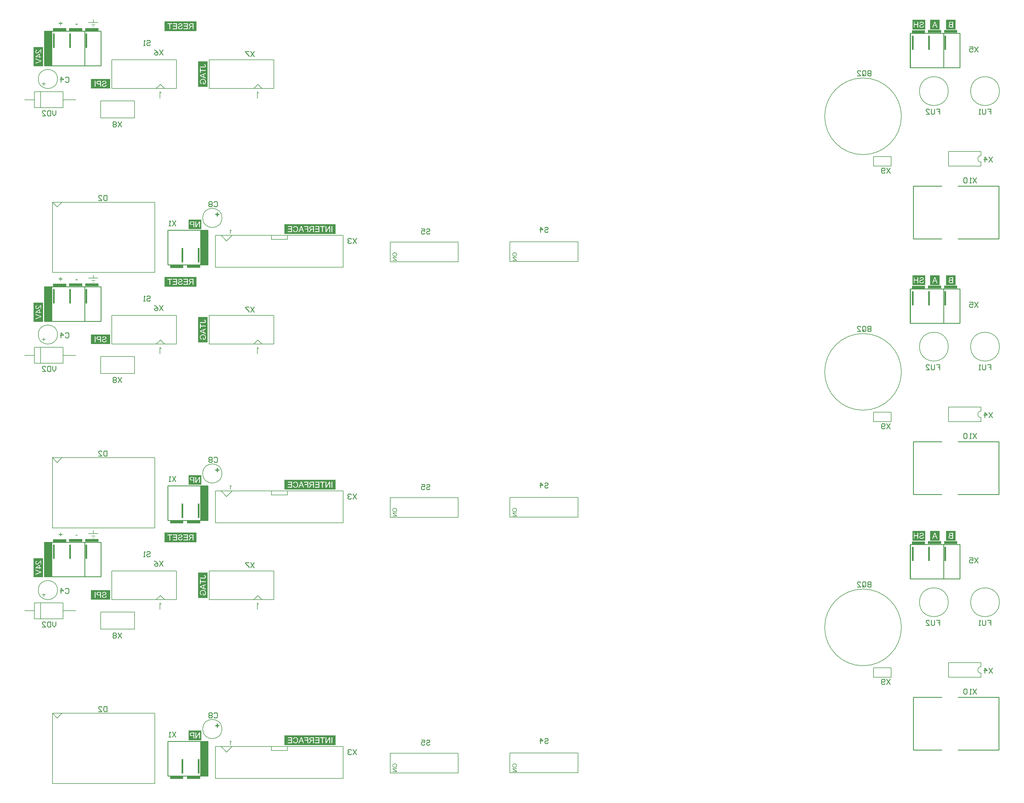
<source format=gbo>
G04 Layer_Color=32896*
%FSLAX25Y25*%
%MOIN*%
G70*
G01*
G75*
%ADD32C,0.01181*%
%ADD36C,0.01000*%
%ADD71C,0.00787*%
%ADD106C,0.00781*%
G36*
X102927Y956075D02*
X100223D01*
Y956949D01*
X102927D01*
Y956075D01*
D02*
G37*
G36*
X82301Y957854D02*
X84234D01*
Y957042D01*
X82301D01*
Y955088D01*
X81479D01*
Y957042D01*
X79546D01*
Y957854D01*
X81479D01*
Y959786D01*
X82301D01*
Y957854D01*
D02*
G37*
G36*
X1184252Y950000D02*
X1172441D01*
Y961811D01*
X1184252D01*
Y950000D01*
D02*
G37*
G36*
X1164567D02*
X1152756D01*
Y961811D01*
X1164567D01*
Y950000D01*
D02*
G37*
G36*
X1146850D02*
X1131102D01*
Y961811D01*
X1146850D01*
Y950000D01*
D02*
G37*
G36*
X128347Y948425D02*
X112205D01*
Y951772D01*
X128347D01*
Y948425D01*
D02*
G37*
G36*
X108465D02*
X92323D01*
Y951772D01*
X108465D01*
Y948425D01*
D02*
G37*
G36*
X88779Y948228D02*
X72638D01*
Y951575D01*
X88779D01*
Y948228D01*
D02*
G37*
G36*
X249213Y948032D02*
X209842D01*
Y959842D01*
X249213D01*
Y948032D01*
D02*
G37*
G36*
X1186220Y945866D02*
X1170079D01*
Y949213D01*
X1186220D01*
Y945866D01*
D02*
G37*
G36*
X1166339D02*
X1150197D01*
Y949213D01*
X1166339D01*
Y945866D01*
D02*
G37*
G36*
X1146653Y945669D02*
X1130512D01*
Y949016D01*
X1146653D01*
Y945669D01*
D02*
G37*
G36*
X114480Y927402D02*
X112480D01*
Y944902D01*
X114480D01*
Y927402D01*
D02*
G37*
G36*
X94480D02*
X92480D01*
Y944902D01*
X94480D01*
Y927402D01*
D02*
G37*
G36*
X74480D02*
X72480D01*
Y944902D01*
X74480D01*
Y927402D01*
D02*
G37*
G36*
X1172354Y924842D02*
X1170354D01*
Y942342D01*
X1172354D01*
Y924842D01*
D02*
G37*
G36*
X1152354D02*
X1150354D01*
Y942342D01*
X1152354D01*
Y924842D01*
D02*
G37*
G36*
X1132354D02*
X1130354D01*
Y942342D01*
X1132354D01*
Y924842D01*
D02*
G37*
G36*
X71480Y905402D02*
X61480D01*
Y947902D01*
X71480D01*
Y905402D01*
D02*
G37*
G36*
X60236Y904724D02*
X48425D01*
Y928347D01*
X60236D01*
Y904724D01*
D02*
G37*
G36*
X262992Y879134D02*
X251181D01*
Y910630D01*
X262992D01*
Y879134D01*
D02*
G37*
G36*
X142913Y877165D02*
X119291D01*
Y888976D01*
X142913D01*
Y877165D01*
D02*
G37*
G36*
X255118Y703937D02*
X239370D01*
Y715748D01*
X255118D01*
Y703937D01*
D02*
G37*
G36*
X291055Y703259D02*
X291140Y703135D01*
X291240Y703012D01*
X291332Y702904D01*
X291425Y702812D01*
X291494Y702735D01*
X291525Y702711D01*
X291548Y702688D01*
X291556Y702681D01*
X291564Y702673D01*
X291726Y702542D01*
X291887Y702419D01*
X292042Y702311D01*
X292196Y702226D01*
X292327Y702149D01*
X292381Y702118D01*
X292427Y702095D01*
X292466Y702072D01*
X292496Y702064D01*
X292512Y702048D01*
X292520D01*
Y701416D01*
X292404Y701462D01*
X292288Y701516D01*
X292173Y701570D01*
X292065Y701624D01*
X291972Y701671D01*
X291895Y701709D01*
X291849Y701740D01*
X291841Y701748D01*
X291833D01*
X291695Y701832D01*
X291571Y701917D01*
X291463Y701994D01*
X291379Y702064D01*
X291301Y702118D01*
X291255Y702164D01*
X291217Y702195D01*
X291209Y702203D01*
Y698032D01*
X290554D01*
Y703390D01*
X290978D01*
X291055Y703259D01*
D02*
G37*
G36*
X420472Y698032D02*
X357480D01*
Y709842D01*
X420472D01*
Y698032D01*
D02*
G37*
G36*
X641372Y675181D02*
X641611Y675151D01*
X641843Y675104D01*
X641943Y675073D01*
X642043Y675043D01*
X642128Y675020D01*
X642205Y674989D01*
X642274Y674965D01*
X642336Y674942D01*
X642382Y674927D01*
X642413Y674912D01*
X642436Y674896D01*
X642444D01*
X642668Y674765D01*
X642860Y674626D01*
X643030Y674472D01*
X643169Y674326D01*
X643285Y674194D01*
X643331Y674141D01*
X643362Y674094D01*
X643392Y674048D01*
X643415Y674017D01*
X643423Y674002D01*
X643431Y673994D01*
X643493Y673878D01*
X643547Y673763D01*
X643639Y673531D01*
X643701Y673308D01*
X643747Y673100D01*
X643762Y672999D01*
X643770Y672915D01*
X643786Y672838D01*
Y672768D01*
X643793Y672722D01*
Y672676D01*
Y672652D01*
Y672645D01*
X643778Y672390D01*
X643739Y672151D01*
X643693Y671928D01*
X643662Y671828D01*
X643631Y671735D01*
X643601Y671650D01*
X643570Y671573D01*
X643547Y671512D01*
X643524Y671457D01*
X643500Y671411D01*
X643485Y671373D01*
X643469Y671357D01*
Y671350D01*
X643331Y671134D01*
X643177Y670949D01*
X643015Y670794D01*
X642860Y670663D01*
X642714Y670555D01*
X642660Y670517D01*
X642606Y670486D01*
X642560Y670455D01*
X642529Y670440D01*
X642506Y670424D01*
X642498D01*
X642375Y670363D01*
X642251Y670316D01*
X642005Y670232D01*
X641758Y670170D01*
X641534Y670131D01*
X641434Y670124D01*
X641341Y670108D01*
X641257Y670100D01*
X641187D01*
X641126Y670093D01*
X641048D01*
X640756Y670108D01*
X640486Y670139D01*
X640362Y670162D01*
X640239Y670193D01*
X640131Y670224D01*
X640031Y670247D01*
X639938Y670278D01*
X639853Y670309D01*
X639784Y670332D01*
X639722Y670363D01*
X639676Y670378D01*
X639645Y670394D01*
X639622Y670409D01*
X639614D01*
X639391Y670532D01*
X639190Y670679D01*
X639021Y670833D01*
X638882Y670972D01*
X638774Y671103D01*
X638728Y671165D01*
X638689Y671211D01*
X638666Y671257D01*
X638643Y671288D01*
X638635Y671303D01*
X638628Y671311D01*
X638566Y671427D01*
X638512Y671542D01*
X638419Y671766D01*
X638358Y671997D01*
X638319Y672198D01*
X638304Y672290D01*
X638288Y672383D01*
X638281Y672452D01*
Y672521D01*
X638273Y672576D01*
Y672614D01*
Y672637D01*
Y672645D01*
X638281Y672853D01*
X638304Y673046D01*
X638342Y673231D01*
X638389Y673408D01*
X638450Y673570D01*
X638512Y673724D01*
X638581Y673863D01*
X638651Y673986D01*
X638720Y674102D01*
X638790Y674202D01*
X638851Y674287D01*
X638913Y674357D01*
X638959Y674410D01*
X638998Y674457D01*
X639021Y674480D01*
X639029Y674487D01*
X639175Y674611D01*
X639329Y674719D01*
X639499Y674819D01*
X639669Y674896D01*
X639846Y674965D01*
X640015Y675027D01*
X640185Y675073D01*
X640347Y675104D01*
X640501Y675135D01*
X640648Y675158D01*
X640779Y675174D01*
X640887Y675189D01*
X640979D01*
X641048Y675197D01*
X641110D01*
X641372Y675181D01*
D02*
G37*
G36*
X493735D02*
X493974Y675151D01*
X494205Y675104D01*
X494305Y675073D01*
X494405Y675043D01*
X494490Y675020D01*
X494567Y674989D01*
X494637Y674965D01*
X494698Y674942D01*
X494745Y674927D01*
X494775Y674912D01*
X494799Y674896D01*
X494806D01*
X495030Y674765D01*
X495223Y674626D01*
X495392Y674472D01*
X495531Y674326D01*
X495647Y674194D01*
X495693Y674141D01*
X495724Y674094D01*
X495755Y674048D01*
X495778Y674017D01*
X495785Y674002D01*
X495793Y673994D01*
X495855Y673878D01*
X495909Y673763D01*
X496001Y673531D01*
X496063Y673308D01*
X496109Y673100D01*
X496125Y672999D01*
X496132Y672915D01*
X496148Y672838D01*
Y672768D01*
X496156Y672722D01*
Y672676D01*
Y672652D01*
Y672645D01*
X496140Y672390D01*
X496102Y672151D01*
X496055Y671928D01*
X496024Y671828D01*
X495994Y671735D01*
X495963Y671650D01*
X495932Y671573D01*
X495909Y671512D01*
X495886Y671457D01*
X495862Y671411D01*
X495847Y671373D01*
X495832Y671357D01*
Y671350D01*
X495693Y671134D01*
X495539Y670949D01*
X495377Y670794D01*
X495223Y670663D01*
X495076Y670555D01*
X495022Y670517D01*
X494968Y670486D01*
X494922Y670455D01*
X494891Y670440D01*
X494868Y670424D01*
X494860D01*
X494737Y670363D01*
X494614Y670316D01*
X494367Y670232D01*
X494120Y670170D01*
X493896Y670131D01*
X493796Y670124D01*
X493704Y670108D01*
X493619Y670100D01*
X493549D01*
X493488Y670093D01*
X493411D01*
X493118Y670108D01*
X492848Y670139D01*
X492725Y670162D01*
X492601Y670193D01*
X492493Y670224D01*
X492393Y670247D01*
X492301Y670278D01*
X492216Y670309D01*
X492146Y670332D01*
X492085Y670363D01*
X492038Y670378D01*
X492007Y670394D01*
X491984Y670409D01*
X491977D01*
X491753Y670532D01*
X491553Y670679D01*
X491383Y670833D01*
X491244Y670972D01*
X491136Y671103D01*
X491090Y671165D01*
X491051Y671211D01*
X491028Y671257D01*
X491005Y671288D01*
X490998Y671303D01*
X490990Y671311D01*
X490928Y671427D01*
X490874Y671542D01*
X490782Y671766D01*
X490720Y671997D01*
X490681Y672198D01*
X490666Y672290D01*
X490651Y672383D01*
X490643Y672452D01*
Y672521D01*
X490635Y672576D01*
Y672614D01*
Y672637D01*
Y672645D01*
X490643Y672853D01*
X490666Y673046D01*
X490704Y673231D01*
X490751Y673408D01*
X490812Y673570D01*
X490874Y673724D01*
X490943Y673863D01*
X491013Y673986D01*
X491082Y674102D01*
X491152Y674202D01*
X491213Y674287D01*
X491275Y674357D01*
X491321Y674410D01*
X491360Y674457D01*
X491383Y674480D01*
X491391Y674487D01*
X491537Y674611D01*
X491691Y674719D01*
X491861Y674819D01*
X492031Y674896D01*
X492208Y674965D01*
X492378Y675027D01*
X492547Y675073D01*
X492709Y675104D01*
X492863Y675135D01*
X493010Y675158D01*
X493141Y675174D01*
X493249Y675189D01*
X493341D01*
X493411Y675197D01*
X493472D01*
X493735Y675181D01*
D02*
G37*
G36*
X643701Y668512D02*
X639514D01*
X643701Y665721D01*
Y664989D01*
X638366D01*
Y665667D01*
X642560D01*
X638366Y668466D01*
Y669191D01*
X643701D01*
Y668512D01*
D02*
G37*
G36*
X496063D02*
X491877D01*
X496063Y665721D01*
Y664989D01*
X490728D01*
Y665667D01*
X494922D01*
X490728Y668466D01*
Y669191D01*
X496063D01*
Y668512D01*
D02*
G37*
G36*
X252716Y662972D02*
X250716D01*
Y680472D01*
X252716D01*
Y662972D01*
D02*
G37*
G36*
X232716D02*
X230716D01*
Y680472D01*
X232716D01*
Y662972D01*
D02*
G37*
G36*
X263717Y659972D02*
X253716D01*
Y702472D01*
X263717D01*
Y659972D01*
D02*
G37*
G36*
X253740Y656299D02*
X237598D01*
Y659646D01*
X253740D01*
Y656299D01*
D02*
G37*
G36*
X232874Y656102D02*
X216732D01*
Y659449D01*
X232874D01*
Y656102D01*
D02*
G37*
G36*
X102927Y641115D02*
X100223D01*
Y641988D01*
X102927D01*
Y641115D01*
D02*
G37*
G36*
X82301Y642893D02*
X84234D01*
Y642081D01*
X82301D01*
Y640128D01*
X81479D01*
Y642081D01*
X79546D01*
Y642893D01*
X81479D01*
Y644826D01*
X82301D01*
Y642893D01*
D02*
G37*
G36*
X1184252Y635039D02*
X1172441D01*
Y646850D01*
X1184252D01*
Y635039D01*
D02*
G37*
G36*
X1164567D02*
X1152756D01*
Y646850D01*
X1164567D01*
Y635039D01*
D02*
G37*
G36*
X1146850D02*
X1131102D01*
Y646850D01*
X1146850D01*
Y635039D01*
D02*
G37*
G36*
X128347Y633465D02*
X112205D01*
Y636811D01*
X128347D01*
Y633465D01*
D02*
G37*
G36*
X108465D02*
X92323D01*
Y636811D01*
X108465D01*
Y633465D01*
D02*
G37*
G36*
X88779Y633268D02*
X72638D01*
Y636614D01*
X88779D01*
Y633268D01*
D02*
G37*
G36*
X249213Y633071D02*
X209842D01*
Y644882D01*
X249213D01*
Y633071D01*
D02*
G37*
G36*
X1186220Y630905D02*
X1170079D01*
Y634252D01*
X1186220D01*
Y630905D01*
D02*
G37*
G36*
X1166339D02*
X1150197D01*
Y634252D01*
X1166339D01*
Y630905D01*
D02*
G37*
G36*
X1146653Y630709D02*
X1130512D01*
Y634055D01*
X1146653D01*
Y630709D01*
D02*
G37*
G36*
X114480Y612441D02*
X112480D01*
Y629941D01*
X114480D01*
Y612441D01*
D02*
G37*
G36*
X94480D02*
X92480D01*
Y629941D01*
X94480D01*
Y612441D01*
D02*
G37*
G36*
X74480D02*
X72480D01*
Y629941D01*
X74480D01*
Y612441D01*
D02*
G37*
G36*
X1172354Y609882D02*
X1170354D01*
Y627382D01*
X1172354D01*
Y609882D01*
D02*
G37*
G36*
X1152354D02*
X1150354D01*
Y627382D01*
X1152354D01*
Y609882D01*
D02*
G37*
G36*
X1132354D02*
X1130354D01*
Y627382D01*
X1132354D01*
Y609882D01*
D02*
G37*
G36*
X71480Y590441D02*
X61480D01*
Y632941D01*
X71480D01*
Y590441D01*
D02*
G37*
G36*
X60236Y589764D02*
X48425D01*
Y613386D01*
X60236D01*
Y589764D01*
D02*
G37*
G36*
X262992Y564173D02*
X251181D01*
Y595669D01*
X262992D01*
Y564173D01*
D02*
G37*
G36*
X142913Y562205D02*
X119291D01*
Y574016D01*
X142913D01*
Y562205D01*
D02*
G37*
G36*
X255118Y388976D02*
X239370D01*
Y400787D01*
X255118D01*
Y388976D01*
D02*
G37*
G36*
X291055Y388298D02*
X291140Y388175D01*
X291240Y388052D01*
X291332Y387944D01*
X291425Y387851D01*
X291494Y387774D01*
X291525Y387751D01*
X291548Y387728D01*
X291556Y387720D01*
X291564Y387712D01*
X291726Y387581D01*
X291887Y387458D01*
X292042Y387350D01*
X292196Y387265D01*
X292327Y387188D01*
X292381Y387157D01*
X292427Y387134D01*
X292466Y387111D01*
X292496Y387103D01*
X292512Y387088D01*
X292520D01*
Y386455D01*
X292404Y386502D01*
X292288Y386556D01*
X292173Y386610D01*
X292065Y386664D01*
X291972Y386710D01*
X291895Y386749D01*
X291849Y386779D01*
X291841Y386787D01*
X291833D01*
X291695Y386872D01*
X291571Y386957D01*
X291463Y387034D01*
X291379Y387103D01*
X291301Y387157D01*
X291255Y387203D01*
X291217Y387234D01*
X291209Y387242D01*
Y383071D01*
X290554D01*
Y388429D01*
X290978D01*
X291055Y388298D01*
D02*
G37*
G36*
X420472Y383071D02*
X357480D01*
Y394882D01*
X420472D01*
Y383071D01*
D02*
G37*
G36*
X641372Y360221D02*
X641611Y360190D01*
X641843Y360144D01*
X641943Y360113D01*
X642043Y360082D01*
X642128Y360059D01*
X642205Y360028D01*
X642274Y360005D01*
X642336Y359982D01*
X642382Y359966D01*
X642413Y359951D01*
X642436Y359935D01*
X642444D01*
X642668Y359805D01*
X642860Y359666D01*
X643030Y359511D01*
X643169Y359365D01*
X643285Y359234D01*
X643331Y359180D01*
X643362Y359134D01*
X643392Y359087D01*
X643415Y359057D01*
X643423Y359041D01*
X643431Y359033D01*
X643493Y358918D01*
X643547Y358802D01*
X643639Y358571D01*
X643701Y358347D01*
X643747Y358139D01*
X643762Y358039D01*
X643770Y357954D01*
X643786Y357877D01*
Y357808D01*
X643793Y357761D01*
Y357715D01*
Y357692D01*
Y357684D01*
X643778Y357430D01*
X643739Y357191D01*
X643693Y356967D01*
X643662Y356867D01*
X643631Y356774D01*
X643601Y356690D01*
X643570Y356612D01*
X643547Y356551D01*
X643524Y356497D01*
X643500Y356451D01*
X643485Y356412D01*
X643469Y356397D01*
Y356389D01*
X643331Y356173D01*
X643177Y355988D01*
X643015Y355834D01*
X642860Y355703D01*
X642714Y355595D01*
X642660Y355556D01*
X642606Y355525D01*
X642560Y355495D01*
X642529Y355479D01*
X642506Y355464D01*
X642498D01*
X642375Y355402D01*
X642251Y355356D01*
X642005Y355271D01*
X641758Y355209D01*
X641534Y355171D01*
X641434Y355163D01*
X641341Y355148D01*
X641257Y355140D01*
X641187D01*
X641126Y355132D01*
X641048D01*
X640756Y355148D01*
X640486Y355178D01*
X640362Y355202D01*
X640239Y355232D01*
X640131Y355263D01*
X640031Y355286D01*
X639938Y355317D01*
X639853Y355348D01*
X639784Y355371D01*
X639722Y355402D01*
X639676Y355417D01*
X639645Y355433D01*
X639622Y355448D01*
X639614D01*
X639391Y355572D01*
X639190Y355718D01*
X639021Y355872D01*
X638882Y356011D01*
X638774Y356142D01*
X638728Y356204D01*
X638689Y356250D01*
X638666Y356296D01*
X638643Y356327D01*
X638635Y356343D01*
X638628Y356350D01*
X638566Y356466D01*
X638512Y356582D01*
X638419Y356805D01*
X638358Y357037D01*
X638319Y357237D01*
X638304Y357330D01*
X638288Y357422D01*
X638281Y357491D01*
Y357561D01*
X638273Y357615D01*
Y357653D01*
Y357677D01*
Y357684D01*
X638281Y357892D01*
X638304Y358085D01*
X638342Y358270D01*
X638389Y358448D01*
X638450Y358609D01*
X638512Y358764D01*
X638581Y358902D01*
X638651Y359026D01*
X638720Y359141D01*
X638790Y359242D01*
X638851Y359326D01*
X638913Y359396D01*
X638959Y359450D01*
X638998Y359496D01*
X639021Y359519D01*
X639029Y359527D01*
X639175Y359650D01*
X639329Y359758D01*
X639499Y359858D01*
X639669Y359935D01*
X639846Y360005D01*
X640015Y360067D01*
X640185Y360113D01*
X640347Y360144D01*
X640501Y360174D01*
X640648Y360198D01*
X640779Y360213D01*
X640887Y360228D01*
X640979D01*
X641048Y360236D01*
X641110D01*
X641372Y360221D01*
D02*
G37*
G36*
X493735D02*
X493974Y360190D01*
X494205Y360144D01*
X494305Y360113D01*
X494405Y360082D01*
X494490Y360059D01*
X494567Y360028D01*
X494637Y360005D01*
X494698Y359982D01*
X494745Y359966D01*
X494775Y359951D01*
X494799Y359935D01*
X494806D01*
X495030Y359805D01*
X495223Y359666D01*
X495392Y359511D01*
X495531Y359365D01*
X495647Y359234D01*
X495693Y359180D01*
X495724Y359134D01*
X495755Y359087D01*
X495778Y359057D01*
X495785Y359041D01*
X495793Y359033D01*
X495855Y358918D01*
X495909Y358802D01*
X496001Y358571D01*
X496063Y358347D01*
X496109Y358139D01*
X496125Y358039D01*
X496132Y357954D01*
X496148Y357877D01*
Y357808D01*
X496156Y357761D01*
Y357715D01*
Y357692D01*
Y357684D01*
X496140Y357430D01*
X496102Y357191D01*
X496055Y356967D01*
X496024Y356867D01*
X495994Y356774D01*
X495963Y356690D01*
X495932Y356612D01*
X495909Y356551D01*
X495886Y356497D01*
X495862Y356451D01*
X495847Y356412D01*
X495832Y356397D01*
Y356389D01*
X495693Y356173D01*
X495539Y355988D01*
X495377Y355834D01*
X495223Y355703D01*
X495076Y355595D01*
X495022Y355556D01*
X494968Y355525D01*
X494922Y355495D01*
X494891Y355479D01*
X494868Y355464D01*
X494860D01*
X494737Y355402D01*
X494614Y355356D01*
X494367Y355271D01*
X494120Y355209D01*
X493896Y355171D01*
X493796Y355163D01*
X493704Y355148D01*
X493619Y355140D01*
X493549D01*
X493488Y355132D01*
X493411D01*
X493118Y355148D01*
X492848Y355178D01*
X492725Y355202D01*
X492601Y355232D01*
X492493Y355263D01*
X492393Y355286D01*
X492301Y355317D01*
X492216Y355348D01*
X492146Y355371D01*
X492085Y355402D01*
X492038Y355417D01*
X492007Y355433D01*
X491984Y355448D01*
X491977D01*
X491753Y355572D01*
X491553Y355718D01*
X491383Y355872D01*
X491244Y356011D01*
X491136Y356142D01*
X491090Y356204D01*
X491051Y356250D01*
X491028Y356296D01*
X491005Y356327D01*
X490998Y356343D01*
X490990Y356350D01*
X490928Y356466D01*
X490874Y356582D01*
X490782Y356805D01*
X490720Y357037D01*
X490681Y357237D01*
X490666Y357330D01*
X490651Y357422D01*
X490643Y357491D01*
Y357561D01*
X490635Y357615D01*
Y357653D01*
Y357677D01*
Y357684D01*
X490643Y357892D01*
X490666Y358085D01*
X490704Y358270D01*
X490751Y358448D01*
X490812Y358609D01*
X490874Y358764D01*
X490943Y358902D01*
X491013Y359026D01*
X491082Y359141D01*
X491152Y359242D01*
X491213Y359326D01*
X491275Y359396D01*
X491321Y359450D01*
X491360Y359496D01*
X491383Y359519D01*
X491391Y359527D01*
X491537Y359650D01*
X491691Y359758D01*
X491861Y359858D01*
X492031Y359935D01*
X492208Y360005D01*
X492378Y360067D01*
X492547Y360113D01*
X492709Y360144D01*
X492863Y360174D01*
X493010Y360198D01*
X493141Y360213D01*
X493249Y360228D01*
X493341D01*
X493411Y360236D01*
X493472D01*
X493735Y360221D01*
D02*
G37*
G36*
X643701Y353552D02*
X639514D01*
X643701Y350761D01*
Y350028D01*
X638366D01*
Y350707D01*
X642560D01*
X638366Y353505D01*
Y354230D01*
X643701D01*
Y353552D01*
D02*
G37*
G36*
X496063D02*
X491877D01*
X496063Y350761D01*
Y350028D01*
X490728D01*
Y350707D01*
X494922D01*
X490728Y353505D01*
Y354230D01*
X496063D01*
Y353552D01*
D02*
G37*
G36*
X252716Y348012D02*
X250716D01*
Y365512D01*
X252716D01*
Y348012D01*
D02*
G37*
G36*
X232716D02*
X230716D01*
Y365512D01*
X232716D01*
Y348012D01*
D02*
G37*
G36*
X263717Y345012D02*
X253716D01*
Y387512D01*
X263717D01*
Y345012D01*
D02*
G37*
G36*
X253740Y341339D02*
X237598D01*
Y344685D01*
X253740D01*
Y341339D01*
D02*
G37*
G36*
X232874Y341142D02*
X216732D01*
Y344488D01*
X232874D01*
Y341142D01*
D02*
G37*
G36*
X102927Y326154D02*
X100223D01*
Y327028D01*
X102927D01*
Y326154D01*
D02*
G37*
G36*
X82301Y327932D02*
X84234D01*
Y327120D01*
X82301D01*
Y325167D01*
X81479D01*
Y327120D01*
X79546D01*
Y327932D01*
X81479D01*
Y329865D01*
X82301D01*
Y327932D01*
D02*
G37*
G36*
X1184252Y320079D02*
X1172441D01*
Y331890D01*
X1184252D01*
Y320079D01*
D02*
G37*
G36*
X1164567D02*
X1152756D01*
Y331890D01*
X1164567D01*
Y320079D01*
D02*
G37*
G36*
X1146850D02*
X1131102D01*
Y331890D01*
X1146850D01*
Y320079D01*
D02*
G37*
G36*
X128347Y318504D02*
X112205D01*
Y321850D01*
X128347D01*
Y318504D01*
D02*
G37*
G36*
X108465D02*
X92323D01*
Y321850D01*
X108465D01*
Y318504D01*
D02*
G37*
G36*
X88779Y318307D02*
X72638D01*
Y321654D01*
X88779D01*
Y318307D01*
D02*
G37*
G36*
X249213Y318110D02*
X209842D01*
Y329921D01*
X249213D01*
Y318110D01*
D02*
G37*
G36*
X1186220Y315945D02*
X1170079D01*
Y319291D01*
X1186220D01*
Y315945D01*
D02*
G37*
G36*
X1166339D02*
X1150197D01*
Y319291D01*
X1166339D01*
Y315945D01*
D02*
G37*
G36*
X1146653Y315748D02*
X1130512D01*
Y319094D01*
X1146653D01*
Y315748D01*
D02*
G37*
G36*
X114480Y297480D02*
X112480D01*
Y314980D01*
X114480D01*
Y297480D01*
D02*
G37*
G36*
X94480D02*
X92480D01*
Y314980D01*
X94480D01*
Y297480D01*
D02*
G37*
G36*
X74480D02*
X72480D01*
Y314980D01*
X74480D01*
Y297480D01*
D02*
G37*
G36*
X1172354Y294921D02*
X1170354D01*
Y312421D01*
X1172354D01*
Y294921D01*
D02*
G37*
G36*
X1152354D02*
X1150354D01*
Y312421D01*
X1152354D01*
Y294921D01*
D02*
G37*
G36*
X1132354D02*
X1130354D01*
Y312421D01*
X1132354D01*
Y294921D01*
D02*
G37*
G36*
X71480Y275480D02*
X61480D01*
Y317980D01*
X71480D01*
Y275480D01*
D02*
G37*
G36*
X60236Y274803D02*
X48425D01*
Y298425D01*
X60236D01*
Y274803D01*
D02*
G37*
G36*
X262992Y249213D02*
X251181D01*
Y280709D01*
X262992D01*
Y249213D01*
D02*
G37*
G36*
X142913Y247244D02*
X119291D01*
Y259055D01*
X142913D01*
Y247244D01*
D02*
G37*
G36*
X255118Y74016D02*
X239370D01*
Y85827D01*
X255118D01*
Y74016D01*
D02*
G37*
G36*
X291055Y73338D02*
X291140Y73214D01*
X291240Y73091D01*
X291332Y72983D01*
X291425Y72890D01*
X291494Y72813D01*
X291525Y72790D01*
X291548Y72767D01*
X291556Y72759D01*
X291564Y72752D01*
X291726Y72621D01*
X291887Y72497D01*
X292042Y72389D01*
X292196Y72304D01*
X292327Y72227D01*
X292381Y72197D01*
X292427Y72173D01*
X292466Y72150D01*
X292496Y72143D01*
X292512Y72127D01*
X292520D01*
Y71495D01*
X292404Y71541D01*
X292288Y71595D01*
X292173Y71649D01*
X292065Y71703D01*
X291972Y71749D01*
X291895Y71788D01*
X291849Y71819D01*
X291841Y71826D01*
X291833D01*
X291695Y71911D01*
X291571Y71996D01*
X291463Y72073D01*
X291379Y72143D01*
X291301Y72197D01*
X291255Y72243D01*
X291217Y72274D01*
X291209Y72281D01*
Y68110D01*
X290554D01*
Y73469D01*
X290978D01*
X291055Y73338D01*
D02*
G37*
G36*
X420472Y68110D02*
X357480D01*
Y79921D01*
X420472D01*
Y68110D01*
D02*
G37*
G36*
X641372Y45260D02*
X641611Y45229D01*
X641843Y45183D01*
X641943Y45152D01*
X642043Y45121D01*
X642128Y45098D01*
X642205Y45067D01*
X642274Y45044D01*
X642336Y45021D01*
X642382Y45006D01*
X642413Y44990D01*
X642436Y44975D01*
X642444D01*
X642668Y44844D01*
X642860Y44705D01*
X643030Y44551D01*
X643169Y44404D01*
X643285Y44273D01*
X643331Y44219D01*
X643362Y44173D01*
X643392Y44127D01*
X643415Y44096D01*
X643423Y44080D01*
X643431Y44073D01*
X643493Y43957D01*
X643547Y43841D01*
X643639Y43610D01*
X643701Y43387D01*
X643747Y43178D01*
X643762Y43078D01*
X643770Y42993D01*
X643786Y42916D01*
Y42847D01*
X643793Y42801D01*
Y42754D01*
Y42731D01*
Y42724D01*
X643778Y42469D01*
X643739Y42230D01*
X643693Y42006D01*
X643662Y41906D01*
X643631Y41814D01*
X643601Y41729D01*
X643570Y41652D01*
X643547Y41590D01*
X643524Y41536D01*
X643500Y41490D01*
X643485Y41451D01*
X643469Y41436D01*
Y41428D01*
X643331Y41212D01*
X643177Y41027D01*
X643015Y40873D01*
X642860Y40742D01*
X642714Y40634D01*
X642660Y40596D01*
X642606Y40565D01*
X642560Y40534D01*
X642529Y40519D01*
X642506Y40503D01*
X642498D01*
X642375Y40441D01*
X642251Y40395D01*
X642005Y40310D01*
X641758Y40249D01*
X641534Y40210D01*
X641434Y40202D01*
X641341Y40187D01*
X641257Y40179D01*
X641187D01*
X641126Y40172D01*
X641048D01*
X640756Y40187D01*
X640486Y40218D01*
X640362Y40241D01*
X640239Y40272D01*
X640131Y40303D01*
X640031Y40326D01*
X639938Y40357D01*
X639853Y40387D01*
X639784Y40411D01*
X639722Y40441D01*
X639676Y40457D01*
X639645Y40472D01*
X639622Y40488D01*
X639614D01*
X639391Y40611D01*
X639190Y40758D01*
X639021Y40912D01*
X638882Y41050D01*
X638774Y41182D01*
X638728Y41243D01*
X638689Y41289D01*
X638666Y41336D01*
X638643Y41367D01*
X638635Y41382D01*
X638628Y41390D01*
X638566Y41505D01*
X638512Y41621D01*
X638419Y41845D01*
X638358Y42076D01*
X638319Y42276D01*
X638304Y42369D01*
X638288Y42461D01*
X638281Y42531D01*
Y42600D01*
X638273Y42654D01*
Y42693D01*
Y42716D01*
Y42724D01*
X638281Y42932D01*
X638304Y43124D01*
X638342Y43310D01*
X638389Y43487D01*
X638450Y43649D01*
X638512Y43803D01*
X638581Y43942D01*
X638651Y44065D01*
X638720Y44181D01*
X638790Y44281D01*
X638851Y44366D01*
X638913Y44435D01*
X638959Y44489D01*
X638998Y44535D01*
X639021Y44559D01*
X639029Y44566D01*
X639175Y44690D01*
X639329Y44798D01*
X639499Y44898D01*
X639669Y44975D01*
X639846Y45044D01*
X640015Y45106D01*
X640185Y45152D01*
X640347Y45183D01*
X640501Y45214D01*
X640648Y45237D01*
X640779Y45252D01*
X640887Y45268D01*
X640979D01*
X641048Y45276D01*
X641110D01*
X641372Y45260D01*
D02*
G37*
G36*
X493735D02*
X493974Y45229D01*
X494205Y45183D01*
X494305Y45152D01*
X494405Y45121D01*
X494490Y45098D01*
X494567Y45067D01*
X494637Y45044D01*
X494698Y45021D01*
X494745Y45006D01*
X494775Y44990D01*
X494799Y44975D01*
X494806D01*
X495030Y44844D01*
X495223Y44705D01*
X495392Y44551D01*
X495531Y44404D01*
X495647Y44273D01*
X495693Y44219D01*
X495724Y44173D01*
X495755Y44127D01*
X495778Y44096D01*
X495785Y44080D01*
X495793Y44073D01*
X495855Y43957D01*
X495909Y43841D01*
X496001Y43610D01*
X496063Y43387D01*
X496109Y43178D01*
X496125Y43078D01*
X496132Y42993D01*
X496148Y42916D01*
Y42847D01*
X496156Y42801D01*
Y42754D01*
Y42731D01*
Y42724D01*
X496140Y42469D01*
X496102Y42230D01*
X496055Y42006D01*
X496024Y41906D01*
X495994Y41814D01*
X495963Y41729D01*
X495932Y41652D01*
X495909Y41590D01*
X495886Y41536D01*
X495862Y41490D01*
X495847Y41451D01*
X495832Y41436D01*
Y41428D01*
X495693Y41212D01*
X495539Y41027D01*
X495377Y40873D01*
X495223Y40742D01*
X495076Y40634D01*
X495022Y40596D01*
X494968Y40565D01*
X494922Y40534D01*
X494891Y40519D01*
X494868Y40503D01*
X494860D01*
X494737Y40441D01*
X494614Y40395D01*
X494367Y40310D01*
X494120Y40249D01*
X493896Y40210D01*
X493796Y40202D01*
X493704Y40187D01*
X493619Y40179D01*
X493549D01*
X493488Y40172D01*
X493411D01*
X493118Y40187D01*
X492848Y40218D01*
X492725Y40241D01*
X492601Y40272D01*
X492493Y40303D01*
X492393Y40326D01*
X492301Y40357D01*
X492216Y40387D01*
X492146Y40411D01*
X492085Y40441D01*
X492038Y40457D01*
X492007Y40472D01*
X491984Y40488D01*
X491977D01*
X491753Y40611D01*
X491553Y40758D01*
X491383Y40912D01*
X491244Y41050D01*
X491136Y41182D01*
X491090Y41243D01*
X491051Y41289D01*
X491028Y41336D01*
X491005Y41367D01*
X490998Y41382D01*
X490990Y41390D01*
X490928Y41505D01*
X490874Y41621D01*
X490782Y41845D01*
X490720Y42076D01*
X490681Y42276D01*
X490666Y42369D01*
X490651Y42461D01*
X490643Y42531D01*
Y42600D01*
X490635Y42654D01*
Y42693D01*
Y42716D01*
Y42724D01*
X490643Y42932D01*
X490666Y43124D01*
X490704Y43310D01*
X490751Y43487D01*
X490812Y43649D01*
X490874Y43803D01*
X490943Y43942D01*
X491013Y44065D01*
X491082Y44181D01*
X491152Y44281D01*
X491213Y44366D01*
X491275Y44435D01*
X491321Y44489D01*
X491360Y44535D01*
X491383Y44559D01*
X491391Y44566D01*
X491537Y44690D01*
X491691Y44798D01*
X491861Y44898D01*
X492031Y44975D01*
X492208Y45044D01*
X492378Y45106D01*
X492547Y45152D01*
X492709Y45183D01*
X492863Y45214D01*
X493010Y45237D01*
X493141Y45252D01*
X493249Y45268D01*
X493341D01*
X493411Y45276D01*
X493472D01*
X493735Y45260D01*
D02*
G37*
G36*
X643701Y38591D02*
X639514D01*
X643701Y35800D01*
Y35067D01*
X638366D01*
Y35746D01*
X642560D01*
X638366Y38545D01*
Y39270D01*
X643701D01*
Y38591D01*
D02*
G37*
G36*
X496063D02*
X491877D01*
X496063Y35800D01*
Y35067D01*
X490728D01*
Y35746D01*
X494922D01*
X490728Y38545D01*
Y39270D01*
X496063D01*
Y38591D01*
D02*
G37*
G36*
X252716Y33051D02*
X250716D01*
Y50551D01*
X252716D01*
Y33051D01*
D02*
G37*
G36*
X232716D02*
X230716D01*
Y50551D01*
X232716D01*
Y33051D01*
D02*
G37*
G36*
X263717Y30051D02*
X253716D01*
Y72551D01*
X263717D01*
Y30051D01*
D02*
G37*
G36*
X253740Y26378D02*
X237598D01*
Y29724D01*
X253740D01*
Y26378D01*
D02*
G37*
G36*
X232874Y26181D02*
X216732D01*
Y29528D01*
X232874D01*
Y26181D01*
D02*
G37*
%LPC*%
G36*
X1181035Y959462D02*
X1178238D01*
X1178167Y959452D01*
X1178084D01*
X1177899Y959432D01*
X1177694Y959411D01*
X1177478Y959370D01*
X1177262Y959319D01*
X1177067Y959247D01*
X1177056D01*
X1177046Y959236D01*
X1176984Y959205D01*
X1176892Y959154D01*
X1176789Y959082D01*
X1176666Y958990D01*
X1176532Y958876D01*
X1176409Y958733D01*
X1176296Y958578D01*
X1176285Y958558D01*
X1176254Y958496D01*
X1176203Y958414D01*
X1176152Y958290D01*
X1176100Y958147D01*
X1176049Y957992D01*
X1176018Y957818D01*
X1176008Y957643D01*
Y957622D01*
Y957571D01*
X1176018Y957478D01*
X1176039Y957365D01*
X1176069Y957232D01*
X1176121Y957088D01*
X1176182Y956944D01*
X1176265Y956790D01*
X1176275Y956769D01*
X1176306Y956728D01*
X1176368Y956646D01*
X1176450Y956563D01*
X1176553Y956461D01*
X1176676Y956348D01*
X1176830Y956245D01*
X1177005Y956142D01*
X1176995D01*
X1176974Y956132D01*
X1176943Y956121D01*
X1176902Y956101D01*
X1176779Y956060D01*
X1176635Y955988D01*
X1176481Y955895D01*
X1176306Y955782D01*
X1176152Y955649D01*
X1176008Y955484D01*
X1175998Y955464D01*
X1175956Y955402D01*
X1175895Y955309D01*
X1175833Y955186D01*
X1175771Y955021D01*
X1175710Y954847D01*
X1175669Y954641D01*
X1175658Y954415D01*
Y954405D01*
Y954394D01*
Y954333D01*
X1175669Y954230D01*
X1175689Y954107D01*
X1175710Y953963D01*
X1175751Y953808D01*
X1175802Y953644D01*
X1175874Y953479D01*
X1175884Y953459D01*
X1175915Y953407D01*
X1175956Y953335D01*
X1176018Y953233D01*
X1176100Y953130D01*
X1176182Y953017D01*
X1176285Y952904D01*
X1176398Y952811D01*
X1176409Y952801D01*
X1176450Y952770D01*
X1176522Y952729D01*
X1176614Y952688D01*
X1176727Y952626D01*
X1176861Y952565D01*
X1177005Y952513D01*
X1177180Y952462D01*
X1177200D01*
X1177262Y952441D01*
X1177365Y952431D01*
X1177498Y952410D01*
X1177663Y952390D01*
X1177858Y952369D01*
X1178074Y952359D01*
X1178321Y952349D01*
X1181035D01*
Y959462D01*
D02*
G37*
%LPD*%
G36*
X1180089Y956481D02*
X1178341D01*
X1178208Y956491D01*
X1178064Y956502D01*
X1177920Y956512D01*
X1177776Y956533D01*
X1177663Y956553D01*
X1177642Y956563D01*
X1177601Y956574D01*
X1177540Y956605D01*
X1177457Y956646D01*
X1177375Y956687D01*
X1177283Y956748D01*
X1177190Y956831D01*
X1177118Y956913D01*
X1177108Y956923D01*
X1177087Y956954D01*
X1177056Y957016D01*
X1177026Y957088D01*
X1176995Y957170D01*
X1176964Y957273D01*
X1176943Y957396D01*
X1176933Y957530D01*
Y957550D01*
Y957591D01*
X1176943Y957653D01*
X1176954Y957735D01*
X1176974Y957838D01*
X1177005Y957941D01*
X1177046Y958044D01*
X1177108Y958147D01*
X1177118Y958157D01*
X1177139Y958188D01*
X1177180Y958239D01*
X1177231Y958290D01*
X1177303Y958352D01*
X1177385Y958414D01*
X1177488Y958475D01*
X1177601Y958517D01*
X1177611D01*
X1177663Y958537D01*
X1177735Y958547D01*
X1177848Y958568D01*
X1178002Y958589D01*
X1178177Y958599D01*
X1178403Y958619D01*
X1180089D01*
Y956481D01*
D02*
G37*
G36*
Y953192D02*
X1178064D01*
X1177848Y953202D01*
X1177755Y953212D01*
X1177673Y953222D01*
X1177663D01*
X1177622Y953233D01*
X1177560Y953243D01*
X1177488Y953264D01*
X1177313Y953325D01*
X1177139Y953407D01*
X1177128Y953418D01*
X1177097Y953438D01*
X1177056Y953469D01*
X1177005Y953510D01*
X1176954Y953572D01*
X1176882Y953634D01*
X1176830Y953716D01*
X1176768Y953808D01*
X1176758Y953819D01*
X1176748Y953850D01*
X1176727Y953911D01*
X1176696Y953983D01*
X1176666Y954065D01*
X1176645Y954168D01*
X1176635Y954292D01*
X1176625Y954415D01*
Y954436D01*
Y954477D01*
X1176635Y954559D01*
X1176655Y954651D01*
X1176676Y954754D01*
X1176717Y954867D01*
X1176768Y954980D01*
X1176840Y955093D01*
X1176851Y955104D01*
X1176882Y955145D01*
X1176923Y955196D01*
X1176984Y955258D01*
X1177067Y955330D01*
X1177169Y955402D01*
X1177283Y955464D01*
X1177416Y955515D01*
X1177437Y955525D01*
X1177478Y955535D01*
X1177570Y955556D01*
X1177683Y955577D01*
X1177827Y955597D01*
X1178002Y955618D01*
X1178218Y955638D01*
X1180089D01*
Y953192D01*
D02*
G37*
%LPC*%
G36*
X1159273Y959462D02*
X1158245D01*
X1155336Y952349D01*
X1156405D01*
X1157238Y954507D01*
X1160219D01*
X1160990Y952349D01*
X1161987D01*
X1159273Y959462D01*
D02*
G37*
%LPD*%
G36*
X1158780Y958712D02*
X1158790Y958691D01*
Y958650D01*
X1158811Y958609D01*
X1158821Y958537D01*
X1158841Y958465D01*
X1158882Y958290D01*
X1158934Y958085D01*
X1159006Y957859D01*
X1159078Y957612D01*
X1159170Y957355D01*
X1159941Y955278D01*
X1157536D01*
X1158276Y957232D01*
Y957242D01*
X1158286Y957273D01*
X1158307Y957324D01*
X1158327Y957386D01*
X1158358Y957458D01*
X1158389Y957550D01*
X1158420Y957653D01*
X1158461Y957756D01*
X1158543Y957992D01*
X1158625Y958239D01*
X1158708Y958486D01*
X1158780Y958722D01*
Y958712D01*
D02*
G37*
%LPC*%
G36*
X1138272Y959462D02*
X1137326D01*
Y956543D01*
X1133646D01*
Y959462D01*
X1132700D01*
Y952349D01*
X1133646D01*
Y955700D01*
X1137326D01*
Y952349D01*
X1138272D01*
Y959462D01*
D02*
G37*
G36*
X1142487Y959586D02*
X1142353D01*
X1142281Y959575D01*
X1142209D01*
X1142014Y959555D01*
X1141798Y959524D01*
X1141572Y959473D01*
X1141325Y959411D01*
X1141099Y959329D01*
X1141089D01*
X1141068Y959319D01*
X1141037Y959298D01*
X1140996Y959277D01*
X1140894Y959226D01*
X1140760Y959133D01*
X1140606Y959031D01*
X1140452Y958897D01*
X1140308Y958743D01*
X1140174Y958568D01*
Y958558D01*
X1140164Y958547D01*
X1140143Y958517D01*
X1140123Y958486D01*
X1140071Y958383D01*
X1140009Y958249D01*
X1139938Y958085D01*
X1139886Y957890D01*
X1139835Y957684D01*
X1139814Y957458D01*
X1140719Y957386D01*
Y957396D01*
Y957417D01*
X1140729Y957448D01*
X1140739Y957499D01*
X1140770Y957612D01*
X1140811Y957766D01*
X1140873Y957931D01*
X1140966Y958095D01*
X1141079Y958249D01*
X1141223Y958393D01*
X1141243Y958403D01*
X1141294Y958445D01*
X1141397Y958506D01*
X1141531Y958568D01*
X1141706Y958630D01*
X1141911Y958691D01*
X1142168Y958733D01*
X1142456Y958743D01*
X1142600D01*
X1142662Y958733D01*
X1142744Y958722D01*
X1142929Y958702D01*
X1143135Y958661D01*
X1143340Y958609D01*
X1143536Y958527D01*
X1143618Y958475D01*
X1143700Y958424D01*
X1143721Y958414D01*
X1143762Y958373D01*
X1143823Y958301D01*
X1143885Y958218D01*
X1143957Y958105D01*
X1144019Y957982D01*
X1144060Y957838D01*
X1144080Y957674D01*
Y957653D01*
Y957612D01*
X1144070Y957540D01*
X1144050Y957458D01*
X1144019Y957355D01*
X1143967Y957252D01*
X1143906Y957149D01*
X1143813Y957047D01*
X1143803Y957036D01*
X1143751Y957006D01*
X1143710Y956975D01*
X1143669Y956954D01*
X1143608Y956923D01*
X1143536Y956882D01*
X1143443Y956851D01*
X1143340Y956810D01*
X1143227Y956769D01*
X1143093Y956718D01*
X1142950Y956676D01*
X1142785Y956625D01*
X1142600Y956584D01*
X1142395Y956533D01*
X1142384D01*
X1142343Y956522D01*
X1142281Y956512D01*
X1142209Y956491D01*
X1142117Y956471D01*
X1142004Y956440D01*
X1141891Y956409D01*
X1141767Y956378D01*
X1141500Y956306D01*
X1141243Y956234D01*
X1141120Y956193D01*
X1141007Y956152D01*
X1140904Y956121D01*
X1140822Y956080D01*
X1140811D01*
X1140791Y956070D01*
X1140760Y956049D01*
X1140719Y956029D01*
X1140606Y955967D01*
X1140472Y955885D01*
X1140318Y955772D01*
X1140164Y955649D01*
X1140020Y955505D01*
X1139896Y955350D01*
X1139886Y955330D01*
X1139845Y955278D01*
X1139804Y955186D01*
X1139742Y955063D01*
X1139691Y954919D01*
X1139639Y954744D01*
X1139609Y954549D01*
X1139598Y954343D01*
Y954333D01*
Y954322D01*
Y954292D01*
Y954250D01*
X1139619Y954137D01*
X1139639Y953993D01*
X1139681Y953829D01*
X1139732Y953654D01*
X1139814Y953469D01*
X1139927Y953274D01*
Y953264D01*
X1139938Y953253D01*
X1139989Y953192D01*
X1140061Y953099D01*
X1140164Y952996D01*
X1140297Y952873D01*
X1140462Y952739D01*
X1140647Y952616D01*
X1140863Y952503D01*
X1140873D01*
X1140894Y952493D01*
X1140924Y952482D01*
X1140966Y952462D01*
X1141027Y952441D01*
X1141099Y952410D01*
X1141264Y952369D01*
X1141459Y952318D01*
X1141695Y952266D01*
X1141952Y952236D01*
X1142230Y952225D01*
X1142395D01*
X1142477Y952236D01*
X1142569D01*
X1142672Y952246D01*
X1142795Y952256D01*
X1143052Y952297D01*
X1143320Y952338D01*
X1143587Y952410D01*
X1143844Y952503D01*
X1143854D01*
X1143875Y952513D01*
X1143906Y952534D01*
X1143947Y952554D01*
X1144070Y952616D01*
X1144214Y952708D01*
X1144378Y952832D01*
X1144553Y952976D01*
X1144718Y953150D01*
X1144872Y953346D01*
Y953356D01*
X1144893Y953377D01*
X1144903Y953407D01*
X1144934Y953449D01*
X1144954Y953500D01*
X1144985Y953562D01*
X1145057Y953716D01*
X1145129Y953911D01*
X1145191Y954127D01*
X1145232Y954374D01*
X1145252Y954631D01*
X1144368Y954713D01*
Y954703D01*
Y954692D01*
X1144358Y954662D01*
Y954620D01*
X1144337Y954528D01*
X1144307Y954394D01*
X1144265Y954261D01*
X1144224Y954107D01*
X1144152Y953963D01*
X1144080Y953829D01*
X1144070Y953819D01*
X1144039Y953778D01*
X1143988Y953706D01*
X1143906Y953634D01*
X1143803Y953541D01*
X1143690Y953449D01*
X1143536Y953356D01*
X1143371Y953274D01*
X1143361D01*
X1143351Y953264D01*
X1143320Y953253D01*
X1143289Y953243D01*
X1143186Y953212D01*
X1143052Y953171D01*
X1142888Y953130D01*
X1142703Y953099D01*
X1142497Y953078D01*
X1142271Y953068D01*
X1142179D01*
X1142076Y953078D01*
X1141952Y953089D01*
X1141809Y953109D01*
X1141644Y953130D01*
X1141480Y953171D01*
X1141325Y953222D01*
X1141305Y953233D01*
X1141253Y953253D01*
X1141181Y953294D01*
X1141089Y953335D01*
X1140996Y953407D01*
X1140894Y953479D01*
X1140791Y953562D01*
X1140709Y953664D01*
X1140698Y953675D01*
X1140678Y953716D01*
X1140647Y953767D01*
X1140606Y953850D01*
X1140565Y953932D01*
X1140534Y954035D01*
X1140513Y954148D01*
X1140503Y954271D01*
Y954281D01*
Y954333D01*
X1140513Y954394D01*
X1140524Y954477D01*
X1140554Y954559D01*
X1140585Y954662D01*
X1140637Y954764D01*
X1140709Y954857D01*
X1140719Y954867D01*
X1140750Y954898D01*
X1140791Y954939D01*
X1140863Y955001D01*
X1140945Y955063D01*
X1141058Y955134D01*
X1141192Y955206D01*
X1141346Y955268D01*
X1141356Y955278D01*
X1141408Y955289D01*
X1141490Y955319D01*
X1141541Y955330D01*
X1141613Y955350D01*
X1141685Y955381D01*
X1141778Y955402D01*
X1141881Y955433D01*
X1142004Y955464D01*
X1142127Y955494D01*
X1142271Y955535D01*
X1142436Y955577D01*
X1142610Y955618D01*
X1142621D01*
X1142651Y955628D01*
X1142703Y955638D01*
X1142765Y955659D01*
X1142847Y955679D01*
X1142939Y955700D01*
X1143145Y955762D01*
X1143371Y955834D01*
X1143608Y955906D01*
X1143813Y955978D01*
X1143906Y956019D01*
X1143988Y956060D01*
X1143998D01*
X1144008Y956070D01*
X1144070Y956111D01*
X1144163Y956162D01*
X1144265Y956245D01*
X1144389Y956337D01*
X1144512Y956450D01*
X1144635Y956584D01*
X1144738Y956728D01*
X1144749Y956748D01*
X1144779Y956800D01*
X1144821Y956882D01*
X1144862Y956985D01*
X1144903Y957119D01*
X1144944Y957273D01*
X1144975Y957437D01*
X1144985Y957612D01*
Y957622D01*
Y957633D01*
Y957663D01*
Y957705D01*
X1144965Y957807D01*
X1144944Y957941D01*
X1144913Y958095D01*
X1144862Y958270D01*
X1144790Y958445D01*
X1144687Y958619D01*
Y958630D01*
X1144677Y958640D01*
X1144625Y958702D01*
X1144553Y958784D01*
X1144461Y958887D01*
X1144337Y959000D01*
X1144183Y959123D01*
X1143998Y959236D01*
X1143793Y959339D01*
X1143782D01*
X1143762Y959349D01*
X1143731Y959360D01*
X1143690Y959380D01*
X1143638Y959401D01*
X1143566Y959421D01*
X1143412Y959462D01*
X1143217Y959503D01*
X1142991Y959545D01*
X1142754Y959575D01*
X1142487Y959586D01*
D02*
G37*
G36*
X245605Y957494D02*
X242306D01*
X242223Y957484D01*
X242131D01*
X241915Y957473D01*
X241689Y957442D01*
X241442Y957412D01*
X241216Y957360D01*
X241103Y957329D01*
X241010Y957299D01*
X241000D01*
X240990Y957288D01*
X240928Y957257D01*
X240836Y957216D01*
X240722Y957144D01*
X240599Y957052D01*
X240465Y956929D01*
X240342Y956785D01*
X240219Y956620D01*
Y956610D01*
X240209Y956600D01*
X240167Y956538D01*
X240126Y956435D01*
X240065Y956301D01*
X240013Y956147D01*
X239962Y955962D01*
X239931Y955767D01*
X239921Y955551D01*
Y955541D01*
Y955520D01*
Y955479D01*
X239931Y955428D01*
Y955356D01*
X239941Y955284D01*
X239982Y955109D01*
X240044Y954903D01*
X240126Y954687D01*
X240250Y954472D01*
X240332Y954369D01*
X240414Y954266D01*
X240424Y954256D01*
X240435Y954245D01*
X240465Y954215D01*
X240507Y954184D01*
X240558Y954143D01*
X240620Y954101D01*
X240702Y954050D01*
X240784Y953988D01*
X240887Y953937D01*
X241000Y953886D01*
X241123Y953824D01*
X241257Y953773D01*
X241411Y953731D01*
X241565Y953680D01*
X241740Y953649D01*
X241925Y953618D01*
X241905Y953608D01*
X241864Y953588D01*
X241802Y953546D01*
X241720Y953505D01*
X241535Y953392D01*
X241442Y953320D01*
X241360Y953259D01*
X241339Y953238D01*
X241288Y953187D01*
X241206Y953104D01*
X241103Y953001D01*
X240990Y952858D01*
X240856Y952703D01*
X240722Y952518D01*
X240579Y952313D01*
X239355Y950380D01*
X240527D01*
X241463Y951860D01*
Y951871D01*
X241483Y951891D01*
X241504Y951922D01*
X241535Y951963D01*
X241607Y952076D01*
X241699Y952220D01*
X241812Y952374D01*
X241925Y952539D01*
X242038Y952693D01*
X242141Y952837D01*
X242151Y952847D01*
X242182Y952888D01*
X242234Y952950D01*
X242306Y953022D01*
X242460Y953176D01*
X242542Y953248D01*
X242624Y953310D01*
X242635Y953320D01*
X242655Y953331D01*
X242696Y953351D01*
X242758Y953382D01*
X242820Y953413D01*
X242892Y953444D01*
X243056Y953495D01*
X243066D01*
X243087Y953505D01*
X243128D01*
X243179Y953516D01*
X243251Y953526D01*
X243334D01*
X243447Y953536D01*
X244660D01*
Y950380D01*
X245605D01*
Y957494D01*
D02*
G37*
G36*
X238430D02*
X233280D01*
Y956651D01*
X237484D01*
Y954482D01*
X233547D01*
Y953639D01*
X237484D01*
Y951223D01*
X233115D01*
Y950380D01*
X238430D01*
Y957494D01*
D02*
G37*
G36*
X225169D02*
X220019D01*
Y956651D01*
X224223D01*
Y954482D01*
X220286D01*
Y953639D01*
X224223D01*
Y951223D01*
X219854D01*
Y950380D01*
X225169D01*
Y957494D01*
D02*
G37*
G36*
X219083D02*
X213450D01*
Y956651D01*
X215793D01*
Y950380D01*
X216739D01*
Y956651D01*
X219083D01*
Y957494D01*
D02*
G37*
G36*
X229363Y957617D02*
X229229D01*
X229157Y957607D01*
X229085D01*
X228890Y957586D01*
X228674Y957556D01*
X228448Y957504D01*
X228201Y957442D01*
X227975Y957360D01*
X227965D01*
X227944Y957350D01*
X227914Y957329D01*
X227872Y957309D01*
X227770Y957257D01*
X227636Y957165D01*
X227482Y957062D01*
X227328Y956929D01*
X227184Y956774D01*
X227050Y956600D01*
Y956589D01*
X227040Y956579D01*
X227019Y956548D01*
X226999Y956517D01*
X226947Y956415D01*
X226886Y956281D01*
X226814Y956116D01*
X226762Y955921D01*
X226711Y955715D01*
X226690Y955489D01*
X227595Y955417D01*
Y955428D01*
Y955448D01*
X227605Y955479D01*
X227615Y955530D01*
X227646Y955643D01*
X227687Y955798D01*
X227749Y955962D01*
X227842Y956127D01*
X227955Y956281D01*
X228099Y956425D01*
X228119Y956435D01*
X228171Y956476D01*
X228273Y956538D01*
X228407Y956600D01*
X228582Y956661D01*
X228787Y956723D01*
X229044Y956764D01*
X229332Y956774D01*
X229476D01*
X229538Y956764D01*
X229620Y956754D01*
X229805Y956733D01*
X230011Y956692D01*
X230216Y956641D01*
X230412Y956558D01*
X230494Y956507D01*
X230576Y956456D01*
X230597Y956445D01*
X230638Y956404D01*
X230699Y956332D01*
X230761Y956250D01*
X230833Y956137D01*
X230895Y956014D01*
X230936Y955870D01*
X230957Y955705D01*
Y955685D01*
Y955643D01*
X230946Y955571D01*
X230926Y955489D01*
X230895Y955387D01*
X230843Y955284D01*
X230782Y955181D01*
X230689Y955078D01*
X230679Y955068D01*
X230627Y955037D01*
X230586Y955006D01*
X230545Y954986D01*
X230484Y954955D01*
X230412Y954914D01*
X230319Y954883D01*
X230216Y954842D01*
X230103Y954801D01*
X229970Y954749D01*
X229826Y954708D01*
X229661Y954657D01*
X229476Y954615D01*
X229271Y954564D01*
X229260D01*
X229219Y954554D01*
X229157Y954543D01*
X229085Y954523D01*
X228993Y954502D01*
X228880Y954472D01*
X228767Y954441D01*
X228643Y954410D01*
X228376Y954338D01*
X228119Y954266D01*
X227996Y954225D01*
X227883Y954184D01*
X227780Y954153D01*
X227698Y954112D01*
X227687D01*
X227667Y954101D01*
X227636Y954081D01*
X227595Y954060D01*
X227482Y953999D01*
X227348Y953916D01*
X227194Y953803D01*
X227040Y953680D01*
X226896Y953536D01*
X226772Y953382D01*
X226762Y953361D01*
X226721Y953310D01*
X226680Y953217D01*
X226618Y953094D01*
X226567Y952950D01*
X226516Y952775D01*
X226485Y952580D01*
X226474Y952374D01*
Y952364D01*
Y952354D01*
Y952323D01*
Y952282D01*
X226495Y952169D01*
X226516Y952025D01*
X226557Y951860D01*
X226608Y951686D01*
X226690Y951501D01*
X226803Y951305D01*
Y951295D01*
X226814Y951285D01*
X226865Y951223D01*
X226937Y951131D01*
X227040Y951028D01*
X227173Y950904D01*
X227338Y950771D01*
X227523Y950647D01*
X227739Y950534D01*
X227749D01*
X227770Y950524D01*
X227800Y950514D01*
X227842Y950493D01*
X227903Y950473D01*
X227975Y950442D01*
X228140Y950401D01*
X228335Y950349D01*
X228572Y950298D01*
X228829Y950267D01*
X229106Y950257D01*
X229271D01*
X229353Y950267D01*
X229445D01*
X229548Y950277D01*
X229672Y950288D01*
X229928Y950329D01*
X230196Y950370D01*
X230463Y950442D01*
X230720Y950534D01*
X230730D01*
X230751Y950545D01*
X230782Y950565D01*
X230823Y950586D01*
X230946Y950647D01*
X231090Y950740D01*
X231255Y950863D01*
X231429Y951007D01*
X231594Y951182D01*
X231748Y951377D01*
Y951388D01*
X231769Y951408D01*
X231779Y951439D01*
X231810Y951480D01*
X231830Y951532D01*
X231861Y951593D01*
X231933Y951747D01*
X232005Y951943D01*
X232067Y952159D01*
X232108Y952405D01*
X232128Y952662D01*
X231244Y952744D01*
Y952734D01*
Y952724D01*
X231234Y952693D01*
Y952652D01*
X231213Y952559D01*
X231183Y952426D01*
X231141Y952292D01*
X231100Y952138D01*
X231028Y951994D01*
X230957Y951860D01*
X230946Y951850D01*
X230915Y951809D01*
X230864Y951737D01*
X230782Y951665D01*
X230679Y951573D01*
X230566Y951480D01*
X230412Y951388D01*
X230247Y951305D01*
X230237D01*
X230227Y951295D01*
X230196Y951285D01*
X230165Y951274D01*
X230062Y951244D01*
X229928Y951202D01*
X229764Y951161D01*
X229579Y951131D01*
X229373Y951110D01*
X229147Y951100D01*
X229055D01*
X228952Y951110D01*
X228829Y951120D01*
X228685Y951141D01*
X228520Y951161D01*
X228356Y951202D01*
X228201Y951254D01*
X228181Y951264D01*
X228130Y951285D01*
X228058Y951326D01*
X227965Y951367D01*
X227872Y951439D01*
X227770Y951511D01*
X227667Y951593D01*
X227585Y951696D01*
X227574Y951706D01*
X227554Y951747D01*
X227523Y951799D01*
X227482Y951881D01*
X227441Y951963D01*
X227410Y952066D01*
X227389Y952179D01*
X227379Y952302D01*
Y952313D01*
Y952364D01*
X227389Y952426D01*
X227400Y952508D01*
X227430Y952590D01*
X227461Y952693D01*
X227513Y952796D01*
X227585Y952888D01*
X227595Y952899D01*
X227626Y952930D01*
X227667Y952971D01*
X227739Y953032D01*
X227821Y953094D01*
X227934Y953166D01*
X228068Y953238D01*
X228222Y953300D01*
X228232Y953310D01*
X228284Y953320D01*
X228366Y953351D01*
X228417Y953361D01*
X228489Y953382D01*
X228561Y953413D01*
X228654Y953433D01*
X228757Y953464D01*
X228880Y953495D01*
X229003Y953526D01*
X229147Y953567D01*
X229312Y953608D01*
X229486Y953649D01*
X229497D01*
X229528Y953659D01*
X229579Y953670D01*
X229641Y953690D01*
X229723Y953711D01*
X229815Y953731D01*
X230021Y953793D01*
X230247Y953865D01*
X230484Y953937D01*
X230689Y954009D01*
X230782Y954050D01*
X230864Y954091D01*
X230874D01*
X230885Y954101D01*
X230946Y954143D01*
X231039Y954194D01*
X231141Y954276D01*
X231265Y954369D01*
X231388Y954482D01*
X231512Y954615D01*
X231614Y954759D01*
X231625Y954780D01*
X231656Y954831D01*
X231697Y954914D01*
X231738Y955016D01*
X231779Y955150D01*
X231820Y955304D01*
X231851Y955469D01*
X231861Y955643D01*
Y955654D01*
Y955664D01*
Y955695D01*
Y955736D01*
X231841Y955839D01*
X231820Y955972D01*
X231789Y956127D01*
X231738Y956301D01*
X231666Y956476D01*
X231563Y956651D01*
Y956661D01*
X231553Y956672D01*
X231501Y956733D01*
X231429Y956815D01*
X231337Y956918D01*
X231213Y957031D01*
X231059Y957155D01*
X230874Y957268D01*
X230669Y957370D01*
X230658D01*
X230638Y957381D01*
X230607Y957391D01*
X230566Y957412D01*
X230514Y957432D01*
X230443Y957453D01*
X230288Y957494D01*
X230093Y957535D01*
X229867Y957576D01*
X229630Y957607D01*
X229363Y957617D01*
D02*
G37*
%LPD*%
G36*
X244660Y954348D02*
X242542D01*
X242419Y954358D01*
X242275Y954369D01*
X242110Y954379D01*
X241946Y954400D01*
X241781Y954430D01*
X241637Y954472D01*
X241617Y954482D01*
X241576Y954502D01*
X241514Y954533D01*
X241432Y954574D01*
X241339Y954636D01*
X241247Y954708D01*
X241154Y954801D01*
X241082Y954903D01*
X241072Y954914D01*
X241051Y954955D01*
X241021Y955016D01*
X240980Y955099D01*
X240949Y955191D01*
X240918Y955294D01*
X240897Y955417D01*
X240887Y955541D01*
Y955551D01*
Y955561D01*
X240897Y955623D01*
X240908Y955715D01*
X240928Y955839D01*
X240980Y955962D01*
X241041Y956106D01*
X241134Y956240D01*
X241257Y956373D01*
X241278Y956384D01*
X241329Y956425D01*
X241411Y956476D01*
X241545Y956538D01*
X241699Y956600D01*
X241905Y956651D01*
X242141Y956692D01*
X242419Y956702D01*
X244660D01*
Y954348D01*
D02*
G37*
%LPC*%
G36*
X57903Y925186D02*
X57790D01*
X57708Y925176D01*
X57615Y925165D01*
X57512Y925145D01*
X57410Y925124D01*
X57297Y925083D01*
X57286D01*
X57276Y925073D01*
X57214Y925052D01*
X57122Y925011D01*
X56998Y924950D01*
X56854Y924867D01*
X56690Y924765D01*
X56525Y924652D01*
X56351Y924508D01*
X56340D01*
X56330Y924487D01*
X56269Y924436D01*
X56176Y924343D01*
X56042Y924209D01*
X55888Y924055D01*
X55703Y923860D01*
X55497Y923623D01*
X55282Y923367D01*
X55271Y923356D01*
X55240Y923315D01*
X55189Y923253D01*
X55127Y923182D01*
X55045Y923089D01*
X54953Y922976D01*
X54850Y922863D01*
X54737Y922729D01*
X54490Y922472D01*
X54243Y922215D01*
X54120Y922092D01*
X53997Y921979D01*
X53883Y921876D01*
X53771Y921794D01*
X53760D01*
X53750Y921773D01*
X53719Y921752D01*
X53678Y921732D01*
X53565Y921660D01*
X53431Y921578D01*
X53267Y921506D01*
X53092Y921434D01*
X52897Y921393D01*
X52712Y921372D01*
X52691D01*
X52629Y921383D01*
X52527Y921393D01*
X52413Y921424D01*
X52270Y921465D01*
X52126Y921537D01*
X51982Y921629D01*
X51838Y921752D01*
X51817Y921773D01*
X51776Y921824D01*
X51725Y921896D01*
X51653Y922009D01*
X51591Y922153D01*
X51529Y922318D01*
X51488Y922513D01*
X51478Y922729D01*
Y922739D01*
Y922760D01*
Y922791D01*
X51488Y922832D01*
X51499Y922955D01*
X51529Y923099D01*
X51570Y923253D01*
X51643Y923428D01*
X51735Y923593D01*
X51858Y923747D01*
X51879Y923767D01*
X51930Y923808D01*
X52013Y923870D01*
X52136Y923932D01*
X52280Y924004D01*
X52465Y924065D01*
X52671Y924107D01*
X52907Y924127D01*
X52814Y925022D01*
X52804D01*
X52773Y925011D01*
X52722D01*
X52650Y925001D01*
X52568Y924981D01*
X52475Y924960D01*
X52362Y924929D01*
X52249Y924898D01*
X52002Y924816D01*
X51756Y924693D01*
X51632Y924621D01*
X51509Y924528D01*
X51396Y924436D01*
X51293Y924333D01*
X51283Y924323D01*
X51272Y924302D01*
X51242Y924271D01*
X51211Y924220D01*
X51170Y924158D01*
X51129Y924086D01*
X51077Y924004D01*
X51026Y923901D01*
X50974Y923788D01*
X50923Y923665D01*
X50882Y923531D01*
X50841Y923387D01*
X50810Y923233D01*
X50779Y923068D01*
X50769Y922894D01*
X50758Y922709D01*
Y922698D01*
Y922667D01*
Y922606D01*
X50769Y922534D01*
X50779Y922452D01*
X50789Y922349D01*
X50810Y922236D01*
X50830Y922123D01*
X50902Y921855D01*
X51005Y921588D01*
X51067Y921454D01*
X51139Y921321D01*
X51231Y921197D01*
X51334Y921084D01*
X51344Y921074D01*
X51355Y921054D01*
X51396Y921033D01*
X51437Y920992D01*
X51488Y920940D01*
X51560Y920889D01*
X51632Y920838D01*
X51725Y920776D01*
X51920Y920673D01*
X52167Y920570D01*
X52290Y920529D01*
X52434Y920509D01*
X52578Y920488D01*
X52732Y920478D01*
X52804D01*
X52886Y920488D01*
X53000Y920498D01*
X53123Y920519D01*
X53267Y920560D01*
X53421Y920601D01*
X53575Y920663D01*
X53596Y920673D01*
X53647Y920694D01*
X53729Y920735D01*
X53842Y920796D01*
X53966Y920879D01*
X54120Y920982D01*
X54274Y921105D01*
X54449Y921249D01*
X54470Y921269D01*
X54531Y921321D01*
X54583Y921372D01*
X54634Y921424D01*
X54696Y921485D01*
X54778Y921568D01*
X54860Y921650D01*
X54953Y921752D01*
X55055Y921855D01*
X55168Y921979D01*
X55282Y922112D01*
X55415Y922256D01*
X55549Y922421D01*
X55693Y922585D01*
X55703Y922596D01*
X55724Y922616D01*
X55755Y922657D01*
X55796Y922709D01*
X55857Y922770D01*
X55919Y922842D01*
X56053Y923007D01*
X56207Y923182D01*
X56361Y923346D01*
X56495Y923490D01*
X56546Y923551D01*
X56598Y923603D01*
X56608Y923613D01*
X56639Y923644D01*
X56680Y923685D01*
X56741Y923737D01*
X56813Y923788D01*
X56885Y923850D01*
X57060Y923973D01*
Y920467D01*
X57903D01*
Y925186D01*
D02*
G37*
G36*
X56196Y919830D02*
X55395D01*
X50789Y916571D01*
Y915862D01*
X55395D01*
Y914896D01*
X56196D01*
Y915862D01*
X57903D01*
Y916736D01*
X56196D01*
Y919830D01*
D02*
G37*
G36*
X50789Y914382D02*
Y913354D01*
X55960Y911503D01*
X55970D01*
X55991Y911493D01*
X56022Y911483D01*
X56063Y911462D01*
X56125Y911452D01*
X56186Y911431D01*
X56340Y911380D01*
X56515Y911318D01*
X56710Y911257D01*
X57122Y911133D01*
X57112D01*
X57091Y911123D01*
X57060Y911113D01*
X57019Y911102D01*
X56906Y911072D01*
X56752Y911020D01*
X56577Y910969D01*
X56382Y910907D01*
X56176Y910835D01*
X55960Y910753D01*
X50789Y908820D01*
Y907864D01*
X57903Y910640D01*
Y911627D01*
X50789Y914382D01*
D02*
G37*
%LPD*%
G36*
X55395Y916736D02*
X52208D01*
X55395Y918977D01*
Y916736D01*
D02*
G37*
%LPC*%
G36*
X258834Y907115D02*
X258639D01*
X258516Y906262D01*
X258588D01*
X258649Y906252D01*
X258711Y906241D01*
X258783D01*
X258958Y906210D01*
X259143Y906180D01*
X259328Y906118D01*
X259492Y906056D01*
X259564Y906015D01*
X259626Y905964D01*
X259636Y905953D01*
X259667Y905912D01*
X259718Y905851D01*
X259770Y905768D01*
X259831Y905655D01*
X259873Y905532D01*
X259914Y905378D01*
X259924Y905213D01*
Y905193D01*
Y905152D01*
X259914Y905090D01*
X259903Y904997D01*
X259883Y904905D01*
X259862Y904802D01*
X259821Y904699D01*
X259770Y904597D01*
X259759Y904586D01*
X259739Y904555D01*
X259698Y904514D01*
X259657Y904453D01*
X259585Y904401D01*
X259513Y904340D01*
X259431Y904288D01*
X259328Y904247D01*
X259317D01*
X259276Y904226D01*
X259204Y904216D01*
X259112Y904196D01*
X258988Y904175D01*
X258834Y904165D01*
X258649Y904144D01*
X253530D01*
Y903198D01*
X258526D01*
X258608Y903209D01*
X258690D01*
X258886Y903229D01*
X259112Y903250D01*
X259348Y903291D01*
X259564Y903353D01*
X259770Y903425D01*
X259780D01*
X259790Y903435D01*
X259852Y903466D01*
X259934Y903517D01*
X260047Y903589D01*
X260160Y903692D01*
X260284Y903805D01*
X260407Y903949D01*
X260510Y904113D01*
X260520Y904134D01*
X260551Y904196D01*
X260592Y904288D01*
X260633Y904422D01*
X260685Y904586D01*
X260726Y904771D01*
X260757Y904977D01*
X260767Y905203D01*
Y905213D01*
Y905244D01*
Y905295D01*
X260757Y905357D01*
X260746Y905439D01*
X260736Y905522D01*
X260695Y905738D01*
X260633Y905964D01*
X260541Y906200D01*
X260479Y906324D01*
X260407Y906437D01*
X260325Y906539D01*
X260232Y906642D01*
X260222Y906653D01*
X260212Y906663D01*
X260171Y906683D01*
X260129Y906714D01*
X260078Y906755D01*
X260006Y906796D01*
X259924Y906837D01*
X259831Y906889D01*
X259729Y906930D01*
X259605Y906971D01*
X259482Y907012D01*
X259338Y907053D01*
X259184Y907074D01*
X259009Y907105D01*
X258834Y907115D01*
D02*
G37*
G36*
X254373Y902191D02*
X253530D01*
Y896558D01*
X254373D01*
Y898901D01*
X260644D01*
Y899847D01*
X254373D01*
Y902191D01*
D02*
G37*
G36*
X260644Y896362D02*
X253530Y893648D01*
Y892620D01*
X260644Y889711D01*
Y890780D01*
X258485Y891613D01*
Y894594D01*
X260644Y895365D01*
Y896362D01*
D02*
G37*
G36*
X257128Y889197D02*
X257025D01*
X256953Y889187D01*
X256860D01*
X256747Y889176D01*
X256634Y889156D01*
X256501Y889146D01*
X256357Y889115D01*
X256203Y889094D01*
X255874Y889012D01*
X255534Y888909D01*
X255195Y888765D01*
X255185Y888755D01*
X255154Y888745D01*
X255113Y888724D01*
X255051Y888683D01*
X254969Y888642D01*
X254887Y888591D01*
X254691Y888447D01*
X254465Y888272D01*
X254249Y888056D01*
X254033Y887809D01*
X253941Y887665D01*
X253848Y887521D01*
X253838Y887511D01*
X253828Y887480D01*
X253807Y887439D01*
X253777Y887377D01*
X253746Y887295D01*
X253705Y887203D01*
X253663Y887100D01*
X253622Y886977D01*
X253581Y886843D01*
X253550Y886699D01*
X253509Y886545D01*
X253478Y886380D01*
X253427Y886020D01*
X253406Y885835D01*
Y885640D01*
Y885630D01*
Y885609D01*
Y885568D01*
Y885507D01*
X253417Y885445D01*
Y885363D01*
X253437Y885167D01*
X253468Y884951D01*
X253520Y884725D01*
X253581Y884478D01*
X253663Y884242D01*
Y884232D01*
X253674Y884211D01*
X253684Y884180D01*
X253705Y884139D01*
X253766Y884026D01*
X253838Y883882D01*
X253941Y883728D01*
X254064Y883564D01*
X254198Y883409D01*
X254362Y883265D01*
X254383Y883245D01*
X254445Y883204D01*
X254537Y883142D01*
X254671Y883060D01*
X254835Y882978D01*
X255041Y882885D01*
X255267Y882793D01*
X255524Y882721D01*
X255750Y883574D01*
X255740D01*
X255730Y883584D01*
X255699Y883594D01*
X255658Y883605D01*
X255565Y883636D01*
X255442Y883677D01*
X255298Y883738D01*
X255164Y883810D01*
X255020Y883882D01*
X254897Y883975D01*
X254887Y883985D01*
X254846Y884016D01*
X254794Y884078D01*
X254722Y884150D01*
X254640Y884242D01*
X254558Y884365D01*
X254475Y884499D01*
X254403Y884653D01*
X254393Y884674D01*
X254373Y884725D01*
X254342Y884818D01*
X254301Y884941D01*
X254270Y885085D01*
X254239Y885250D01*
X254219Y885435D01*
X254208Y885630D01*
Y885640D01*
Y885661D01*
Y885692D01*
Y885743D01*
X254219Y885794D01*
Y885856D01*
X254229Y886010D01*
X254260Y886185D01*
X254291Y886380D01*
X254342Y886565D01*
X254414Y886750D01*
X254424Y886771D01*
X254445Y886833D01*
X254496Y886915D01*
X254547Y887018D01*
X254630Y887141D01*
X254712Y887275D01*
X254815Y887398D01*
X254928Y887511D01*
X254938Y887521D01*
X254979Y887562D01*
X255051Y887614D01*
X255133Y887676D01*
X255236Y887748D01*
X255360Y887819D01*
X255493Y887891D01*
X255637Y887963D01*
X255647D01*
X255668Y887974D01*
X255699Y887984D01*
X255750Y888005D01*
X255812Y888025D01*
X255884Y888046D01*
X255966Y888076D01*
X256059Y888097D01*
X256275Y888148D01*
X256521Y888190D01*
X256778Y888220D01*
X257066Y888231D01*
X257159D01*
X257220Y888220D01*
X257302D01*
X257405Y888210D01*
X257508Y888200D01*
X257621Y888190D01*
X257878Y888148D01*
X258145Y888097D01*
X258413Y888015D01*
X258670Y887912D01*
X258680D01*
X258701Y887891D01*
X258731Y887881D01*
X258772Y887850D01*
X258886Y887778D01*
X259030Y887665D01*
X259184Y887532D01*
X259338Y887367D01*
X259482Y887172D01*
X259615Y886956D01*
Y886946D01*
X259626Y886925D01*
X259646Y886894D01*
X259667Y886843D01*
X259687Y886792D01*
X259708Y886720D01*
X259770Y886555D01*
X259821Y886349D01*
X259873Y886123D01*
X259914Y885877D01*
X259924Y885620D01*
Y885609D01*
Y885589D01*
Y885558D01*
Y885517D01*
X259914Y885455D01*
Y885393D01*
X259893Y885239D01*
X259873Y885054D01*
X259831Y884859D01*
X259770Y884643D01*
X259698Y884427D01*
Y884417D01*
X259687Y884396D01*
X259677Y884376D01*
X259657Y884335D01*
X259605Y884221D01*
X259543Y884098D01*
X259472Y883954D01*
X259389Y883800D01*
X259297Y883656D01*
X259194Y883533D01*
X257858D01*
Y885630D01*
X257015D01*
Y882608D01*
X259657D01*
X259667Y882618D01*
X259677Y882638D01*
X259708Y882679D01*
X259749Y882731D01*
X259790Y882793D01*
X259842Y882865D01*
X259903Y882957D01*
X259965Y883050D01*
X260099Y883265D01*
X260243Y883512D01*
X260376Y883769D01*
X260489Y884047D01*
Y884057D01*
X260500Y884078D01*
X260510Y884119D01*
X260530Y884170D01*
X260551Y884242D01*
X260582Y884324D01*
X260602Y884417D01*
X260623Y884509D01*
X260674Y884735D01*
X260726Y884993D01*
X260757Y885270D01*
X260767Y885558D01*
Y885568D01*
Y885609D01*
Y885661D01*
X260757Y885733D01*
Y885825D01*
X260746Y885938D01*
X260726Y886062D01*
X260716Y886195D01*
X260654Y886493D01*
X260582Y886812D01*
X260469Y887141D01*
X260407Y887306D01*
X260325Y887470D01*
X260314Y887480D01*
X260304Y887511D01*
X260273Y887552D01*
X260243Y887614D01*
X260191Y887686D01*
X260140Y887758D01*
X259996Y887953D01*
X259811Y888159D01*
X259585Y888375D01*
X259328Y888580D01*
X259030Y888765D01*
X259019D01*
X258988Y888786D01*
X258947Y888806D01*
X258875Y888837D01*
X258803Y888868D01*
X258701Y888899D01*
X258598Y888940D01*
X258474Y888981D01*
X258341Y889022D01*
X258187Y889063D01*
X258032Y889094D01*
X257868Y889125D01*
X257508Y889176D01*
X257128Y889197D01*
D02*
G37*
%LPD*%
G36*
X257714Y891911D02*
X255761Y892651D01*
X255750D01*
X255719Y892661D01*
X255668Y892682D01*
X255606Y892702D01*
X255534Y892733D01*
X255442Y892764D01*
X255339Y892795D01*
X255236Y892836D01*
X255000Y892918D01*
X254753Y893001D01*
X254506Y893083D01*
X254270Y893155D01*
X254280D01*
X254301Y893165D01*
X254342D01*
X254383Y893186D01*
X254455Y893196D01*
X254527Y893217D01*
X254702Y893258D01*
X254907Y893309D01*
X255133Y893381D01*
X255380Y893453D01*
X255637Y893546D01*
X257714Y894316D01*
Y891911D01*
D02*
G37*
%LPC*%
G36*
X131493Y886628D02*
X128574D01*
X128419Y886617D01*
X128244Y886607D01*
X128059Y886597D01*
X127885Y886576D01*
X127731Y886556D01*
X127710D01*
X127638Y886535D01*
X127545Y886515D01*
X127422Y886484D01*
X127288Y886432D01*
X127145Y886371D01*
X126990Y886299D01*
X126857Y886217D01*
X126836Y886206D01*
X126795Y886175D01*
X126733Y886114D01*
X126651Y886042D01*
X126559Y885949D01*
X126466Y885826D01*
X126363Y885692D01*
X126281Y885538D01*
X126271Y885518D01*
X126250Y885466D01*
X126209Y885374D01*
X126168Y885250D01*
X126137Y885106D01*
X126096Y884942D01*
X126075Y884757D01*
X126065Y884562D01*
Y884551D01*
Y884520D01*
Y884479D01*
X126075Y884407D01*
X126086Y884335D01*
X126096Y884243D01*
X126117Y884140D01*
X126137Y884027D01*
X126209Y883790D01*
X126250Y883667D01*
X126312Y883533D01*
X126384Y883400D01*
X126456Y883276D01*
X126548Y883153D01*
X126651Y883030D01*
X126661Y883020D01*
X126682Y882999D01*
X126713Y882968D01*
X126764Y882937D01*
X126826Y882886D01*
X126908Y882834D01*
X127011Y882773D01*
X127124Y882721D01*
X127258Y882660D01*
X127412Y882598D01*
X127576Y882547D01*
X127772Y882506D01*
X127977Y882464D01*
X128203Y882434D01*
X128460Y882413D01*
X128728Y882403D01*
X130547D01*
Y879514D01*
X131493D01*
Y886628D01*
D02*
G37*
G36*
X124708D02*
X123762D01*
Y879514D01*
X124708D01*
Y886628D01*
D02*
G37*
G36*
X135677Y886751D02*
X135543D01*
X135471Y886741D01*
X135399D01*
X135204Y886720D01*
X134988Y886689D01*
X134762Y886638D01*
X134515Y886576D01*
X134289Y886494D01*
X134279D01*
X134258Y886484D01*
X134228Y886463D01*
X134186Y886443D01*
X134084Y886391D01*
X133950Y886299D01*
X133796Y886196D01*
X133642Y886062D01*
X133498Y885908D01*
X133364Y885733D01*
Y885723D01*
X133354Y885713D01*
X133333Y885682D01*
X133313Y885651D01*
X133261Y885548D01*
X133200Y885415D01*
X133127Y885250D01*
X133076Y885055D01*
X133025Y884849D01*
X133004Y884623D01*
X133909Y884551D01*
Y884562D01*
Y884582D01*
X133919Y884613D01*
X133929Y884664D01*
X133960Y884777D01*
X134001Y884931D01*
X134063Y885096D01*
X134155Y885260D01*
X134269Y885415D01*
X134413Y885559D01*
X134433Y885569D01*
X134485Y885610D01*
X134587Y885672D01*
X134721Y885733D01*
X134896Y885795D01*
X135101Y885857D01*
X135358Y885898D01*
X135646Y885908D01*
X135790D01*
X135852Y885898D01*
X135934Y885888D01*
X136119Y885867D01*
X136325Y885826D01*
X136530Y885775D01*
X136725Y885692D01*
X136808Y885641D01*
X136890Y885590D01*
X136911Y885579D01*
X136952Y885538D01*
X137013Y885466D01*
X137075Y885384D01*
X137147Y885271D01*
X137209Y885147D01*
X137250Y885003D01*
X137270Y884839D01*
Y884818D01*
Y884777D01*
X137260Y884705D01*
X137240Y884623D01*
X137209Y884520D01*
X137157Y884418D01*
X137096Y884315D01*
X137003Y884212D01*
X136993Y884202D01*
X136941Y884171D01*
X136900Y884140D01*
X136859Y884119D01*
X136797Y884089D01*
X136725Y884048D01*
X136633Y884017D01*
X136530Y883976D01*
X136417Y883934D01*
X136284Y883883D01*
X136140Y883842D01*
X135975Y883790D01*
X135790Y883749D01*
X135584Y883698D01*
X135574D01*
X135533Y883688D01*
X135471Y883677D01*
X135399Y883657D01*
X135307Y883636D01*
X135194Y883605D01*
X135081Y883575D01*
X134957Y883544D01*
X134690Y883472D01*
X134433Y883400D01*
X134310Y883359D01*
X134197Y883318D01*
X134094Y883287D01*
X134012Y883246D01*
X134001D01*
X133981Y883235D01*
X133950Y883215D01*
X133909Y883194D01*
X133796Y883132D01*
X133662Y883050D01*
X133508Y882937D01*
X133354Y882814D01*
X133210Y882670D01*
X133086Y882516D01*
X133076Y882495D01*
X133035Y882444D01*
X132994Y882351D01*
X132932Y882228D01*
X132881Y882084D01*
X132829Y881909D01*
X132799Y881714D01*
X132788Y881508D01*
Y881498D01*
Y881488D01*
Y881457D01*
Y881416D01*
X132809Y881303D01*
X132829Y881159D01*
X132870Y880994D01*
X132922Y880820D01*
X133004Y880634D01*
X133117Y880439D01*
Y880429D01*
X133127Y880419D01*
X133179Y880357D01*
X133251Y880264D01*
X133354Y880162D01*
X133487Y880038D01*
X133652Y879905D01*
X133837Y879781D01*
X134053Y879668D01*
X134063D01*
X134084Y879658D01*
X134114Y879648D01*
X134155Y879627D01*
X134217Y879607D01*
X134289Y879576D01*
X134454Y879535D01*
X134649Y879483D01*
X134885Y879432D01*
X135142Y879401D01*
X135420Y879391D01*
X135584D01*
X135667Y879401D01*
X135759D01*
X135862Y879411D01*
X135985Y879422D01*
X136242Y879463D01*
X136510Y879504D01*
X136777Y879576D01*
X137034Y879668D01*
X137044D01*
X137065Y879679D01*
X137096Y879699D01*
X137137Y879720D01*
X137260Y879781D01*
X137404Y879874D01*
X137568Y879997D01*
X137743Y880141D01*
X137908Y880316D01*
X138062Y880511D01*
Y880521D01*
X138083Y880542D01*
X138093Y880573D01*
X138124Y880614D01*
X138144Y880665D01*
X138175Y880727D01*
X138247Y880881D01*
X138319Y881077D01*
X138381Y881292D01*
X138422Y881539D01*
X138442Y881796D01*
X137558Y881878D01*
Y881868D01*
Y881858D01*
X137548Y881827D01*
Y881786D01*
X137527Y881693D01*
X137496Y881560D01*
X137455Y881426D01*
X137414Y881272D01*
X137342Y881128D01*
X137270Y880994D01*
X137260Y880984D01*
X137229Y880943D01*
X137178Y880871D01*
X137096Y880799D01*
X136993Y880707D01*
X136880Y880614D01*
X136725Y880521D01*
X136561Y880439D01*
X136551D01*
X136540Y880429D01*
X136510Y880419D01*
X136479Y880408D01*
X136376Y880377D01*
X136242Y880336D01*
X136078Y880295D01*
X135893Y880264D01*
X135687Y880244D01*
X135461Y880234D01*
X135369D01*
X135266Y880244D01*
X135142Y880254D01*
X134999Y880275D01*
X134834Y880295D01*
X134669Y880336D01*
X134515Y880388D01*
X134495Y880398D01*
X134443Y880419D01*
X134371Y880460D01*
X134279Y880501D01*
X134186Y880573D01*
X134084Y880645D01*
X133981Y880727D01*
X133898Y880830D01*
X133888Y880840D01*
X133868Y880881D01*
X133837Y880933D01*
X133796Y881015D01*
X133755Y881097D01*
X133724Y881200D01*
X133703Y881313D01*
X133693Y881436D01*
Y881447D01*
Y881498D01*
X133703Y881560D01*
X133713Y881642D01*
X133744Y881724D01*
X133775Y881827D01*
X133827Y881930D01*
X133898Y882022D01*
X133909Y882033D01*
X133940Y882063D01*
X133981Y882104D01*
X134053Y882166D01*
X134135Y882228D01*
X134248Y882300D01*
X134382Y882372D01*
X134536Y882434D01*
X134546Y882444D01*
X134598Y882454D01*
X134680Y882485D01*
X134731Y882495D01*
X134803Y882516D01*
X134875Y882547D01*
X134968Y882567D01*
X135070Y882598D01*
X135194Y882629D01*
X135317Y882660D01*
X135461Y882701D01*
X135626Y882742D01*
X135800Y882783D01*
X135811D01*
X135841Y882793D01*
X135893Y882804D01*
X135954Y882824D01*
X136037Y882845D01*
X136129Y882865D01*
X136335Y882927D01*
X136561Y882999D01*
X136797Y883071D01*
X137003Y883143D01*
X137096Y883184D01*
X137178Y883225D01*
X137188D01*
X137198Y883235D01*
X137260Y883276D01*
X137353Y883328D01*
X137455Y883410D01*
X137579Y883503D01*
X137702Y883616D01*
X137826Y883749D01*
X137928Y883893D01*
X137939Y883914D01*
X137969Y883965D01*
X138011Y884048D01*
X138052Y884150D01*
X138093Y884284D01*
X138134Y884438D01*
X138165Y884603D01*
X138175Y884777D01*
Y884788D01*
Y884798D01*
Y884829D01*
Y884870D01*
X138154Y884973D01*
X138134Y885106D01*
X138103Y885260D01*
X138052Y885435D01*
X137980Y885610D01*
X137877Y885785D01*
Y885795D01*
X137867Y885805D01*
X137815Y885867D01*
X137743Y885949D01*
X137651Y886052D01*
X137527Y886165D01*
X137373Y886289D01*
X137188Y886402D01*
X136983Y886504D01*
X136972D01*
X136952Y886515D01*
X136921Y886525D01*
X136880Y886545D01*
X136828Y886566D01*
X136756Y886587D01*
X136602Y886628D01*
X136407Y886669D01*
X136181Y886710D01*
X135944Y886741D01*
X135677Y886751D01*
D02*
G37*
%LPD*%
G36*
X130547Y883246D02*
X128635D01*
X128563Y883256D01*
X128491D01*
X128409Y883266D01*
X128214Y883287D01*
X127998Y883328D01*
X127782Y883389D01*
X127587Y883472D01*
X127494Y883523D01*
X127422Y883585D01*
X127402Y883605D01*
X127360Y883646D01*
X127299Y883729D01*
X127227Y883832D01*
X127155Y883965D01*
X127093Y884130D01*
X127052Y884315D01*
X127032Y884531D01*
Y884541D01*
Y884551D01*
Y884603D01*
X127042Y884695D01*
X127062Y884798D01*
X127083Y884911D01*
X127124Y885045D01*
X127186Y885168D01*
X127258Y885291D01*
X127268Y885302D01*
X127299Y885343D01*
X127350Y885394D01*
X127412Y885466D01*
X127504Y885538D01*
X127607Y885600D01*
X127720Y885661D01*
X127854Y885713D01*
X127864D01*
X127905Y885723D01*
X127967Y885733D01*
X128049Y885754D01*
X128173Y885764D01*
X128327Y885775D01*
X128512Y885785D01*
X130547D01*
Y883246D01*
D02*
G37*
%LPC*%
G36*
X253551Y713399D02*
X252585D01*
X248853Y707807D01*
Y713399D01*
X247948D01*
Y706286D01*
X248925D01*
X252646Y711868D01*
Y706286D01*
X253551D01*
Y713399D01*
D02*
G37*
G36*
X246365D02*
X243446D01*
X243291Y713389D01*
X243117Y713379D01*
X242932Y713369D01*
X242757Y713348D01*
X242603Y713327D01*
X242582D01*
X242510Y713307D01*
X242418Y713286D01*
X242294Y713256D01*
X242161Y713204D01*
X242017Y713142D01*
X241863Y713070D01*
X241729Y712988D01*
X241708Y712978D01*
X241667Y712947D01*
X241605Y712885D01*
X241523Y712813D01*
X241431Y712721D01*
X241338Y712598D01*
X241235Y712464D01*
X241153Y712310D01*
X241143Y712289D01*
X241122Y712238D01*
X241081Y712145D01*
X241040Y712022D01*
X241009Y711878D01*
X240968Y711714D01*
X240948Y711528D01*
X240937Y711333D01*
Y711323D01*
Y711292D01*
Y711251D01*
X240948Y711179D01*
X240958Y711107D01*
X240968Y711014D01*
X240989Y710912D01*
X241009Y710799D01*
X241081Y710562D01*
X241122Y710439D01*
X241184Y710305D01*
X241256Y710172D01*
X241328Y710048D01*
X241421Y709925D01*
X241523Y709801D01*
X241534Y709791D01*
X241554Y709771D01*
X241585Y709740D01*
X241636Y709709D01*
X241698Y709657D01*
X241780Y709606D01*
X241883Y709544D01*
X241996Y709493D01*
X242130Y709431D01*
X242284Y709370D01*
X242448Y709318D01*
X242644Y709277D01*
X242849Y709236D01*
X243076Y709205D01*
X243333Y709185D01*
X243600Y709174D01*
X245419D01*
Y706286D01*
X246365D01*
Y713399D01*
D02*
G37*
%LPD*%
G36*
X245419Y710017D02*
X243507D01*
X243435Y710028D01*
X243363D01*
X243281Y710038D01*
X243086Y710058D01*
X242870Y710100D01*
X242654Y710161D01*
X242459Y710243D01*
X242366Y710295D01*
X242294Y710357D01*
X242274Y710377D01*
X242233Y710418D01*
X242171Y710500D01*
X242099Y710603D01*
X242027Y710737D01*
X241965Y710901D01*
X241924Y711086D01*
X241904Y711302D01*
Y711313D01*
Y711323D01*
Y711374D01*
X241914Y711467D01*
X241934Y711569D01*
X241955Y711683D01*
X241996Y711816D01*
X242058Y711940D01*
X242130Y712063D01*
X242140Y712073D01*
X242171Y712114D01*
X242222Y712166D01*
X242284Y712238D01*
X242376Y712310D01*
X242479Y712371D01*
X242592Y712433D01*
X242726Y712485D01*
X242736D01*
X242777Y712495D01*
X242839Y712505D01*
X242921Y712526D01*
X243045Y712536D01*
X243199Y712546D01*
X243384Y712556D01*
X245419D01*
Y710017D01*
D02*
G37*
%LPC*%
G36*
X413813Y707494D02*
X412847D01*
X409115Y701902D01*
Y707494D01*
X408210D01*
Y700380D01*
X409187D01*
X412908Y705962D01*
Y700380D01*
X413813D01*
Y707494D01*
D02*
G37*
G36*
X370966Y707617D02*
X370863D01*
X370791Y707607D01*
X370698Y707597D01*
X370585Y707586D01*
X370472Y707576D01*
X370339Y707545D01*
X370061Y707484D01*
X369753Y707391D01*
X369599Y707329D01*
X369455Y707257D01*
X369311Y707165D01*
X369167Y707072D01*
X369157Y707062D01*
X369136Y707052D01*
X369095Y707021D01*
X369043Y706970D01*
X368992Y706918D01*
X368920Y706846D01*
X368848Y706764D01*
X368766Y706682D01*
X368684Y706579D01*
X368601Y706456D01*
X368509Y706332D01*
X368427Y706199D01*
X368355Y706044D01*
X368272Y705890D01*
X368211Y705726D01*
X368149Y705541D01*
X369074Y705325D01*
Y705335D01*
X369085Y705356D01*
X369105Y705397D01*
X369126Y705448D01*
X369146Y705510D01*
X369177Y705592D01*
X369259Y705757D01*
X369362Y705942D01*
X369485Y706127D01*
X369640Y706301D01*
X369804Y706456D01*
X369825Y706476D01*
X369886Y706517D01*
X369989Y706569D01*
X370123Y706641D01*
X370298Y706702D01*
X370493Y706764D01*
X370729Y706805D01*
X370986Y706815D01*
X371069D01*
X371120Y706805D01*
X371192D01*
X371274Y706795D01*
X371469Y706764D01*
X371685Y706723D01*
X371912Y706651D01*
X372148Y706548D01*
X372364Y706415D01*
X372374D01*
X372385Y706394D01*
X372456Y706343D01*
X372549Y706260D01*
X372662Y706137D01*
X372796Y705983D01*
X372919Y705808D01*
X373032Y705592D01*
X373135Y705356D01*
Y705345D01*
X373145Y705325D01*
X373155Y705294D01*
X373166Y705243D01*
X373186Y705181D01*
X373207Y705109D01*
X373238Y704934D01*
X373279Y704729D01*
X373320Y704502D01*
X373341Y704256D01*
X373351Y703988D01*
Y703978D01*
Y703947D01*
Y703896D01*
Y703834D01*
X373341Y703762D01*
Y703670D01*
X373330Y703567D01*
X373320Y703454D01*
X373289Y703207D01*
X373238Y702940D01*
X373176Y702673D01*
X373094Y702405D01*
Y702395D01*
X373083Y702374D01*
X373063Y702344D01*
X373042Y702292D01*
X372981Y702169D01*
X372888Y702025D01*
X372775Y701860D01*
X372631Y701686D01*
X372467Y701532D01*
X372271Y701388D01*
X372261D01*
X372240Y701377D01*
X372210Y701357D01*
X372169Y701336D01*
X372117Y701316D01*
X372056Y701285D01*
X371912Y701223D01*
X371726Y701161D01*
X371521Y701110D01*
X371295Y701069D01*
X371058Y701059D01*
X370986D01*
X370925Y701069D01*
X370853D01*
X370781Y701079D01*
X370596Y701120D01*
X370380Y701172D01*
X370164Y701254D01*
X369938Y701367D01*
X369825Y701429D01*
X369722Y701511D01*
X369712Y701521D01*
X369701Y701532D01*
X369671Y701562D01*
X369629Y701593D01*
X369588Y701645D01*
X369537Y701706D01*
X369475Y701768D01*
X369424Y701850D01*
X369362Y701943D01*
X369290Y702045D01*
X369229Y702148D01*
X369167Y702272D01*
X369115Y702405D01*
X369064Y702549D01*
X369013Y702703D01*
X368971Y702868D01*
X368026Y702631D01*
Y702621D01*
X368036Y702580D01*
X368057Y702518D01*
X368087Y702436D01*
X368118Y702344D01*
X368159Y702231D01*
X368211Y702107D01*
X368272Y701973D01*
X368416Y701686D01*
X368601Y701398D01*
X368714Y701254D01*
X368828Y701110D01*
X368951Y700987D01*
X369095Y700863D01*
X369105Y700853D01*
X369126Y700832D01*
X369177Y700812D01*
X369229Y700771D01*
X369311Y700719D01*
X369393Y700668D01*
X369506Y700617D01*
X369619Y700565D01*
X369753Y700503D01*
X369897Y700452D01*
X370051Y700401D01*
X370215Y700349D01*
X370390Y700308D01*
X370575Y700288D01*
X370771Y700267D01*
X370976Y700257D01*
X371089D01*
X371171Y700267D01*
X371264D01*
X371377Y700277D01*
X371500Y700298D01*
X371644Y700318D01*
X371942Y700370D01*
X372251Y700452D01*
X372559Y700565D01*
X372703Y700637D01*
X372847Y700719D01*
X372857Y700730D01*
X372878Y700740D01*
X372919Y700771D01*
X372960Y700812D01*
X373022Y700853D01*
X373094Y700915D01*
X373176Y700987D01*
X373258Y701069D01*
X373341Y701161D01*
X373433Y701254D01*
X373618Y701490D01*
X373793Y701768D01*
X373947Y702076D01*
Y702087D01*
X373968Y702117D01*
X373978Y702169D01*
X374009Y702231D01*
X374029Y702313D01*
X374060Y702416D01*
X374101Y702529D01*
X374132Y702652D01*
X374163Y702786D01*
X374204Y702940D01*
X374255Y703259D01*
X374296Y703618D01*
X374317Y703988D01*
Y703999D01*
Y704040D01*
Y704102D01*
X374307Y704173D01*
Y704276D01*
X374296Y704379D01*
X374286Y704513D01*
X374266Y704646D01*
X374214Y704944D01*
X374142Y705273D01*
X374040Y705602D01*
X373896Y705921D01*
X373885Y705931D01*
X373875Y705962D01*
X373854Y706003D01*
X373813Y706055D01*
X373772Y706127D01*
X373721Y706209D01*
X373587Y706394D01*
X373412Y706600D01*
X373207Y706805D01*
X372970Y707011D01*
X372693Y707186D01*
X372683Y707196D01*
X372652Y707206D01*
X372611Y707227D01*
X372559Y707257D01*
X372477Y707288D01*
X372395Y707319D01*
X372292Y707360D01*
X372179Y707401D01*
X372056Y707443D01*
X371922Y707484D01*
X371634Y707545D01*
X371305Y707597D01*
X370966Y707617D01*
D02*
G37*
G36*
X416414Y707494D02*
X415468D01*
Y700380D01*
X416414D01*
Y707494D01*
D02*
G37*
G36*
X407162D02*
X401528D01*
Y706651D01*
X403872D01*
Y700380D01*
X404818D01*
Y706651D01*
X407162D01*
Y707494D01*
D02*
G37*
G36*
X400541D02*
X395391D01*
Y706651D01*
X399596D01*
Y704482D01*
X395658D01*
Y703639D01*
X399596D01*
Y701223D01*
X395227D01*
Y700380D01*
X400541D01*
Y707494D01*
D02*
G37*
G36*
X393911D02*
X390611D01*
X390529Y707484D01*
X390436D01*
X390220Y707473D01*
X389994Y707443D01*
X389747Y707412D01*
X389521Y707360D01*
X389408Y707329D01*
X389316Y707299D01*
X389305D01*
X389295Y707288D01*
X389233Y707257D01*
X389141Y707216D01*
X389028Y707144D01*
X388904Y707052D01*
X388771Y706928D01*
X388647Y706785D01*
X388524Y706620D01*
Y706610D01*
X388514Y706600D01*
X388473Y706538D01*
X388432Y706435D01*
X388370Y706301D01*
X388318Y706147D01*
X388267Y705962D01*
X388236Y705767D01*
X388226Y705551D01*
Y705541D01*
Y705520D01*
Y705479D01*
X388236Y705428D01*
Y705356D01*
X388246Y705284D01*
X388288Y705109D01*
X388349Y704903D01*
X388432Y704687D01*
X388555Y704472D01*
X388637Y704369D01*
X388719Y704266D01*
X388730Y704256D01*
X388740Y704245D01*
X388771Y704215D01*
X388812Y704184D01*
X388863Y704143D01*
X388925Y704102D01*
X389007Y704050D01*
X389089Y703988D01*
X389192Y703937D01*
X389305Y703886D01*
X389429Y703824D01*
X389562Y703772D01*
X389717Y703731D01*
X389871Y703680D01*
X390045Y703649D01*
X390230Y703618D01*
X390210Y703608D01*
X390169Y703587D01*
X390107Y703546D01*
X390025Y703505D01*
X389840Y703392D01*
X389747Y703320D01*
X389665Y703259D01*
X389645Y703238D01*
X389593Y703187D01*
X389511Y703104D01*
X389408Y703001D01*
X389295Y702858D01*
X389161Y702703D01*
X389028Y702518D01*
X388884Y702313D01*
X387661Y700380D01*
X388832D01*
X389768Y701860D01*
Y701871D01*
X389789Y701891D01*
X389809Y701922D01*
X389840Y701963D01*
X389912Y702076D01*
X390004Y702220D01*
X390118Y702374D01*
X390230Y702539D01*
X390344Y702693D01*
X390446Y702837D01*
X390457Y702847D01*
X390488Y702888D01*
X390539Y702950D01*
X390611Y703022D01*
X390765Y703176D01*
X390847Y703248D01*
X390930Y703310D01*
X390940Y703320D01*
X390960Y703331D01*
X391002Y703351D01*
X391063Y703382D01*
X391125Y703413D01*
X391197Y703444D01*
X391361Y703495D01*
X391372D01*
X391392Y703505D01*
X391433D01*
X391485Y703515D01*
X391557Y703526D01*
X391639D01*
X391752Y703536D01*
X392965D01*
Y700380D01*
X393911D01*
Y707494D01*
D02*
G37*
G36*
X386704D02*
X381893D01*
Y706651D01*
X385759D01*
Y704451D01*
X382418D01*
Y703608D01*
X385759D01*
Y700380D01*
X386704D01*
Y707494D01*
D02*
G37*
G36*
X378737D02*
X377710D01*
X374800Y700380D01*
X375869D01*
X376702Y702539D01*
X379683D01*
X380454Y700380D01*
X381451D01*
X378737Y707494D01*
D02*
G37*
G36*
X366854D02*
X361703D01*
Y706651D01*
X365908D01*
Y704482D01*
X361971D01*
Y703639D01*
X365908D01*
Y701223D01*
X361539D01*
Y700380D01*
X366854D01*
Y707494D01*
D02*
G37*
%LPD*%
G36*
X392965Y704348D02*
X390847D01*
X390724Y704358D01*
X390580Y704369D01*
X390416Y704379D01*
X390251Y704400D01*
X390087Y704430D01*
X389943Y704472D01*
X389922Y704482D01*
X389881Y704502D01*
X389819Y704533D01*
X389737Y704574D01*
X389645Y704636D01*
X389552Y704708D01*
X389459Y704801D01*
X389388Y704903D01*
X389377Y704914D01*
X389357Y704955D01*
X389326Y705016D01*
X389285Y705099D01*
X389254Y705191D01*
X389223Y705294D01*
X389202Y705417D01*
X389192Y705541D01*
Y705551D01*
Y705561D01*
X389202Y705623D01*
X389213Y705715D01*
X389233Y705839D01*
X389285Y705962D01*
X389347Y706106D01*
X389439Y706240D01*
X389562Y706373D01*
X389583Y706384D01*
X389634Y706425D01*
X389717Y706476D01*
X389850Y706538D01*
X390004Y706600D01*
X390210Y706651D01*
X390446Y706692D01*
X390724Y706702D01*
X392965D01*
Y704348D01*
D02*
G37*
G36*
X378244Y706743D02*
X378254Y706723D01*
Y706682D01*
X378275Y706641D01*
X378285Y706569D01*
X378306Y706497D01*
X378347Y706322D01*
X378398Y706116D01*
X378470Y705890D01*
X378542Y705644D01*
X378635Y705386D01*
X379406Y703310D01*
X377000D01*
X377740Y705263D01*
Y705273D01*
X377751Y705304D01*
X377771Y705356D01*
X377792Y705417D01*
X377823Y705489D01*
X377853Y705582D01*
X377884Y705685D01*
X377925Y705787D01*
X378008Y706024D01*
X378090Y706271D01*
X378172Y706517D01*
X378244Y706754D01*
Y706743D01*
D02*
G37*
%LPC*%
G36*
X641211Y674472D02*
X641118D01*
X640902Y674464D01*
X640702Y674449D01*
X640509Y674426D01*
X640339Y674387D01*
X640185Y674349D01*
X640046Y674302D01*
X639915Y674249D01*
X639807Y674202D01*
X639707Y674148D01*
X639622Y674102D01*
X639553Y674056D01*
X639499Y674017D01*
X639453Y673979D01*
X639422Y673955D01*
X639406Y673940D01*
X639399Y673932D01*
X639306Y673832D01*
X639229Y673724D01*
X639160Y673616D01*
X639098Y673501D01*
X639052Y673393D01*
X639005Y673285D01*
X638944Y673084D01*
X638928Y672992D01*
X638913Y672907D01*
X638898Y672838D01*
X638890Y672768D01*
X638882Y672714D01*
Y672676D01*
Y672652D01*
Y672645D01*
X638890Y672452D01*
X638921Y672267D01*
X638967Y672105D01*
X639013Y671966D01*
X639067Y671851D01*
X639090Y671804D01*
X639106Y671766D01*
X639129Y671727D01*
X639137Y671704D01*
X639152Y671697D01*
Y671689D01*
X639260Y671542D01*
X639383Y671411D01*
X639506Y671296D01*
X639630Y671203D01*
X639738Y671134D01*
X639830Y671080D01*
X639861Y671064D01*
X639884Y671049D01*
X639900Y671041D01*
X639908D01*
X640093Y670964D01*
X640293Y670910D01*
X640478Y670871D01*
X640655Y670848D01*
X640740Y670833D01*
X640809Y670825D01*
X640879D01*
X640933Y670818D01*
X641041D01*
X641226Y670825D01*
X641403Y670841D01*
X641573Y670864D01*
X641727Y670895D01*
X641866Y670941D01*
X641997Y670979D01*
X642120Y671026D01*
X642228Y671072D01*
X642321Y671126D01*
X642406Y671172D01*
X642475Y671211D01*
X642529Y671249D01*
X642575Y671288D01*
X642614Y671311D01*
X642629Y671326D01*
X642637Y671334D01*
X642737Y671434D01*
X642822Y671542D01*
X642891Y671650D01*
X642961Y671758D01*
X643015Y671866D01*
X643053Y671982D01*
X643092Y672082D01*
X643122Y672190D01*
X643146Y672283D01*
X643161Y672375D01*
X643177Y672452D01*
X643184Y672521D01*
Y672576D01*
X643192Y672614D01*
Y672645D01*
Y672652D01*
X643184Y672799D01*
X643169Y672938D01*
X643138Y673061D01*
X643107Y673184D01*
X643061Y673300D01*
X643015Y673408D01*
X642968Y673508D01*
X642914Y673601D01*
X642860Y673678D01*
X642814Y673747D01*
X642768Y673809D01*
X642722Y673863D01*
X642691Y673902D01*
X642660Y673932D01*
X642645Y673948D01*
X642637Y673955D01*
X642529Y674048D01*
X642413Y674125D01*
X642290Y674194D01*
X642167Y674256D01*
X642035Y674302D01*
X641912Y674349D01*
X641665Y674410D01*
X641557Y674426D01*
X641449Y674441D01*
X641357Y674457D01*
X641280Y674464D01*
X641211Y674472D01*
D02*
G37*
G36*
X493573D02*
X493480D01*
X493264Y674464D01*
X493064Y674449D01*
X492871Y674426D01*
X492701Y674387D01*
X492547Y674349D01*
X492408Y674302D01*
X492277Y674249D01*
X492169Y674202D01*
X492069Y674148D01*
X491984Y674102D01*
X491915Y674056D01*
X491861Y674017D01*
X491815Y673979D01*
X491784Y673955D01*
X491769Y673940D01*
X491761Y673932D01*
X491668Y673832D01*
X491591Y673724D01*
X491522Y673616D01*
X491460Y673501D01*
X491414Y673393D01*
X491368Y673285D01*
X491306Y673084D01*
X491291Y672992D01*
X491275Y672907D01*
X491260Y672838D01*
X491252Y672768D01*
X491244Y672714D01*
Y672676D01*
Y672652D01*
Y672645D01*
X491252Y672452D01*
X491283Y672267D01*
X491329Y672105D01*
X491375Y671966D01*
X491429Y671851D01*
X491452Y671804D01*
X491468Y671766D01*
X491491Y671727D01*
X491499Y671704D01*
X491514Y671697D01*
Y671689D01*
X491622Y671542D01*
X491745Y671411D01*
X491869Y671296D01*
X491992Y671203D01*
X492100Y671134D01*
X492193Y671080D01*
X492223Y671064D01*
X492246Y671049D01*
X492262Y671041D01*
X492270D01*
X492455Y670964D01*
X492655Y670910D01*
X492840Y670871D01*
X493017Y670848D01*
X493102Y670833D01*
X493172Y670825D01*
X493241D01*
X493295Y670818D01*
X493403D01*
X493588Y670825D01*
X493765Y670841D01*
X493935Y670864D01*
X494089Y670895D01*
X494228Y670941D01*
X494359Y670979D01*
X494482Y671026D01*
X494590Y671072D01*
X494683Y671126D01*
X494768Y671172D01*
X494837Y671211D01*
X494891Y671249D01*
X494937Y671288D01*
X494976Y671311D01*
X494991Y671326D01*
X494999Y671334D01*
X495099Y671434D01*
X495184Y671542D01*
X495253Y671650D01*
X495323Y671758D01*
X495377Y671866D01*
X495415Y671982D01*
X495454Y672082D01*
X495485Y672190D01*
X495508Y672283D01*
X495523Y672375D01*
X495539Y672452D01*
X495546Y672521D01*
Y672576D01*
X495554Y672614D01*
Y672645D01*
Y672652D01*
X495546Y672799D01*
X495531Y672938D01*
X495500Y673061D01*
X495469Y673184D01*
X495423Y673300D01*
X495377Y673408D01*
X495330Y673508D01*
X495277Y673601D01*
X495223Y673678D01*
X495176Y673747D01*
X495130Y673809D01*
X495084Y673863D01*
X495053Y673902D01*
X495022Y673932D01*
X495007Y673948D01*
X494999Y673955D01*
X494891Y674048D01*
X494775Y674125D01*
X494652Y674194D01*
X494529Y674256D01*
X494398Y674302D01*
X494274Y674349D01*
X494028Y674410D01*
X493920Y674426D01*
X493812Y674441D01*
X493719Y674457D01*
X493642Y674464D01*
X493573Y674472D01*
D02*
G37*
G36*
X1181035Y644502D02*
X1178238D01*
X1178167Y644491D01*
X1178084D01*
X1177899Y644471D01*
X1177694Y644450D01*
X1177478Y644409D01*
X1177262Y644358D01*
X1177067Y644286D01*
X1177056D01*
X1177046Y644276D01*
X1176984Y644245D01*
X1176892Y644193D01*
X1176789Y644121D01*
X1176666Y644029D01*
X1176532Y643916D01*
X1176409Y643772D01*
X1176296Y643618D01*
X1176285Y643597D01*
X1176254Y643535D01*
X1176203Y643453D01*
X1176152Y643330D01*
X1176100Y643186D01*
X1176049Y643032D01*
X1176018Y642857D01*
X1176008Y642682D01*
Y642662D01*
Y642610D01*
X1176018Y642518D01*
X1176039Y642405D01*
X1176069Y642271D01*
X1176121Y642127D01*
X1176182Y641983D01*
X1176265Y641829D01*
X1176275Y641808D01*
X1176306Y641767D01*
X1176368Y641685D01*
X1176450Y641603D01*
X1176553Y641500D01*
X1176676Y641387D01*
X1176830Y641284D01*
X1177005Y641181D01*
X1176995D01*
X1176974Y641171D01*
X1176943Y641161D01*
X1176902Y641140D01*
X1176779Y641099D01*
X1176635Y641027D01*
X1176481Y640935D01*
X1176306Y640822D01*
X1176152Y640688D01*
X1176008Y640523D01*
X1175998Y640503D01*
X1175956Y640441D01*
X1175895Y640349D01*
X1175833Y640225D01*
X1175771Y640061D01*
X1175710Y639886D01*
X1175669Y639680D01*
X1175658Y639454D01*
Y639444D01*
Y639434D01*
Y639372D01*
X1175669Y639269D01*
X1175689Y639146D01*
X1175710Y639002D01*
X1175751Y638848D01*
X1175802Y638683D01*
X1175874Y638519D01*
X1175884Y638498D01*
X1175915Y638447D01*
X1175956Y638375D01*
X1176018Y638272D01*
X1176100Y638169D01*
X1176182Y638056D01*
X1176285Y637943D01*
X1176398Y637851D01*
X1176409Y637840D01*
X1176450Y637810D01*
X1176522Y637768D01*
X1176614Y637727D01*
X1176727Y637666D01*
X1176861Y637604D01*
X1177005Y637552D01*
X1177180Y637501D01*
X1177200D01*
X1177262Y637480D01*
X1177365Y637470D01*
X1177498Y637450D01*
X1177663Y637429D01*
X1177858Y637409D01*
X1178074Y637398D01*
X1178321Y637388D01*
X1181035D01*
Y644502D01*
D02*
G37*
%LPD*%
G36*
X1180089Y641521D02*
X1178341D01*
X1178208Y641531D01*
X1178064Y641541D01*
X1177920Y641551D01*
X1177776Y641572D01*
X1177663Y641593D01*
X1177642Y641603D01*
X1177601Y641613D01*
X1177540Y641644D01*
X1177457Y641685D01*
X1177375Y641726D01*
X1177283Y641788D01*
X1177190Y641870D01*
X1177118Y641952D01*
X1177108Y641963D01*
X1177087Y641993D01*
X1177056Y642055D01*
X1177026Y642127D01*
X1176995Y642209D01*
X1176964Y642312D01*
X1176943Y642436D01*
X1176933Y642569D01*
Y642590D01*
Y642631D01*
X1176943Y642693D01*
X1176954Y642775D01*
X1176974Y642877D01*
X1177005Y642980D01*
X1177046Y643083D01*
X1177108Y643186D01*
X1177118Y643196D01*
X1177139Y643227D01*
X1177180Y643278D01*
X1177231Y643330D01*
X1177303Y643392D01*
X1177385Y643453D01*
X1177488Y643515D01*
X1177601Y643556D01*
X1177611D01*
X1177663Y643577D01*
X1177735Y643587D01*
X1177848Y643607D01*
X1178002Y643628D01*
X1178177Y643638D01*
X1178403Y643659D01*
X1180089D01*
Y641521D01*
D02*
G37*
G36*
Y638231D02*
X1178064D01*
X1177848Y638241D01*
X1177755Y638251D01*
X1177673Y638262D01*
X1177663D01*
X1177622Y638272D01*
X1177560Y638282D01*
X1177488Y638303D01*
X1177313Y638365D01*
X1177139Y638447D01*
X1177128Y638457D01*
X1177097Y638478D01*
X1177056Y638509D01*
X1177005Y638550D01*
X1176954Y638611D01*
X1176882Y638673D01*
X1176830Y638755D01*
X1176768Y638848D01*
X1176758Y638858D01*
X1176748Y638889D01*
X1176727Y638951D01*
X1176696Y639022D01*
X1176666Y639105D01*
X1176645Y639208D01*
X1176635Y639331D01*
X1176625Y639454D01*
Y639475D01*
Y639516D01*
X1176635Y639598D01*
X1176655Y639691D01*
X1176676Y639793D01*
X1176717Y639907D01*
X1176768Y640020D01*
X1176840Y640133D01*
X1176851Y640143D01*
X1176882Y640184D01*
X1176923Y640236D01*
X1176984Y640297D01*
X1177067Y640369D01*
X1177169Y640441D01*
X1177283Y640503D01*
X1177416Y640554D01*
X1177437Y640564D01*
X1177478Y640575D01*
X1177570Y640595D01*
X1177683Y640616D01*
X1177827Y640636D01*
X1178002Y640657D01*
X1178218Y640678D01*
X1180089D01*
Y638231D01*
D02*
G37*
%LPC*%
G36*
X1159273Y644502D02*
X1158245D01*
X1155336Y637388D01*
X1156405D01*
X1157238Y639547D01*
X1160219D01*
X1160990Y637388D01*
X1161987D01*
X1159273Y644502D01*
D02*
G37*
%LPD*%
G36*
X1158780Y643751D02*
X1158790Y643731D01*
Y643690D01*
X1158811Y643648D01*
X1158821Y643577D01*
X1158841Y643505D01*
X1158882Y643330D01*
X1158934Y643124D01*
X1159006Y642898D01*
X1159078Y642651D01*
X1159170Y642394D01*
X1159941Y640318D01*
X1157536D01*
X1158276Y642271D01*
Y642281D01*
X1158286Y642312D01*
X1158307Y642364D01*
X1158327Y642425D01*
X1158358Y642497D01*
X1158389Y642590D01*
X1158420Y642693D01*
X1158461Y642795D01*
X1158543Y643032D01*
X1158625Y643278D01*
X1158708Y643525D01*
X1158780Y643762D01*
Y643751D01*
D02*
G37*
%LPC*%
G36*
X1138272Y644502D02*
X1137326D01*
Y641582D01*
X1133646D01*
Y644502D01*
X1132700D01*
Y637388D01*
X1133646D01*
Y640739D01*
X1137326D01*
Y637388D01*
X1138272D01*
Y644502D01*
D02*
G37*
G36*
X1142487Y644625D02*
X1142353D01*
X1142281Y644615D01*
X1142209D01*
X1142014Y644594D01*
X1141798Y644563D01*
X1141572Y644512D01*
X1141325Y644450D01*
X1141099Y644368D01*
X1141089D01*
X1141068Y644358D01*
X1141037Y644337D01*
X1140996Y644317D01*
X1140894Y644265D01*
X1140760Y644173D01*
X1140606Y644070D01*
X1140452Y643936D01*
X1140308Y643782D01*
X1140174Y643607D01*
Y643597D01*
X1140164Y643587D01*
X1140143Y643556D01*
X1140123Y643525D01*
X1140071Y643422D01*
X1140009Y643289D01*
X1139938Y643124D01*
X1139886Y642929D01*
X1139835Y642723D01*
X1139814Y642497D01*
X1140719Y642425D01*
Y642436D01*
Y642456D01*
X1140729Y642487D01*
X1140739Y642538D01*
X1140770Y642651D01*
X1140811Y642806D01*
X1140873Y642970D01*
X1140966Y643134D01*
X1141079Y643289D01*
X1141223Y643433D01*
X1141243Y643443D01*
X1141294Y643484D01*
X1141397Y643546D01*
X1141531Y643607D01*
X1141706Y643669D01*
X1141911Y643731D01*
X1142168Y643772D01*
X1142456Y643782D01*
X1142600D01*
X1142662Y643772D01*
X1142744Y643762D01*
X1142929Y643741D01*
X1143135Y643700D01*
X1143340Y643648D01*
X1143536Y643566D01*
X1143618Y643515D01*
X1143700Y643464D01*
X1143721Y643453D01*
X1143762Y643412D01*
X1143823Y643340D01*
X1143885Y643258D01*
X1143957Y643145D01*
X1144019Y643021D01*
X1144060Y642877D01*
X1144080Y642713D01*
Y642693D01*
Y642651D01*
X1144070Y642579D01*
X1144050Y642497D01*
X1144019Y642394D01*
X1143967Y642292D01*
X1143906Y642189D01*
X1143813Y642086D01*
X1143803Y642076D01*
X1143751Y642045D01*
X1143710Y642014D01*
X1143669Y641993D01*
X1143608Y641963D01*
X1143536Y641922D01*
X1143443Y641891D01*
X1143340Y641850D01*
X1143227Y641808D01*
X1143093Y641757D01*
X1142950Y641716D01*
X1142785Y641665D01*
X1142600Y641623D01*
X1142395Y641572D01*
X1142384D01*
X1142343Y641562D01*
X1142281Y641551D01*
X1142209Y641531D01*
X1142117Y641510D01*
X1142004Y641479D01*
X1141891Y641449D01*
X1141767Y641418D01*
X1141500Y641346D01*
X1141243Y641274D01*
X1141120Y641233D01*
X1141007Y641192D01*
X1140904Y641161D01*
X1140822Y641120D01*
X1140811D01*
X1140791Y641109D01*
X1140760Y641089D01*
X1140719Y641068D01*
X1140606Y641007D01*
X1140472Y640924D01*
X1140318Y640811D01*
X1140164Y640688D01*
X1140020Y640544D01*
X1139896Y640390D01*
X1139886Y640369D01*
X1139845Y640318D01*
X1139804Y640225D01*
X1139742Y640102D01*
X1139691Y639958D01*
X1139639Y639783D01*
X1139609Y639588D01*
X1139598Y639382D01*
Y639372D01*
Y639362D01*
Y639331D01*
Y639290D01*
X1139619Y639177D01*
X1139639Y639033D01*
X1139681Y638868D01*
X1139732Y638694D01*
X1139814Y638509D01*
X1139927Y638313D01*
Y638303D01*
X1139938Y638293D01*
X1139989Y638231D01*
X1140061Y638138D01*
X1140164Y638036D01*
X1140297Y637912D01*
X1140462Y637779D01*
X1140647Y637655D01*
X1140863Y637542D01*
X1140873D01*
X1140894Y637532D01*
X1140924Y637522D01*
X1140966Y637501D01*
X1141027Y637480D01*
X1141099Y637450D01*
X1141264Y637409D01*
X1141459Y637357D01*
X1141695Y637306D01*
X1141952Y637275D01*
X1142230Y637265D01*
X1142395D01*
X1142477Y637275D01*
X1142569D01*
X1142672Y637285D01*
X1142795Y637295D01*
X1143052Y637337D01*
X1143320Y637378D01*
X1143587Y637450D01*
X1143844Y637542D01*
X1143854D01*
X1143875Y637552D01*
X1143906Y637573D01*
X1143947Y637594D01*
X1144070Y637655D01*
X1144214Y637748D01*
X1144378Y637871D01*
X1144553Y638015D01*
X1144718Y638190D01*
X1144872Y638385D01*
Y638395D01*
X1144893Y638416D01*
X1144903Y638447D01*
X1144934Y638488D01*
X1144954Y638539D01*
X1144985Y638601D01*
X1145057Y638755D01*
X1145129Y638951D01*
X1145191Y639166D01*
X1145232Y639413D01*
X1145252Y639670D01*
X1144368Y639752D01*
Y639742D01*
Y639732D01*
X1144358Y639701D01*
Y639660D01*
X1144337Y639567D01*
X1144307Y639434D01*
X1144265Y639300D01*
X1144224Y639146D01*
X1144152Y639002D01*
X1144080Y638868D01*
X1144070Y638858D01*
X1144039Y638817D01*
X1143988Y638745D01*
X1143906Y638673D01*
X1143803Y638581D01*
X1143690Y638488D01*
X1143536Y638395D01*
X1143371Y638313D01*
X1143361D01*
X1143351Y638303D01*
X1143320Y638293D01*
X1143289Y638282D01*
X1143186Y638251D01*
X1143052Y638210D01*
X1142888Y638169D01*
X1142703Y638138D01*
X1142497Y638118D01*
X1142271Y638108D01*
X1142179D01*
X1142076Y638118D01*
X1141952Y638128D01*
X1141809Y638149D01*
X1141644Y638169D01*
X1141480Y638210D01*
X1141325Y638262D01*
X1141305Y638272D01*
X1141253Y638293D01*
X1141181Y638334D01*
X1141089Y638375D01*
X1140996Y638447D01*
X1140894Y638519D01*
X1140791Y638601D01*
X1140709Y638704D01*
X1140698Y638714D01*
X1140678Y638755D01*
X1140647Y638807D01*
X1140606Y638889D01*
X1140565Y638971D01*
X1140534Y639074D01*
X1140513Y639187D01*
X1140503Y639310D01*
Y639321D01*
Y639372D01*
X1140513Y639434D01*
X1140524Y639516D01*
X1140554Y639598D01*
X1140585Y639701D01*
X1140637Y639804D01*
X1140709Y639896D01*
X1140719Y639907D01*
X1140750Y639937D01*
X1140791Y639979D01*
X1140863Y640040D01*
X1140945Y640102D01*
X1141058Y640174D01*
X1141192Y640246D01*
X1141346Y640308D01*
X1141356Y640318D01*
X1141408Y640328D01*
X1141490Y640359D01*
X1141541Y640369D01*
X1141613Y640390D01*
X1141685Y640421D01*
X1141778Y640441D01*
X1141881Y640472D01*
X1142004Y640503D01*
X1142127Y640534D01*
X1142271Y640575D01*
X1142436Y640616D01*
X1142610Y640657D01*
X1142621D01*
X1142651Y640667D01*
X1142703Y640678D01*
X1142765Y640698D01*
X1142847Y640719D01*
X1142939Y640739D01*
X1143145Y640801D01*
X1143371Y640873D01*
X1143608Y640945D01*
X1143813Y641017D01*
X1143906Y641058D01*
X1143988Y641099D01*
X1143998D01*
X1144008Y641109D01*
X1144070Y641151D01*
X1144163Y641202D01*
X1144265Y641284D01*
X1144389Y641377D01*
X1144512Y641490D01*
X1144635Y641623D01*
X1144738Y641767D01*
X1144749Y641788D01*
X1144779Y641839D01*
X1144821Y641922D01*
X1144862Y642024D01*
X1144903Y642158D01*
X1144944Y642312D01*
X1144975Y642477D01*
X1144985Y642651D01*
Y642662D01*
Y642672D01*
Y642703D01*
Y642744D01*
X1144965Y642847D01*
X1144944Y642980D01*
X1144913Y643134D01*
X1144862Y643309D01*
X1144790Y643484D01*
X1144687Y643659D01*
Y643669D01*
X1144677Y643679D01*
X1144625Y643741D01*
X1144553Y643823D01*
X1144461Y643926D01*
X1144337Y644039D01*
X1144183Y644163D01*
X1143998Y644276D01*
X1143793Y644378D01*
X1143782D01*
X1143762Y644389D01*
X1143731Y644399D01*
X1143690Y644419D01*
X1143638Y644440D01*
X1143566Y644461D01*
X1143412Y644502D01*
X1143217Y644543D01*
X1142991Y644584D01*
X1142754Y644615D01*
X1142487Y644625D01*
D02*
G37*
G36*
X245605Y642533D02*
X242306D01*
X242223Y642523D01*
X242131D01*
X241915Y642513D01*
X241689Y642482D01*
X241442Y642451D01*
X241216Y642400D01*
X241103Y642369D01*
X241010Y642338D01*
X241000D01*
X240990Y642328D01*
X240928Y642297D01*
X240836Y642256D01*
X240722Y642184D01*
X240599Y642091D01*
X240465Y641968D01*
X240342Y641824D01*
X240219Y641659D01*
Y641649D01*
X240209Y641639D01*
X240167Y641577D01*
X240126Y641474D01*
X240065Y641341D01*
X240013Y641187D01*
X239962Y641002D01*
X239931Y640806D01*
X239921Y640590D01*
Y640580D01*
Y640559D01*
Y640518D01*
X239931Y640467D01*
Y640395D01*
X239941Y640323D01*
X239982Y640148D01*
X240044Y639943D01*
X240126Y639727D01*
X240250Y639511D01*
X240332Y639408D01*
X240414Y639305D01*
X240424Y639295D01*
X240435Y639285D01*
X240465Y639254D01*
X240507Y639223D01*
X240558Y639182D01*
X240620Y639141D01*
X240702Y639089D01*
X240784Y639028D01*
X240887Y638976D01*
X241000Y638925D01*
X241123Y638863D01*
X241257Y638812D01*
X241411Y638771D01*
X241565Y638719D01*
X241740Y638689D01*
X241925Y638658D01*
X241905Y638647D01*
X241864Y638627D01*
X241802Y638586D01*
X241720Y638545D01*
X241535Y638432D01*
X241442Y638360D01*
X241360Y638298D01*
X241339Y638277D01*
X241288Y638226D01*
X241206Y638144D01*
X241103Y638041D01*
X240990Y637897D01*
X240856Y637743D01*
X240722Y637558D01*
X240579Y637352D01*
X239355Y635420D01*
X240527D01*
X241463Y636900D01*
Y636910D01*
X241483Y636931D01*
X241504Y636962D01*
X241535Y637003D01*
X241607Y637116D01*
X241699Y637260D01*
X241812Y637414D01*
X241925Y637578D01*
X242038Y637733D01*
X242141Y637876D01*
X242151Y637887D01*
X242182Y637928D01*
X242234Y637990D01*
X242306Y638061D01*
X242460Y638216D01*
X242542Y638288D01*
X242624Y638349D01*
X242635Y638360D01*
X242655Y638370D01*
X242696Y638390D01*
X242758Y638421D01*
X242820Y638452D01*
X242892Y638483D01*
X243056Y638534D01*
X243066D01*
X243087Y638545D01*
X243128D01*
X243179Y638555D01*
X243251Y638565D01*
X243334D01*
X243447Y638576D01*
X244660D01*
Y635420D01*
X245605D01*
Y642533D01*
D02*
G37*
G36*
X238430D02*
X233280D01*
Y641690D01*
X237484D01*
Y639521D01*
X233547D01*
Y638678D01*
X237484D01*
Y636262D01*
X233115D01*
Y635420D01*
X238430D01*
Y642533D01*
D02*
G37*
G36*
X225169D02*
X220019D01*
Y641690D01*
X224223D01*
Y639521D01*
X220286D01*
Y638678D01*
X224223D01*
Y636262D01*
X219854D01*
Y635420D01*
X225169D01*
Y642533D01*
D02*
G37*
G36*
X219083D02*
X213450D01*
Y641690D01*
X215793D01*
Y635420D01*
X216739D01*
Y641690D01*
X219083D01*
Y642533D01*
D02*
G37*
G36*
X229363Y642657D02*
X229229D01*
X229157Y642646D01*
X229085D01*
X228890Y642626D01*
X228674Y642595D01*
X228448Y642544D01*
X228201Y642482D01*
X227975Y642400D01*
X227965D01*
X227944Y642389D01*
X227914Y642369D01*
X227872Y642348D01*
X227770Y642297D01*
X227636Y642204D01*
X227482Y642101D01*
X227328Y641968D01*
X227184Y641814D01*
X227050Y641639D01*
Y641629D01*
X227040Y641618D01*
X227019Y641587D01*
X226999Y641557D01*
X226947Y641454D01*
X226886Y641320D01*
X226814Y641156D01*
X226762Y640960D01*
X226711Y640755D01*
X226690Y640529D01*
X227595Y640457D01*
Y640467D01*
Y640487D01*
X227605Y640518D01*
X227615Y640570D01*
X227646Y640683D01*
X227687Y640837D01*
X227749Y641002D01*
X227842Y641166D01*
X227955Y641320D01*
X228099Y641464D01*
X228119Y641474D01*
X228171Y641515D01*
X228273Y641577D01*
X228407Y641639D01*
X228582Y641701D01*
X228787Y641762D01*
X229044Y641803D01*
X229332Y641814D01*
X229476D01*
X229538Y641803D01*
X229620Y641793D01*
X229805Y641773D01*
X230011Y641731D01*
X230216Y641680D01*
X230412Y641598D01*
X230494Y641546D01*
X230576Y641495D01*
X230597Y641485D01*
X230638Y641444D01*
X230699Y641372D01*
X230761Y641289D01*
X230833Y641176D01*
X230895Y641053D01*
X230936Y640909D01*
X230957Y640744D01*
Y640724D01*
Y640683D01*
X230946Y640611D01*
X230926Y640529D01*
X230895Y640426D01*
X230843Y640323D01*
X230782Y640220D01*
X230689Y640118D01*
X230679Y640107D01*
X230627Y640076D01*
X230586Y640045D01*
X230545Y640025D01*
X230484Y639994D01*
X230412Y639953D01*
X230319Y639922D01*
X230216Y639881D01*
X230103Y639840D01*
X229970Y639788D01*
X229826Y639747D01*
X229661Y639696D01*
X229476Y639655D01*
X229271Y639603D01*
X229260D01*
X229219Y639593D01*
X229157Y639583D01*
X229085Y639562D01*
X228993Y639542D01*
X228880Y639511D01*
X228767Y639480D01*
X228643Y639449D01*
X228376Y639377D01*
X228119Y639305D01*
X227996Y639264D01*
X227883Y639223D01*
X227780Y639192D01*
X227698Y639151D01*
X227687D01*
X227667Y639141D01*
X227636Y639120D01*
X227595Y639100D01*
X227482Y639038D01*
X227348Y638956D01*
X227194Y638843D01*
X227040Y638719D01*
X226896Y638576D01*
X226772Y638421D01*
X226762Y638401D01*
X226721Y638349D01*
X226680Y638257D01*
X226618Y638133D01*
X226567Y637990D01*
X226516Y637815D01*
X226485Y637619D01*
X226474Y637414D01*
Y637403D01*
Y637393D01*
Y637362D01*
Y637321D01*
X226495Y637208D01*
X226516Y637064D01*
X226557Y636900D01*
X226608Y636725D01*
X226690Y636540D01*
X226803Y636345D01*
Y636334D01*
X226814Y636324D01*
X226865Y636262D01*
X226937Y636170D01*
X227040Y636067D01*
X227173Y635944D01*
X227338Y635810D01*
X227523Y635687D01*
X227739Y635574D01*
X227749D01*
X227770Y635563D01*
X227800Y635553D01*
X227842Y635533D01*
X227903Y635512D01*
X227975Y635481D01*
X228140Y635440D01*
X228335Y635389D01*
X228572Y635337D01*
X228829Y635306D01*
X229106Y635296D01*
X229271D01*
X229353Y635306D01*
X229445D01*
X229548Y635317D01*
X229672Y635327D01*
X229928Y635368D01*
X230196Y635409D01*
X230463Y635481D01*
X230720Y635574D01*
X230730D01*
X230751Y635584D01*
X230782Y635604D01*
X230823Y635625D01*
X230946Y635687D01*
X231090Y635779D01*
X231255Y635903D01*
X231429Y636047D01*
X231594Y636221D01*
X231748Y636417D01*
Y636427D01*
X231769Y636447D01*
X231779Y636478D01*
X231810Y636519D01*
X231830Y636571D01*
X231861Y636632D01*
X231933Y636787D01*
X232005Y636982D01*
X232067Y637198D01*
X232108Y637445D01*
X232128Y637702D01*
X231244Y637784D01*
Y637774D01*
Y637763D01*
X231234Y637733D01*
Y637691D01*
X231213Y637599D01*
X231183Y637465D01*
X231141Y637332D01*
X231100Y637177D01*
X231028Y637033D01*
X230957Y636900D01*
X230946Y636890D01*
X230915Y636848D01*
X230864Y636776D01*
X230782Y636704D01*
X230679Y636612D01*
X230566Y636519D01*
X230412Y636427D01*
X230247Y636345D01*
X230237D01*
X230227Y636334D01*
X230196Y636324D01*
X230165Y636314D01*
X230062Y636283D01*
X229928Y636242D01*
X229764Y636201D01*
X229579Y636170D01*
X229373Y636149D01*
X229147Y636139D01*
X229055D01*
X228952Y636149D01*
X228829Y636160D01*
X228685Y636180D01*
X228520Y636201D01*
X228356Y636242D01*
X228201Y636293D01*
X228181Y636304D01*
X228130Y636324D01*
X228058Y636365D01*
X227965Y636406D01*
X227872Y636478D01*
X227770Y636550D01*
X227667Y636632D01*
X227585Y636735D01*
X227574Y636746D01*
X227554Y636787D01*
X227523Y636838D01*
X227482Y636920D01*
X227441Y637003D01*
X227410Y637105D01*
X227389Y637219D01*
X227379Y637342D01*
Y637352D01*
Y637403D01*
X227389Y637465D01*
X227400Y637547D01*
X227430Y637630D01*
X227461Y637733D01*
X227513Y637835D01*
X227585Y637928D01*
X227595Y637938D01*
X227626Y637969D01*
X227667Y638010D01*
X227739Y638072D01*
X227821Y638133D01*
X227934Y638205D01*
X228068Y638277D01*
X228222Y638339D01*
X228232Y638349D01*
X228284Y638360D01*
X228366Y638390D01*
X228417Y638401D01*
X228489Y638421D01*
X228561Y638452D01*
X228654Y638473D01*
X228757Y638504D01*
X228880Y638534D01*
X229003Y638565D01*
X229147Y638606D01*
X229312Y638647D01*
X229486Y638689D01*
X229497D01*
X229528Y638699D01*
X229579Y638709D01*
X229641Y638730D01*
X229723Y638750D01*
X229815Y638771D01*
X230021Y638832D01*
X230247Y638904D01*
X230484Y638976D01*
X230689Y639048D01*
X230782Y639089D01*
X230864Y639131D01*
X230874D01*
X230885Y639141D01*
X230946Y639182D01*
X231039Y639233D01*
X231141Y639316D01*
X231265Y639408D01*
X231388Y639521D01*
X231512Y639655D01*
X231614Y639799D01*
X231625Y639819D01*
X231656Y639871D01*
X231697Y639953D01*
X231738Y640056D01*
X231779Y640189D01*
X231820Y640344D01*
X231851Y640508D01*
X231861Y640683D01*
Y640693D01*
Y640703D01*
Y640734D01*
Y640775D01*
X231841Y640878D01*
X231820Y641012D01*
X231789Y641166D01*
X231738Y641341D01*
X231666Y641515D01*
X231563Y641690D01*
Y641701D01*
X231553Y641711D01*
X231501Y641773D01*
X231429Y641855D01*
X231337Y641958D01*
X231213Y642071D01*
X231059Y642194D01*
X230874Y642307D01*
X230669Y642410D01*
X230658D01*
X230638Y642420D01*
X230607Y642430D01*
X230566Y642451D01*
X230514Y642472D01*
X230443Y642492D01*
X230288Y642533D01*
X230093Y642574D01*
X229867Y642616D01*
X229630Y642646D01*
X229363Y642657D01*
D02*
G37*
%LPD*%
G36*
X244660Y639388D02*
X242542D01*
X242419Y639398D01*
X242275Y639408D01*
X242110Y639418D01*
X241946Y639439D01*
X241781Y639470D01*
X241637Y639511D01*
X241617Y639521D01*
X241576Y639542D01*
X241514Y639573D01*
X241432Y639614D01*
X241339Y639675D01*
X241247Y639747D01*
X241154Y639840D01*
X241082Y639943D01*
X241072Y639953D01*
X241051Y639994D01*
X241021Y640056D01*
X240980Y640138D01*
X240949Y640231D01*
X240918Y640333D01*
X240897Y640457D01*
X240887Y640580D01*
Y640590D01*
Y640601D01*
X240897Y640662D01*
X240908Y640755D01*
X240928Y640878D01*
X240980Y641002D01*
X241041Y641145D01*
X241134Y641279D01*
X241257Y641413D01*
X241278Y641423D01*
X241329Y641464D01*
X241411Y641515D01*
X241545Y641577D01*
X241699Y641639D01*
X241905Y641690D01*
X242141Y641731D01*
X242419Y641742D01*
X244660D01*
Y639388D01*
D02*
G37*
%LPC*%
G36*
X57903Y610225D02*
X57790D01*
X57708Y610215D01*
X57615Y610205D01*
X57512Y610184D01*
X57410Y610164D01*
X57297Y610123D01*
X57286D01*
X57276Y610112D01*
X57214Y610092D01*
X57122Y610051D01*
X56998Y609989D01*
X56854Y609907D01*
X56690Y609804D01*
X56525Y609691D01*
X56351Y609547D01*
X56340D01*
X56330Y609526D01*
X56269Y609475D01*
X56176Y609382D01*
X56042Y609249D01*
X55888Y609095D01*
X55703Y608899D01*
X55497Y608663D01*
X55282Y608406D01*
X55271Y608396D01*
X55240Y608355D01*
X55189Y608293D01*
X55127Y608221D01*
X55045Y608128D01*
X54953Y608015D01*
X54850Y607902D01*
X54737Y607768D01*
X54490Y607512D01*
X54243Y607255D01*
X54120Y607131D01*
X53997Y607018D01*
X53883Y606915D01*
X53771Y606833D01*
X53760D01*
X53750Y606812D01*
X53719Y606792D01*
X53678Y606771D01*
X53565Y606699D01*
X53431Y606617D01*
X53267Y606545D01*
X53092Y606473D01*
X52897Y606432D01*
X52712Y606412D01*
X52691D01*
X52629Y606422D01*
X52527Y606432D01*
X52413Y606463D01*
X52270Y606504D01*
X52126Y606576D01*
X51982Y606669D01*
X51838Y606792D01*
X51817Y606812D01*
X51776Y606864D01*
X51725Y606936D01*
X51653Y607049D01*
X51591Y607193D01*
X51529Y607357D01*
X51488Y607553D01*
X51478Y607768D01*
Y607779D01*
Y607799D01*
Y607830D01*
X51488Y607871D01*
X51499Y607995D01*
X51529Y608139D01*
X51570Y608293D01*
X51643Y608467D01*
X51735Y608632D01*
X51858Y608786D01*
X51879Y608807D01*
X51930Y608848D01*
X52013Y608910D01*
X52136Y608971D01*
X52280Y609043D01*
X52465Y609105D01*
X52671Y609146D01*
X52907Y609167D01*
X52814Y610061D01*
X52804D01*
X52773Y610051D01*
X52722D01*
X52650Y610040D01*
X52568Y610020D01*
X52475Y609999D01*
X52362Y609968D01*
X52249Y609938D01*
X52002Y609855D01*
X51756Y609732D01*
X51632Y609660D01*
X51509Y609567D01*
X51396Y609475D01*
X51293Y609372D01*
X51283Y609362D01*
X51272Y609341D01*
X51242Y609310D01*
X51211Y609259D01*
X51170Y609197D01*
X51129Y609126D01*
X51077Y609043D01*
X51026Y608940D01*
X50974Y608827D01*
X50923Y608704D01*
X50882Y608570D01*
X50841Y608426D01*
X50810Y608272D01*
X50779Y608108D01*
X50769Y607933D01*
X50758Y607748D01*
Y607738D01*
Y607707D01*
Y607645D01*
X50769Y607573D01*
X50779Y607491D01*
X50789Y607388D01*
X50810Y607275D01*
X50830Y607162D01*
X50902Y606895D01*
X51005Y606627D01*
X51067Y606494D01*
X51139Y606360D01*
X51231Y606237D01*
X51334Y606124D01*
X51344Y606113D01*
X51355Y606093D01*
X51396Y606072D01*
X51437Y606031D01*
X51488Y605980D01*
X51560Y605928D01*
X51632Y605877D01*
X51725Y605815D01*
X51920Y605713D01*
X52167Y605610D01*
X52290Y605569D01*
X52434Y605548D01*
X52578Y605527D01*
X52732Y605517D01*
X52804D01*
X52886Y605527D01*
X53000Y605538D01*
X53123Y605558D01*
X53267Y605599D01*
X53421Y605641D01*
X53575Y605702D01*
X53596Y605713D01*
X53647Y605733D01*
X53729Y605774D01*
X53842Y605836D01*
X53966Y605918D01*
X54120Y606021D01*
X54274Y606144D01*
X54449Y606288D01*
X54470Y606309D01*
X54531Y606360D01*
X54583Y606412D01*
X54634Y606463D01*
X54696Y606525D01*
X54778Y606607D01*
X54860Y606689D01*
X54953Y606792D01*
X55055Y606895D01*
X55168Y607018D01*
X55282Y607152D01*
X55415Y607296D01*
X55549Y607460D01*
X55693Y607625D01*
X55703Y607635D01*
X55724Y607655D01*
X55755Y607696D01*
X55796Y607748D01*
X55857Y607810D01*
X55919Y607882D01*
X56053Y608046D01*
X56207Y608221D01*
X56361Y608385D01*
X56495Y608529D01*
X56546Y608591D01*
X56598Y608642D01*
X56608Y608653D01*
X56639Y608683D01*
X56680Y608724D01*
X56741Y608776D01*
X56813Y608827D01*
X56885Y608889D01*
X57060Y609012D01*
Y605507D01*
X57903D01*
Y610225D01*
D02*
G37*
G36*
X56196Y604870D02*
X55395D01*
X50789Y601611D01*
Y600902D01*
X55395D01*
Y599935D01*
X56196D01*
Y600902D01*
X57903D01*
Y601775D01*
X56196D01*
Y604870D01*
D02*
G37*
G36*
X50789Y599421D02*
Y598393D01*
X55960Y596543D01*
X55970D01*
X55991Y596532D01*
X56022Y596522D01*
X56063Y596502D01*
X56125Y596491D01*
X56186Y596471D01*
X56340Y596419D01*
X56515Y596358D01*
X56710Y596296D01*
X57122Y596173D01*
X57112D01*
X57091Y596162D01*
X57060Y596152D01*
X57019Y596142D01*
X56906Y596111D01*
X56752Y596060D01*
X56577Y596008D01*
X56382Y595947D01*
X56176Y595875D01*
X55960Y595792D01*
X50789Y593860D01*
Y592904D01*
X57903Y595679D01*
Y596666D01*
X50789Y599421D01*
D02*
G37*
%LPD*%
G36*
X55395Y601775D02*
X52208D01*
X55395Y604016D01*
Y601775D01*
D02*
G37*
%LPC*%
G36*
X258834Y592155D02*
X258639D01*
X258516Y591301D01*
X258588D01*
X258649Y591291D01*
X258711Y591281D01*
X258783D01*
X258958Y591250D01*
X259143Y591219D01*
X259328Y591157D01*
X259492Y591096D01*
X259564Y591054D01*
X259626Y591003D01*
X259636Y590993D01*
X259667Y590952D01*
X259718Y590890D01*
X259770Y590808D01*
X259831Y590695D01*
X259873Y590571D01*
X259914Y590417D01*
X259924Y590253D01*
Y590232D01*
Y590191D01*
X259914Y590129D01*
X259903Y590037D01*
X259883Y589944D01*
X259862Y589842D01*
X259821Y589739D01*
X259770Y589636D01*
X259759Y589626D01*
X259739Y589595D01*
X259698Y589554D01*
X259657Y589492D01*
X259585Y589440D01*
X259513Y589379D01*
X259431Y589327D01*
X259328Y589286D01*
X259317D01*
X259276Y589266D01*
X259204Y589256D01*
X259112Y589235D01*
X258988Y589214D01*
X258834Y589204D01*
X258649Y589184D01*
X253530D01*
Y588238D01*
X258526D01*
X258608Y588248D01*
X258690D01*
X258886Y588269D01*
X259112Y588289D01*
X259348Y588330D01*
X259564Y588392D01*
X259770Y588464D01*
X259780D01*
X259790Y588474D01*
X259852Y588505D01*
X259934Y588556D01*
X260047Y588628D01*
X260160Y588731D01*
X260284Y588844D01*
X260407Y588988D01*
X260510Y589153D01*
X260520Y589173D01*
X260551Y589235D01*
X260592Y589327D01*
X260633Y589461D01*
X260685Y589626D01*
X260726Y589811D01*
X260757Y590016D01*
X260767Y590242D01*
Y590253D01*
Y590283D01*
Y590335D01*
X260757Y590397D01*
X260746Y590479D01*
X260736Y590561D01*
X260695Y590777D01*
X260633Y591003D01*
X260541Y591240D01*
X260479Y591363D01*
X260407Y591476D01*
X260325Y591579D01*
X260232Y591682D01*
X260222Y591692D01*
X260212Y591702D01*
X260171Y591723D01*
X260129Y591753D01*
X260078Y591795D01*
X260006Y591836D01*
X259924Y591877D01*
X259831Y591928D01*
X259729Y591969D01*
X259605Y592010D01*
X259482Y592052D01*
X259338Y592093D01*
X259184Y592113D01*
X259009Y592144D01*
X258834Y592155D01*
D02*
G37*
G36*
X254373Y587230D02*
X253530D01*
Y581597D01*
X254373D01*
Y583941D01*
X260644D01*
Y584887D01*
X254373D01*
Y587230D01*
D02*
G37*
G36*
X260644Y581402D02*
X253530Y578688D01*
Y577660D01*
X260644Y574750D01*
Y575819D01*
X258485Y576652D01*
Y579633D01*
X260644Y580404D01*
Y581402D01*
D02*
G37*
G36*
X257128Y574236D02*
X257025D01*
X256953Y574226D01*
X256860D01*
X256747Y574216D01*
X256634Y574195D01*
X256501Y574185D01*
X256357Y574154D01*
X256203Y574134D01*
X255874Y574051D01*
X255534Y573949D01*
X255195Y573805D01*
X255185Y573794D01*
X255154Y573784D01*
X255113Y573764D01*
X255051Y573722D01*
X254969Y573681D01*
X254887Y573630D01*
X254691Y573486D01*
X254465Y573311D01*
X254249Y573095D01*
X254033Y572849D01*
X253941Y572705D01*
X253848Y572561D01*
X253838Y572550D01*
X253828Y572520D01*
X253807Y572478D01*
X253777Y572417D01*
X253746Y572335D01*
X253705Y572242D01*
X253663Y572139D01*
X253622Y572016D01*
X253581Y571882D01*
X253550Y571738D01*
X253509Y571584D01*
X253478Y571420D01*
X253427Y571060D01*
X253406Y570875D01*
Y570680D01*
Y570669D01*
Y570649D01*
Y570608D01*
Y570546D01*
X253417Y570484D01*
Y570402D01*
X253437Y570207D01*
X253468Y569991D01*
X253520Y569765D01*
X253581Y569518D01*
X253663Y569281D01*
Y569271D01*
X253674Y569251D01*
X253684Y569220D01*
X253705Y569179D01*
X253766Y569066D01*
X253838Y568922D01*
X253941Y568767D01*
X254064Y568603D01*
X254198Y568449D01*
X254362Y568305D01*
X254383Y568284D01*
X254445Y568243D01*
X254537Y568182D01*
X254671Y568099D01*
X254835Y568017D01*
X255041Y567924D01*
X255267Y567832D01*
X255524Y567760D01*
X255750Y568613D01*
X255740D01*
X255730Y568623D01*
X255699Y568634D01*
X255658Y568644D01*
X255565Y568675D01*
X255442Y568716D01*
X255298Y568778D01*
X255164Y568850D01*
X255020Y568922D01*
X254897Y569014D01*
X254887Y569025D01*
X254846Y569055D01*
X254794Y569117D01*
X254722Y569189D01*
X254640Y569281D01*
X254558Y569405D01*
X254475Y569538D01*
X254403Y569693D01*
X254393Y569713D01*
X254373Y569765D01*
X254342Y569857D01*
X254301Y569980D01*
X254270Y570124D01*
X254239Y570289D01*
X254219Y570474D01*
X254208Y570669D01*
Y570680D01*
Y570700D01*
Y570731D01*
Y570782D01*
X254219Y570834D01*
Y570895D01*
X254229Y571050D01*
X254260Y571224D01*
X254291Y571420D01*
X254342Y571605D01*
X254414Y571790D01*
X254424Y571810D01*
X254445Y571872D01*
X254496Y571954D01*
X254547Y572057D01*
X254630Y572180D01*
X254712Y572314D01*
X254815Y572437D01*
X254928Y572550D01*
X254938Y572561D01*
X254979Y572602D01*
X255051Y572653D01*
X255133Y572715D01*
X255236Y572787D01*
X255360Y572859D01*
X255493Y572931D01*
X255637Y573003D01*
X255647D01*
X255668Y573013D01*
X255699Y573023D01*
X255750Y573044D01*
X255812Y573065D01*
X255884Y573085D01*
X255966Y573116D01*
X256059Y573137D01*
X256275Y573188D01*
X256521Y573229D01*
X256778Y573260D01*
X257066Y573270D01*
X257159D01*
X257220Y573260D01*
X257302D01*
X257405Y573249D01*
X257508Y573239D01*
X257621Y573229D01*
X257878Y573188D01*
X258145Y573137D01*
X258413Y573054D01*
X258670Y572951D01*
X258680D01*
X258701Y572931D01*
X258731Y572921D01*
X258772Y572890D01*
X258886Y572818D01*
X259030Y572705D01*
X259184Y572571D01*
X259338Y572407D01*
X259482Y572211D01*
X259615Y571995D01*
Y571985D01*
X259626Y571965D01*
X259646Y571934D01*
X259667Y571882D01*
X259687Y571831D01*
X259708Y571759D01*
X259770Y571594D01*
X259821Y571389D01*
X259873Y571163D01*
X259914Y570916D01*
X259924Y570659D01*
Y570649D01*
Y570628D01*
Y570597D01*
Y570556D01*
X259914Y570495D01*
Y570433D01*
X259893Y570279D01*
X259873Y570094D01*
X259831Y569898D01*
X259770Y569682D01*
X259698Y569466D01*
Y569456D01*
X259687Y569436D01*
X259677Y569415D01*
X259657Y569374D01*
X259605Y569261D01*
X259543Y569137D01*
X259472Y568994D01*
X259389Y568839D01*
X259297Y568695D01*
X259194Y568572D01*
X257858D01*
Y570669D01*
X257015D01*
Y567647D01*
X259657D01*
X259667Y567657D01*
X259677Y567678D01*
X259708Y567719D01*
X259749Y567770D01*
X259790Y567832D01*
X259842Y567904D01*
X259903Y567997D01*
X259965Y568089D01*
X260099Y568305D01*
X260243Y568552D01*
X260376Y568809D01*
X260489Y569086D01*
Y569096D01*
X260500Y569117D01*
X260510Y569158D01*
X260530Y569209D01*
X260551Y569281D01*
X260582Y569364D01*
X260602Y569456D01*
X260623Y569549D01*
X260674Y569775D01*
X260726Y570032D01*
X260757Y570309D01*
X260767Y570597D01*
Y570608D01*
Y570649D01*
Y570700D01*
X260757Y570772D01*
Y570865D01*
X260746Y570978D01*
X260726Y571101D01*
X260716Y571235D01*
X260654Y571533D01*
X260582Y571851D01*
X260469Y572180D01*
X260407Y572345D01*
X260325Y572509D01*
X260314Y572520D01*
X260304Y572550D01*
X260273Y572592D01*
X260243Y572653D01*
X260191Y572725D01*
X260140Y572797D01*
X259996Y572993D01*
X259811Y573198D01*
X259585Y573414D01*
X259328Y573620D01*
X259030Y573805D01*
X259019D01*
X258988Y573825D01*
X258947Y573846D01*
X258875Y573877D01*
X258803Y573908D01*
X258701Y573938D01*
X258598Y573979D01*
X258474Y574020D01*
X258341Y574062D01*
X258187Y574103D01*
X258032Y574134D01*
X257868Y574164D01*
X257508Y574216D01*
X257128Y574236D01*
D02*
G37*
%LPD*%
G36*
X257714Y576950D02*
X255761Y577691D01*
X255750D01*
X255719Y577701D01*
X255668Y577721D01*
X255606Y577742D01*
X255534Y577773D01*
X255442Y577804D01*
X255339Y577834D01*
X255236Y577876D01*
X255000Y577958D01*
X254753Y578040D01*
X254506Y578122D01*
X254270Y578194D01*
X254280D01*
X254301Y578204D01*
X254342D01*
X254383Y578225D01*
X254455Y578235D01*
X254527Y578256D01*
X254702Y578297D01*
X254907Y578348D01*
X255133Y578420D01*
X255380Y578492D01*
X255637Y578585D01*
X257714Y579356D01*
Y576950D01*
D02*
G37*
%LPC*%
G36*
X131493Y571667D02*
X128574D01*
X128419Y571657D01*
X128244Y571647D01*
X128059Y571636D01*
X127885Y571616D01*
X127731Y571595D01*
X127710D01*
X127638Y571575D01*
X127545Y571554D01*
X127422Y571523D01*
X127288Y571472D01*
X127145Y571410D01*
X126990Y571338D01*
X126857Y571256D01*
X126836Y571246D01*
X126795Y571215D01*
X126733Y571153D01*
X126651Y571081D01*
X126559Y570989D01*
X126466Y570865D01*
X126363Y570732D01*
X126281Y570577D01*
X126271Y570557D01*
X126250Y570506D01*
X126209Y570413D01*
X126168Y570290D01*
X126137Y570146D01*
X126096Y569981D01*
X126075Y569796D01*
X126065Y569601D01*
Y569591D01*
Y569560D01*
Y569519D01*
X126075Y569447D01*
X126086Y569375D01*
X126096Y569282D01*
X126117Y569179D01*
X126137Y569066D01*
X126209Y568830D01*
X126250Y568707D01*
X126312Y568573D01*
X126384Y568439D01*
X126456Y568316D01*
X126548Y568192D01*
X126651Y568069D01*
X126661Y568059D01*
X126682Y568038D01*
X126713Y568007D01*
X126764Y567977D01*
X126826Y567925D01*
X126908Y567874D01*
X127011Y567812D01*
X127124Y567761D01*
X127258Y567699D01*
X127412Y567637D01*
X127576Y567586D01*
X127772Y567545D01*
X127977Y567504D01*
X128203Y567473D01*
X128460Y567452D01*
X128728Y567442D01*
X130547D01*
Y564553D01*
X131493D01*
Y571667D01*
D02*
G37*
G36*
X124708D02*
X123762D01*
Y564553D01*
X124708D01*
Y571667D01*
D02*
G37*
G36*
X135677Y571791D02*
X135543D01*
X135471Y571780D01*
X135399D01*
X135204Y571760D01*
X134988Y571729D01*
X134762Y571677D01*
X134515Y571616D01*
X134289Y571533D01*
X134279D01*
X134258Y571523D01*
X134228Y571503D01*
X134186Y571482D01*
X134084Y571431D01*
X133950Y571338D01*
X133796Y571235D01*
X133642Y571102D01*
X133498Y570948D01*
X133364Y570773D01*
Y570762D01*
X133354Y570752D01*
X133333Y570721D01*
X133313Y570690D01*
X133261Y570588D01*
X133200Y570454D01*
X133127Y570290D01*
X133076Y570094D01*
X133025Y569889D01*
X133004Y569663D01*
X133909Y569591D01*
Y569601D01*
Y569621D01*
X133919Y569652D01*
X133929Y569704D01*
X133960Y569817D01*
X134001Y569971D01*
X134063Y570135D01*
X134155Y570300D01*
X134269Y570454D01*
X134413Y570598D01*
X134433Y570608D01*
X134485Y570649D01*
X134587Y570711D01*
X134721Y570773D01*
X134896Y570834D01*
X135101Y570896D01*
X135358Y570937D01*
X135646Y570948D01*
X135790D01*
X135852Y570937D01*
X135934Y570927D01*
X136119Y570906D01*
X136325Y570865D01*
X136530Y570814D01*
X136725Y570732D01*
X136808Y570680D01*
X136890Y570629D01*
X136911Y570618D01*
X136952Y570577D01*
X137013Y570506D01*
X137075Y570423D01*
X137147Y570310D01*
X137209Y570187D01*
X137250Y570043D01*
X137270Y569878D01*
Y569858D01*
Y569817D01*
X137260Y569745D01*
X137240Y569663D01*
X137209Y569560D01*
X137157Y569457D01*
X137096Y569354D01*
X137003Y569251D01*
X136993Y569241D01*
X136941Y569210D01*
X136900Y569179D01*
X136859Y569159D01*
X136797Y569128D01*
X136725Y569087D01*
X136633Y569056D01*
X136530Y569015D01*
X136417Y568974D01*
X136284Y568922D01*
X136140Y568881D01*
X135975Y568830D01*
X135790Y568789D01*
X135584Y568737D01*
X135574D01*
X135533Y568727D01*
X135471Y568717D01*
X135399Y568696D01*
X135307Y568676D01*
X135194Y568645D01*
X135081Y568614D01*
X134957Y568583D01*
X134690Y568511D01*
X134433Y568439D01*
X134310Y568398D01*
X134197Y568357D01*
X134094Y568326D01*
X134012Y568285D01*
X134001D01*
X133981Y568275D01*
X133950Y568254D01*
X133909Y568234D01*
X133796Y568172D01*
X133662Y568090D01*
X133508Y567977D01*
X133354Y567853D01*
X133210Y567709D01*
X133086Y567555D01*
X133076Y567535D01*
X133035Y567483D01*
X132994Y567391D01*
X132932Y567267D01*
X132881Y567123D01*
X132829Y566949D01*
X132799Y566753D01*
X132788Y566548D01*
Y566537D01*
Y566527D01*
Y566496D01*
Y566455D01*
X132809Y566342D01*
X132829Y566198D01*
X132870Y566034D01*
X132922Y565859D01*
X133004Y565674D01*
X133117Y565479D01*
Y565468D01*
X133127Y565458D01*
X133179Y565396D01*
X133251Y565304D01*
X133354Y565201D01*
X133487Y565078D01*
X133652Y564944D01*
X133837Y564821D01*
X134053Y564708D01*
X134063D01*
X134084Y564697D01*
X134114Y564687D01*
X134155Y564666D01*
X134217Y564646D01*
X134289Y564615D01*
X134454Y564574D01*
X134649Y564523D01*
X134885Y564471D01*
X135142Y564440D01*
X135420Y564430D01*
X135584D01*
X135667Y564440D01*
X135759D01*
X135862Y564451D01*
X135985Y564461D01*
X136242Y564502D01*
X136510Y564543D01*
X136777Y564615D01*
X137034Y564708D01*
X137044D01*
X137065Y564718D01*
X137096Y564738D01*
X137137Y564759D01*
X137260Y564821D01*
X137404Y564913D01*
X137568Y565036D01*
X137743Y565180D01*
X137908Y565355D01*
X138062Y565551D01*
Y565561D01*
X138083Y565581D01*
X138093Y565612D01*
X138124Y565653D01*
X138144Y565705D01*
X138175Y565766D01*
X138247Y565921D01*
X138319Y566116D01*
X138381Y566332D01*
X138422Y566578D01*
X138442Y566835D01*
X137558Y566918D01*
Y566908D01*
Y566897D01*
X137548Y566866D01*
Y566825D01*
X137527Y566733D01*
X137496Y566599D01*
X137455Y566465D01*
X137414Y566311D01*
X137342Y566167D01*
X137270Y566034D01*
X137260Y566023D01*
X137229Y565982D01*
X137178Y565910D01*
X137096Y565838D01*
X136993Y565746D01*
X136880Y565653D01*
X136725Y565561D01*
X136561Y565479D01*
X136551D01*
X136540Y565468D01*
X136510Y565458D01*
X136479Y565448D01*
X136376Y565417D01*
X136242Y565376D01*
X136078Y565335D01*
X135893Y565304D01*
X135687Y565283D01*
X135461Y565273D01*
X135369D01*
X135266Y565283D01*
X135142Y565294D01*
X134999Y565314D01*
X134834Y565335D01*
X134669Y565376D01*
X134515Y565427D01*
X134495Y565437D01*
X134443Y565458D01*
X134371Y565499D01*
X134279Y565540D01*
X134186Y565612D01*
X134084Y565684D01*
X133981Y565766D01*
X133898Y565869D01*
X133888Y565879D01*
X133868Y565921D01*
X133837Y565972D01*
X133796Y566054D01*
X133755Y566137D01*
X133724Y566239D01*
X133703Y566352D01*
X133693Y566476D01*
Y566486D01*
Y566537D01*
X133703Y566599D01*
X133713Y566681D01*
X133744Y566764D01*
X133775Y566866D01*
X133827Y566969D01*
X133898Y567062D01*
X133909Y567072D01*
X133940Y567103D01*
X133981Y567144D01*
X134053Y567206D01*
X134135Y567267D01*
X134248Y567339D01*
X134382Y567411D01*
X134536Y567473D01*
X134546Y567483D01*
X134598Y567493D01*
X134680Y567524D01*
X134731Y567535D01*
X134803Y567555D01*
X134875Y567586D01*
X134968Y567606D01*
X135070Y567637D01*
X135194Y567668D01*
X135317Y567699D01*
X135461Y567740D01*
X135626Y567781D01*
X135800Y567822D01*
X135811D01*
X135841Y567833D01*
X135893Y567843D01*
X135954Y567864D01*
X136037Y567884D01*
X136129Y567905D01*
X136335Y567966D01*
X136561Y568038D01*
X136797Y568110D01*
X137003Y568182D01*
X137096Y568223D01*
X137178Y568264D01*
X137188D01*
X137198Y568275D01*
X137260Y568316D01*
X137353Y568367D01*
X137455Y568449D01*
X137579Y568542D01*
X137702Y568655D01*
X137826Y568789D01*
X137928Y568933D01*
X137939Y568953D01*
X137969Y569005D01*
X138011Y569087D01*
X138052Y569190D01*
X138093Y569323D01*
X138134Y569478D01*
X138165Y569642D01*
X138175Y569817D01*
Y569827D01*
Y569837D01*
Y569868D01*
Y569909D01*
X138154Y570012D01*
X138134Y570146D01*
X138103Y570300D01*
X138052Y570475D01*
X137980Y570649D01*
X137877Y570824D01*
Y570834D01*
X137867Y570845D01*
X137815Y570906D01*
X137743Y570989D01*
X137651Y571091D01*
X137527Y571205D01*
X137373Y571328D01*
X137188Y571441D01*
X136983Y571544D01*
X136972D01*
X136952Y571554D01*
X136921Y571564D01*
X136880Y571585D01*
X136828Y571605D01*
X136756Y571626D01*
X136602Y571667D01*
X136407Y571708D01*
X136181Y571749D01*
X135944Y571780D01*
X135677Y571791D01*
D02*
G37*
%LPD*%
G36*
X130547Y568285D02*
X128635D01*
X128563Y568295D01*
X128491D01*
X128409Y568306D01*
X128214Y568326D01*
X127998Y568367D01*
X127782Y568429D01*
X127587Y568511D01*
X127494Y568563D01*
X127422Y568624D01*
X127402Y568645D01*
X127360Y568686D01*
X127299Y568768D01*
X127227Y568871D01*
X127155Y569005D01*
X127093Y569169D01*
X127052Y569354D01*
X127032Y569570D01*
Y569580D01*
Y569591D01*
Y569642D01*
X127042Y569734D01*
X127062Y569837D01*
X127083Y569950D01*
X127124Y570084D01*
X127186Y570207D01*
X127258Y570331D01*
X127268Y570341D01*
X127299Y570382D01*
X127350Y570434D01*
X127412Y570506D01*
X127504Y570577D01*
X127607Y570639D01*
X127720Y570701D01*
X127854Y570752D01*
X127864D01*
X127905Y570762D01*
X127967Y570773D01*
X128049Y570793D01*
X128173Y570804D01*
X128327Y570814D01*
X128512Y570824D01*
X130547D01*
Y568285D01*
D02*
G37*
%LPC*%
G36*
X253551Y398439D02*
X252585D01*
X248853Y392846D01*
Y398439D01*
X247948D01*
Y391325D01*
X248925D01*
X252646Y396907D01*
Y391325D01*
X253551D01*
Y398439D01*
D02*
G37*
G36*
X246365D02*
X243446D01*
X243291Y398429D01*
X243117Y398418D01*
X242932Y398408D01*
X242757Y398387D01*
X242603Y398367D01*
X242582D01*
X242510Y398346D01*
X242418Y398326D01*
X242294Y398295D01*
X242161Y398243D01*
X242017Y398182D01*
X241863Y398110D01*
X241729Y398028D01*
X241708Y398017D01*
X241667Y397986D01*
X241605Y397925D01*
X241523Y397853D01*
X241431Y397760D01*
X241338Y397637D01*
X241235Y397503D01*
X241153Y397349D01*
X241143Y397328D01*
X241122Y397277D01*
X241081Y397185D01*
X241040Y397061D01*
X241009Y396917D01*
X240968Y396753D01*
X240948Y396568D01*
X240937Y396373D01*
Y396362D01*
Y396331D01*
Y396290D01*
X240948Y396218D01*
X240958Y396146D01*
X240968Y396054D01*
X240989Y395951D01*
X241009Y395838D01*
X241081Y395602D01*
X241122Y395478D01*
X241184Y395344D01*
X241256Y395211D01*
X241328Y395088D01*
X241421Y394964D01*
X241523Y394841D01*
X241534Y394830D01*
X241554Y394810D01*
X241585Y394779D01*
X241636Y394748D01*
X241698Y394697D01*
X241780Y394645D01*
X241883Y394584D01*
X241996Y394532D01*
X242130Y394471D01*
X242284Y394409D01*
X242448Y394358D01*
X242644Y394317D01*
X242849Y394275D01*
X243076Y394245D01*
X243333Y394224D01*
X243600Y394214D01*
X245419D01*
Y391325D01*
X246365D01*
Y398439D01*
D02*
G37*
%LPD*%
G36*
X245419Y395057D02*
X243507D01*
X243435Y395067D01*
X243363D01*
X243281Y395077D01*
X243086Y395098D01*
X242870Y395139D01*
X242654Y395201D01*
X242459Y395283D01*
X242366Y395334D01*
X242294Y395396D01*
X242274Y395416D01*
X242233Y395458D01*
X242171Y395540D01*
X242099Y395643D01*
X242027Y395776D01*
X241965Y395941D01*
X241924Y396126D01*
X241904Y396342D01*
Y396352D01*
Y396362D01*
Y396414D01*
X241914Y396506D01*
X241934Y396609D01*
X241955Y396722D01*
X241996Y396856D01*
X242058Y396979D01*
X242130Y397102D01*
X242140Y397113D01*
X242171Y397154D01*
X242222Y397205D01*
X242284Y397277D01*
X242376Y397349D01*
X242479Y397411D01*
X242592Y397472D01*
X242726Y397524D01*
X242736D01*
X242777Y397534D01*
X242839Y397544D01*
X242921Y397565D01*
X243045Y397575D01*
X243199Y397586D01*
X243384Y397596D01*
X245419D01*
Y395057D01*
D02*
G37*
%LPC*%
G36*
X413813Y392533D02*
X412847D01*
X409115Y386941D01*
Y392533D01*
X408210D01*
Y385420D01*
X409187D01*
X412908Y391002D01*
Y385420D01*
X413813D01*
Y392533D01*
D02*
G37*
G36*
X370966Y392657D02*
X370863D01*
X370791Y392646D01*
X370698Y392636D01*
X370585Y392626D01*
X370472Y392616D01*
X370339Y392585D01*
X370061Y392523D01*
X369753Y392430D01*
X369599Y392369D01*
X369455Y392297D01*
X369311Y392204D01*
X369167Y392112D01*
X369157Y392102D01*
X369136Y392091D01*
X369095Y392060D01*
X369043Y392009D01*
X368992Y391958D01*
X368920Y391886D01*
X368848Y391803D01*
X368766Y391721D01*
X368684Y391618D01*
X368601Y391495D01*
X368509Y391372D01*
X368427Y391238D01*
X368355Y391084D01*
X368272Y390930D01*
X368211Y390765D01*
X368149Y390580D01*
X369074Y390364D01*
Y390374D01*
X369085Y390395D01*
X369105Y390436D01*
X369126Y390488D01*
X369146Y390549D01*
X369177Y390631D01*
X369259Y390796D01*
X369362Y390981D01*
X369485Y391166D01*
X369640Y391341D01*
X369804Y391495D01*
X369825Y391515D01*
X369886Y391557D01*
X369989Y391608D01*
X370123Y391680D01*
X370298Y391742D01*
X370493Y391803D01*
X370729Y391845D01*
X370986Y391855D01*
X371069D01*
X371120Y391845D01*
X371192D01*
X371274Y391834D01*
X371469Y391803D01*
X371685Y391762D01*
X371912Y391690D01*
X372148Y391587D01*
X372364Y391454D01*
X372374D01*
X372385Y391433D01*
X372456Y391382D01*
X372549Y391300D01*
X372662Y391176D01*
X372796Y391022D01*
X372919Y390847D01*
X373032Y390631D01*
X373135Y390395D01*
Y390385D01*
X373145Y390364D01*
X373155Y390333D01*
X373166Y390282D01*
X373186Y390220D01*
X373207Y390148D01*
X373238Y389973D01*
X373279Y389768D01*
X373320Y389542D01*
X373341Y389295D01*
X373351Y389028D01*
Y389018D01*
Y388987D01*
Y388935D01*
Y388874D01*
X373341Y388802D01*
Y388709D01*
X373330Y388606D01*
X373320Y388493D01*
X373289Y388246D01*
X373238Y387979D01*
X373176Y387712D01*
X373094Y387445D01*
Y387434D01*
X373083Y387414D01*
X373063Y387383D01*
X373042Y387332D01*
X372981Y387208D01*
X372888Y387064D01*
X372775Y386900D01*
X372631Y386725D01*
X372467Y386571D01*
X372271Y386427D01*
X372261D01*
X372240Y386417D01*
X372210Y386396D01*
X372169Y386375D01*
X372117Y386355D01*
X372056Y386324D01*
X371912Y386262D01*
X371726Y386201D01*
X371521Y386149D01*
X371295Y386108D01*
X371058Y386098D01*
X370986D01*
X370925Y386108D01*
X370853D01*
X370781Y386119D01*
X370596Y386160D01*
X370380Y386211D01*
X370164Y386293D01*
X369938Y386406D01*
X369825Y386468D01*
X369722Y386550D01*
X369712Y386561D01*
X369701Y386571D01*
X369671Y386602D01*
X369629Y386632D01*
X369588Y386684D01*
X369537Y386746D01*
X369475Y386807D01*
X369424Y386890D01*
X369362Y386982D01*
X369290Y387085D01*
X369229Y387188D01*
X369167Y387311D01*
X369115Y387445D01*
X369064Y387589D01*
X369013Y387743D01*
X368971Y387907D01*
X368026Y387671D01*
Y387661D01*
X368036Y387619D01*
X368057Y387558D01*
X368087Y387475D01*
X368118Y387383D01*
X368159Y387270D01*
X368211Y387146D01*
X368272Y387013D01*
X368416Y386725D01*
X368601Y386437D01*
X368714Y386293D01*
X368828Y386149D01*
X368951Y386026D01*
X369095Y385903D01*
X369105Y385892D01*
X369126Y385872D01*
X369177Y385851D01*
X369229Y385810D01*
X369311Y385759D01*
X369393Y385707D01*
X369506Y385656D01*
X369619Y385605D01*
X369753Y385543D01*
X369897Y385491D01*
X370051Y385440D01*
X370215Y385389D01*
X370390Y385348D01*
X370575Y385327D01*
X370771Y385306D01*
X370976Y385296D01*
X371089D01*
X371171Y385306D01*
X371264D01*
X371377Y385317D01*
X371500Y385337D01*
X371644Y385358D01*
X371942Y385409D01*
X372251Y385491D01*
X372559Y385605D01*
X372703Y385677D01*
X372847Y385759D01*
X372857Y385769D01*
X372878Y385779D01*
X372919Y385810D01*
X372960Y385851D01*
X373022Y385892D01*
X373094Y385954D01*
X373176Y386026D01*
X373258Y386108D01*
X373341Y386201D01*
X373433Y386293D01*
X373618Y386530D01*
X373793Y386807D01*
X373947Y387116D01*
Y387126D01*
X373968Y387157D01*
X373978Y387208D01*
X374009Y387270D01*
X374029Y387352D01*
X374060Y387455D01*
X374101Y387568D01*
X374132Y387691D01*
X374163Y387825D01*
X374204Y387979D01*
X374255Y388298D01*
X374296Y388658D01*
X374317Y389028D01*
Y389038D01*
Y389079D01*
Y389141D01*
X374307Y389213D01*
Y389316D01*
X374296Y389418D01*
X374286Y389552D01*
X374266Y389686D01*
X374214Y389984D01*
X374142Y390313D01*
X374040Y390642D01*
X373896Y390960D01*
X373885Y390971D01*
X373875Y391002D01*
X373854Y391043D01*
X373813Y391094D01*
X373772Y391166D01*
X373721Y391248D01*
X373587Y391433D01*
X373412Y391639D01*
X373207Y391845D01*
X372970Y392050D01*
X372693Y392225D01*
X372683Y392235D01*
X372652Y392245D01*
X372611Y392266D01*
X372559Y392297D01*
X372477Y392328D01*
X372395Y392358D01*
X372292Y392400D01*
X372179Y392441D01*
X372056Y392482D01*
X371922Y392523D01*
X371634Y392585D01*
X371305Y392636D01*
X370966Y392657D01*
D02*
G37*
G36*
X416414Y392533D02*
X415468D01*
Y385420D01*
X416414D01*
Y392533D01*
D02*
G37*
G36*
X407162D02*
X401528D01*
Y391690D01*
X403872D01*
Y385420D01*
X404818D01*
Y391690D01*
X407162D01*
Y392533D01*
D02*
G37*
G36*
X400541D02*
X395391D01*
Y391690D01*
X399596D01*
Y389521D01*
X395658D01*
Y388678D01*
X399596D01*
Y386262D01*
X395227D01*
Y385420D01*
X400541D01*
Y392533D01*
D02*
G37*
G36*
X393911D02*
X390611D01*
X390529Y392523D01*
X390436D01*
X390220Y392513D01*
X389994Y392482D01*
X389747Y392451D01*
X389521Y392400D01*
X389408Y392369D01*
X389316Y392338D01*
X389305D01*
X389295Y392328D01*
X389233Y392297D01*
X389141Y392256D01*
X389028Y392184D01*
X388904Y392091D01*
X388771Y391968D01*
X388647Y391824D01*
X388524Y391659D01*
Y391649D01*
X388514Y391639D01*
X388473Y391577D01*
X388432Y391474D01*
X388370Y391341D01*
X388318Y391187D01*
X388267Y391002D01*
X388236Y390806D01*
X388226Y390590D01*
Y390580D01*
Y390560D01*
Y390518D01*
X388236Y390467D01*
Y390395D01*
X388246Y390323D01*
X388288Y390148D01*
X388349Y389943D01*
X388432Y389727D01*
X388555Y389511D01*
X388637Y389408D01*
X388719Y389305D01*
X388730Y389295D01*
X388740Y389285D01*
X388771Y389254D01*
X388812Y389223D01*
X388863Y389182D01*
X388925Y389141D01*
X389007Y389089D01*
X389089Y389028D01*
X389192Y388976D01*
X389305Y388925D01*
X389429Y388863D01*
X389562Y388812D01*
X389717Y388771D01*
X389871Y388719D01*
X390045Y388688D01*
X390230Y388658D01*
X390210Y388647D01*
X390169Y388627D01*
X390107Y388586D01*
X390025Y388545D01*
X389840Y388432D01*
X389747Y388360D01*
X389665Y388298D01*
X389645Y388277D01*
X389593Y388226D01*
X389511Y388144D01*
X389408Y388041D01*
X389295Y387897D01*
X389161Y387743D01*
X389028Y387558D01*
X388884Y387352D01*
X387661Y385420D01*
X388832D01*
X389768Y386900D01*
Y386910D01*
X389789Y386931D01*
X389809Y386962D01*
X389840Y387003D01*
X389912Y387116D01*
X390004Y387260D01*
X390118Y387414D01*
X390230Y387578D01*
X390344Y387733D01*
X390446Y387876D01*
X390457Y387887D01*
X390488Y387928D01*
X390539Y387989D01*
X390611Y388061D01*
X390765Y388216D01*
X390847Y388288D01*
X390930Y388349D01*
X390940Y388360D01*
X390960Y388370D01*
X391002Y388390D01*
X391063Y388421D01*
X391125Y388452D01*
X391197Y388483D01*
X391361Y388534D01*
X391372D01*
X391392Y388545D01*
X391433D01*
X391485Y388555D01*
X391557Y388565D01*
X391639D01*
X391752Y388576D01*
X392965D01*
Y385420D01*
X393911D01*
Y392533D01*
D02*
G37*
G36*
X386704D02*
X381893D01*
Y391690D01*
X385759D01*
Y389490D01*
X382418D01*
Y388647D01*
X385759D01*
Y385420D01*
X386704D01*
Y392533D01*
D02*
G37*
G36*
X378737D02*
X377710D01*
X374800Y385420D01*
X375869D01*
X376702Y387578D01*
X379683D01*
X380454Y385420D01*
X381451D01*
X378737Y392533D01*
D02*
G37*
G36*
X366854D02*
X361703D01*
Y391690D01*
X365908D01*
Y389521D01*
X361971D01*
Y388678D01*
X365908D01*
Y386262D01*
X361539D01*
Y385420D01*
X366854D01*
Y392533D01*
D02*
G37*
%LPD*%
G36*
X392965Y389388D02*
X390847D01*
X390724Y389398D01*
X390580Y389408D01*
X390416Y389418D01*
X390251Y389439D01*
X390087Y389470D01*
X389943Y389511D01*
X389922Y389521D01*
X389881Y389542D01*
X389819Y389573D01*
X389737Y389614D01*
X389645Y389675D01*
X389552Y389747D01*
X389459Y389840D01*
X389388Y389943D01*
X389377Y389953D01*
X389357Y389994D01*
X389326Y390056D01*
X389285Y390138D01*
X389254Y390230D01*
X389223Y390333D01*
X389202Y390457D01*
X389192Y390580D01*
Y390590D01*
Y390601D01*
X389202Y390662D01*
X389213Y390755D01*
X389233Y390878D01*
X389285Y391002D01*
X389347Y391145D01*
X389439Y391279D01*
X389562Y391413D01*
X389583Y391423D01*
X389634Y391464D01*
X389717Y391515D01*
X389850Y391577D01*
X390004Y391639D01*
X390210Y391690D01*
X390446Y391731D01*
X390724Y391742D01*
X392965D01*
Y389388D01*
D02*
G37*
G36*
X378244Y391783D02*
X378254Y391762D01*
Y391721D01*
X378275Y391680D01*
X378285Y391608D01*
X378306Y391536D01*
X378347Y391361D01*
X378398Y391156D01*
X378470Y390930D01*
X378542Y390683D01*
X378635Y390426D01*
X379406Y388349D01*
X377000D01*
X377740Y390302D01*
Y390313D01*
X377751Y390344D01*
X377771Y390395D01*
X377792Y390457D01*
X377823Y390529D01*
X377853Y390621D01*
X377884Y390724D01*
X377925Y390827D01*
X378008Y391063D01*
X378090Y391310D01*
X378172Y391557D01*
X378244Y391793D01*
Y391783D01*
D02*
G37*
%LPC*%
G36*
X641211Y359511D02*
X641118D01*
X640902Y359504D01*
X640702Y359488D01*
X640509Y359465D01*
X640339Y359427D01*
X640185Y359388D01*
X640046Y359342D01*
X639915Y359288D01*
X639807Y359242D01*
X639707Y359188D01*
X639622Y359141D01*
X639553Y359095D01*
X639499Y359057D01*
X639453Y359018D01*
X639422Y358995D01*
X639406Y358980D01*
X639399Y358972D01*
X639306Y358872D01*
X639229Y358764D01*
X639160Y358656D01*
X639098Y358540D01*
X639052Y358432D01*
X639005Y358324D01*
X638944Y358124D01*
X638928Y358031D01*
X638913Y357946D01*
X638898Y357877D01*
X638890Y357808D01*
X638882Y357754D01*
Y357715D01*
Y357692D01*
Y357684D01*
X638890Y357491D01*
X638921Y357306D01*
X638967Y357144D01*
X639013Y357006D01*
X639067Y356890D01*
X639090Y356844D01*
X639106Y356805D01*
X639129Y356767D01*
X639137Y356744D01*
X639152Y356736D01*
Y356728D01*
X639260Y356582D01*
X639383Y356451D01*
X639506Y356335D01*
X639630Y356242D01*
X639738Y356173D01*
X639830Y356119D01*
X639861Y356104D01*
X639884Y356088D01*
X639900Y356081D01*
X639908D01*
X640093Y356003D01*
X640293Y355949D01*
X640478Y355911D01*
X640655Y355888D01*
X640740Y355872D01*
X640809Y355865D01*
X640879D01*
X640933Y355857D01*
X641041D01*
X641226Y355865D01*
X641403Y355880D01*
X641573Y355903D01*
X641727Y355934D01*
X641866Y355980D01*
X641997Y356019D01*
X642120Y356065D01*
X642228Y356111D01*
X642321Y356165D01*
X642406Y356212D01*
X642475Y356250D01*
X642529Y356289D01*
X642575Y356327D01*
X642614Y356350D01*
X642629Y356366D01*
X642637Y356374D01*
X642737Y356474D01*
X642822Y356582D01*
X642891Y356690D01*
X642961Y356798D01*
X643015Y356906D01*
X643053Y357021D01*
X643092Y357121D01*
X643122Y357229D01*
X643146Y357322D01*
X643161Y357414D01*
X643177Y357491D01*
X643184Y357561D01*
Y357615D01*
X643192Y357653D01*
Y357684D01*
Y357692D01*
X643184Y357838D01*
X643169Y357977D01*
X643138Y358101D01*
X643107Y358224D01*
X643061Y358340D01*
X643015Y358448D01*
X642968Y358548D01*
X642914Y358640D01*
X642860Y358717D01*
X642814Y358787D01*
X642768Y358848D01*
X642722Y358902D01*
X642691Y358941D01*
X642660Y358972D01*
X642645Y358987D01*
X642637Y358995D01*
X642529Y359087D01*
X642413Y359165D01*
X642290Y359234D01*
X642167Y359296D01*
X642035Y359342D01*
X641912Y359388D01*
X641665Y359450D01*
X641557Y359465D01*
X641449Y359481D01*
X641357Y359496D01*
X641280Y359504D01*
X641211Y359511D01*
D02*
G37*
G36*
X493573D02*
X493480D01*
X493264Y359504D01*
X493064Y359488D01*
X492871Y359465D01*
X492701Y359427D01*
X492547Y359388D01*
X492408Y359342D01*
X492277Y359288D01*
X492169Y359242D01*
X492069Y359188D01*
X491984Y359141D01*
X491915Y359095D01*
X491861Y359057D01*
X491815Y359018D01*
X491784Y358995D01*
X491769Y358980D01*
X491761Y358972D01*
X491668Y358872D01*
X491591Y358764D01*
X491522Y358656D01*
X491460Y358540D01*
X491414Y358432D01*
X491368Y358324D01*
X491306Y358124D01*
X491291Y358031D01*
X491275Y357946D01*
X491260Y357877D01*
X491252Y357808D01*
X491244Y357754D01*
Y357715D01*
Y357692D01*
Y357684D01*
X491252Y357491D01*
X491283Y357306D01*
X491329Y357144D01*
X491375Y357006D01*
X491429Y356890D01*
X491452Y356844D01*
X491468Y356805D01*
X491491Y356767D01*
X491499Y356744D01*
X491514Y356736D01*
Y356728D01*
X491622Y356582D01*
X491745Y356451D01*
X491869Y356335D01*
X491992Y356242D01*
X492100Y356173D01*
X492193Y356119D01*
X492223Y356104D01*
X492246Y356088D01*
X492262Y356081D01*
X492270D01*
X492455Y356003D01*
X492655Y355949D01*
X492840Y355911D01*
X493017Y355888D01*
X493102Y355872D01*
X493172Y355865D01*
X493241D01*
X493295Y355857D01*
X493403D01*
X493588Y355865D01*
X493765Y355880D01*
X493935Y355903D01*
X494089Y355934D01*
X494228Y355980D01*
X494359Y356019D01*
X494482Y356065D01*
X494590Y356111D01*
X494683Y356165D01*
X494768Y356212D01*
X494837Y356250D01*
X494891Y356289D01*
X494937Y356327D01*
X494976Y356350D01*
X494991Y356366D01*
X494999Y356374D01*
X495099Y356474D01*
X495184Y356582D01*
X495253Y356690D01*
X495323Y356798D01*
X495377Y356906D01*
X495415Y357021D01*
X495454Y357121D01*
X495485Y357229D01*
X495508Y357322D01*
X495523Y357414D01*
X495539Y357491D01*
X495546Y357561D01*
Y357615D01*
X495554Y357653D01*
Y357684D01*
Y357692D01*
X495546Y357838D01*
X495531Y357977D01*
X495500Y358101D01*
X495469Y358224D01*
X495423Y358340D01*
X495377Y358448D01*
X495330Y358548D01*
X495277Y358640D01*
X495223Y358717D01*
X495176Y358787D01*
X495130Y358848D01*
X495084Y358902D01*
X495053Y358941D01*
X495022Y358972D01*
X495007Y358987D01*
X494999Y358995D01*
X494891Y359087D01*
X494775Y359165D01*
X494652Y359234D01*
X494529Y359296D01*
X494398Y359342D01*
X494274Y359388D01*
X494028Y359450D01*
X493920Y359465D01*
X493812Y359481D01*
X493719Y359496D01*
X493642Y359504D01*
X493573Y359511D01*
D02*
G37*
G36*
X1181035Y329541D02*
X1178238D01*
X1178167Y329531D01*
X1178084D01*
X1177899Y329510D01*
X1177694Y329490D01*
X1177478Y329449D01*
X1177262Y329397D01*
X1177067Y329325D01*
X1177056D01*
X1177046Y329315D01*
X1176984Y329284D01*
X1176892Y329233D01*
X1176789Y329161D01*
X1176666Y329068D01*
X1176532Y328955D01*
X1176409Y328811D01*
X1176296Y328657D01*
X1176285Y328637D01*
X1176254Y328575D01*
X1176203Y328493D01*
X1176152Y328369D01*
X1176100Y328225D01*
X1176049Y328071D01*
X1176018Y327896D01*
X1176008Y327722D01*
Y327701D01*
Y327650D01*
X1176018Y327557D01*
X1176039Y327444D01*
X1176069Y327310D01*
X1176121Y327166D01*
X1176182Y327023D01*
X1176265Y326868D01*
X1176275Y326848D01*
X1176306Y326807D01*
X1176368Y326724D01*
X1176450Y326642D01*
X1176553Y326539D01*
X1176676Y326426D01*
X1176830Y326324D01*
X1177005Y326221D01*
X1176995D01*
X1176974Y326210D01*
X1176943Y326200D01*
X1176902Y326180D01*
X1176779Y326138D01*
X1176635Y326066D01*
X1176481Y325974D01*
X1176306Y325861D01*
X1176152Y325727D01*
X1176008Y325563D01*
X1175998Y325542D01*
X1175956Y325481D01*
X1175895Y325388D01*
X1175833Y325265D01*
X1175771Y325100D01*
X1175710Y324925D01*
X1175669Y324720D01*
X1175658Y324494D01*
Y324483D01*
Y324473D01*
Y324411D01*
X1175669Y324309D01*
X1175689Y324185D01*
X1175710Y324041D01*
X1175751Y323887D01*
X1175802Y323723D01*
X1175874Y323558D01*
X1175884Y323538D01*
X1175915Y323486D01*
X1175956Y323414D01*
X1176018Y323311D01*
X1176100Y323209D01*
X1176182Y323096D01*
X1176285Y322983D01*
X1176398Y322890D01*
X1176409Y322880D01*
X1176450Y322849D01*
X1176522Y322808D01*
X1176614Y322767D01*
X1176727Y322705D01*
X1176861Y322643D01*
X1177005Y322592D01*
X1177180Y322540D01*
X1177200D01*
X1177262Y322520D01*
X1177365Y322510D01*
X1177498Y322489D01*
X1177663Y322468D01*
X1177858Y322448D01*
X1178074Y322438D01*
X1178321Y322427D01*
X1181035D01*
Y329541D01*
D02*
G37*
%LPD*%
G36*
X1180089Y326560D02*
X1178341D01*
X1178208Y326570D01*
X1178064Y326581D01*
X1177920Y326591D01*
X1177776Y326611D01*
X1177663Y326632D01*
X1177642Y326642D01*
X1177601Y326652D01*
X1177540Y326683D01*
X1177457Y326724D01*
X1177375Y326765D01*
X1177283Y326827D01*
X1177190Y326909D01*
X1177118Y326992D01*
X1177108Y327002D01*
X1177087Y327033D01*
X1177056Y327095D01*
X1177026Y327166D01*
X1176995Y327249D01*
X1176964Y327351D01*
X1176943Y327475D01*
X1176933Y327608D01*
Y327629D01*
Y327670D01*
X1176943Y327732D01*
X1176954Y327814D01*
X1176974Y327917D01*
X1177005Y328020D01*
X1177046Y328122D01*
X1177108Y328225D01*
X1177118Y328236D01*
X1177139Y328266D01*
X1177180Y328318D01*
X1177231Y328369D01*
X1177303Y328431D01*
X1177385Y328493D01*
X1177488Y328554D01*
X1177601Y328595D01*
X1177611D01*
X1177663Y328616D01*
X1177735Y328626D01*
X1177848Y328647D01*
X1178002Y328667D01*
X1178177Y328678D01*
X1178403Y328698D01*
X1180089D01*
Y326560D01*
D02*
G37*
G36*
Y323270D02*
X1178064D01*
X1177848Y323281D01*
X1177755Y323291D01*
X1177673Y323301D01*
X1177663D01*
X1177622Y323311D01*
X1177560Y323322D01*
X1177488Y323342D01*
X1177313Y323404D01*
X1177139Y323486D01*
X1177128Y323497D01*
X1177097Y323517D01*
X1177056Y323548D01*
X1177005Y323589D01*
X1176954Y323651D01*
X1176882Y323712D01*
X1176830Y323795D01*
X1176768Y323887D01*
X1176758Y323897D01*
X1176748Y323928D01*
X1176727Y323990D01*
X1176696Y324062D01*
X1176666Y324144D01*
X1176645Y324247D01*
X1176635Y324370D01*
X1176625Y324494D01*
Y324514D01*
Y324555D01*
X1176635Y324638D01*
X1176655Y324730D01*
X1176676Y324833D01*
X1176717Y324946D01*
X1176768Y325059D01*
X1176840Y325172D01*
X1176851Y325182D01*
X1176882Y325223D01*
X1176923Y325275D01*
X1176984Y325337D01*
X1177067Y325409D01*
X1177169Y325481D01*
X1177283Y325542D01*
X1177416Y325594D01*
X1177437Y325604D01*
X1177478Y325614D01*
X1177570Y325635D01*
X1177683Y325655D01*
X1177827Y325676D01*
X1178002Y325696D01*
X1178218Y325717D01*
X1180089D01*
Y323270D01*
D02*
G37*
%LPC*%
G36*
X1159273Y329541D02*
X1158245D01*
X1155336Y322427D01*
X1156405D01*
X1157238Y324586D01*
X1160219D01*
X1160990Y322427D01*
X1161987D01*
X1159273Y329541D01*
D02*
G37*
%LPD*%
G36*
X1158780Y328791D02*
X1158790Y328770D01*
Y328729D01*
X1158811Y328688D01*
X1158821Y328616D01*
X1158841Y328544D01*
X1158882Y328369D01*
X1158934Y328164D01*
X1159006Y327937D01*
X1159078Y327691D01*
X1159170Y327434D01*
X1159941Y325357D01*
X1157536D01*
X1158276Y327310D01*
Y327321D01*
X1158286Y327351D01*
X1158307Y327403D01*
X1158327Y327465D01*
X1158358Y327537D01*
X1158389Y327629D01*
X1158420Y327732D01*
X1158461Y327835D01*
X1158543Y328071D01*
X1158625Y328318D01*
X1158708Y328565D01*
X1158780Y328801D01*
Y328791D01*
D02*
G37*
%LPC*%
G36*
X1138272Y329541D02*
X1137326D01*
Y326622D01*
X1133646D01*
Y329541D01*
X1132700D01*
Y322427D01*
X1133646D01*
Y325779D01*
X1137326D01*
Y322427D01*
X1138272D01*
Y329541D01*
D02*
G37*
G36*
X1142487Y329664D02*
X1142353D01*
X1142281Y329654D01*
X1142209D01*
X1142014Y329634D01*
X1141798Y329603D01*
X1141572Y329551D01*
X1141325Y329490D01*
X1141099Y329408D01*
X1141089D01*
X1141068Y329397D01*
X1141037Y329377D01*
X1140996Y329356D01*
X1140894Y329305D01*
X1140760Y329212D01*
X1140606Y329109D01*
X1140452Y328976D01*
X1140308Y328821D01*
X1140174Y328647D01*
Y328637D01*
X1140164Y328626D01*
X1140143Y328595D01*
X1140123Y328565D01*
X1140071Y328462D01*
X1140009Y328328D01*
X1139938Y328164D01*
X1139886Y327968D01*
X1139835Y327763D01*
X1139814Y327537D01*
X1140719Y327465D01*
Y327475D01*
Y327495D01*
X1140729Y327526D01*
X1140739Y327578D01*
X1140770Y327691D01*
X1140811Y327845D01*
X1140873Y328009D01*
X1140966Y328174D01*
X1141079Y328328D01*
X1141223Y328472D01*
X1141243Y328482D01*
X1141294Y328523D01*
X1141397Y328585D01*
X1141531Y328647D01*
X1141706Y328708D01*
X1141911Y328770D01*
X1142168Y328811D01*
X1142456Y328821D01*
X1142600D01*
X1142662Y328811D01*
X1142744Y328801D01*
X1142929Y328780D01*
X1143135Y328739D01*
X1143340Y328688D01*
X1143536Y328606D01*
X1143618Y328554D01*
X1143700Y328503D01*
X1143721Y328493D01*
X1143762Y328451D01*
X1143823Y328380D01*
X1143885Y328297D01*
X1143957Y328184D01*
X1144019Y328061D01*
X1144060Y327917D01*
X1144080Y327752D01*
Y327732D01*
Y327691D01*
X1144070Y327619D01*
X1144050Y327537D01*
X1144019Y327434D01*
X1143967Y327331D01*
X1143906Y327228D01*
X1143813Y327125D01*
X1143803Y327115D01*
X1143751Y327084D01*
X1143710Y327053D01*
X1143669Y327033D01*
X1143608Y327002D01*
X1143536Y326961D01*
X1143443Y326930D01*
X1143340Y326889D01*
X1143227Y326848D01*
X1143093Y326796D01*
X1142950Y326755D01*
X1142785Y326704D01*
X1142600Y326663D01*
X1142395Y326611D01*
X1142384D01*
X1142343Y326601D01*
X1142281Y326591D01*
X1142209Y326570D01*
X1142117Y326550D01*
X1142004Y326519D01*
X1141891Y326488D01*
X1141767Y326457D01*
X1141500Y326385D01*
X1141243Y326313D01*
X1141120Y326272D01*
X1141007Y326231D01*
X1140904Y326200D01*
X1140822Y326159D01*
X1140811D01*
X1140791Y326149D01*
X1140760Y326128D01*
X1140719Y326108D01*
X1140606Y326046D01*
X1140472Y325964D01*
X1140318Y325851D01*
X1140164Y325727D01*
X1140020Y325583D01*
X1139896Y325429D01*
X1139886Y325409D01*
X1139845Y325357D01*
X1139804Y325265D01*
X1139742Y325141D01*
X1139691Y324997D01*
X1139639Y324823D01*
X1139609Y324627D01*
X1139598Y324422D01*
Y324411D01*
Y324401D01*
Y324370D01*
Y324329D01*
X1139619Y324216D01*
X1139639Y324072D01*
X1139681Y323908D01*
X1139732Y323733D01*
X1139814Y323548D01*
X1139927Y323353D01*
Y323342D01*
X1139938Y323332D01*
X1139989Y323270D01*
X1140061Y323178D01*
X1140164Y323075D01*
X1140297Y322952D01*
X1140462Y322818D01*
X1140647Y322695D01*
X1140863Y322582D01*
X1140873D01*
X1140894Y322571D01*
X1140924Y322561D01*
X1140966Y322540D01*
X1141027Y322520D01*
X1141099Y322489D01*
X1141264Y322448D01*
X1141459Y322396D01*
X1141695Y322345D01*
X1141952Y322314D01*
X1142230Y322304D01*
X1142395D01*
X1142477Y322314D01*
X1142569D01*
X1142672Y322325D01*
X1142795Y322335D01*
X1143052Y322376D01*
X1143320Y322417D01*
X1143587Y322489D01*
X1143844Y322582D01*
X1143854D01*
X1143875Y322592D01*
X1143906Y322612D01*
X1143947Y322633D01*
X1144070Y322695D01*
X1144214Y322787D01*
X1144378Y322910D01*
X1144553Y323054D01*
X1144718Y323229D01*
X1144872Y323425D01*
Y323435D01*
X1144893Y323455D01*
X1144903Y323486D01*
X1144934Y323527D01*
X1144954Y323579D01*
X1144985Y323640D01*
X1145057Y323795D01*
X1145129Y323990D01*
X1145191Y324206D01*
X1145232Y324452D01*
X1145252Y324710D01*
X1144368Y324792D01*
Y324781D01*
Y324771D01*
X1144358Y324740D01*
Y324699D01*
X1144337Y324607D01*
X1144307Y324473D01*
X1144265Y324339D01*
X1144224Y324185D01*
X1144152Y324041D01*
X1144080Y323908D01*
X1144070Y323897D01*
X1144039Y323856D01*
X1143988Y323784D01*
X1143906Y323712D01*
X1143803Y323620D01*
X1143690Y323527D01*
X1143536Y323435D01*
X1143371Y323353D01*
X1143361D01*
X1143351Y323342D01*
X1143320Y323332D01*
X1143289Y323322D01*
X1143186Y323291D01*
X1143052Y323250D01*
X1142888Y323209D01*
X1142703Y323178D01*
X1142497Y323157D01*
X1142271Y323147D01*
X1142179D01*
X1142076Y323157D01*
X1141952Y323167D01*
X1141809Y323188D01*
X1141644Y323209D01*
X1141480Y323250D01*
X1141325Y323301D01*
X1141305Y323311D01*
X1141253Y323332D01*
X1141181Y323373D01*
X1141089Y323414D01*
X1140996Y323486D01*
X1140894Y323558D01*
X1140791Y323640D01*
X1140709Y323743D01*
X1140698Y323753D01*
X1140678Y323795D01*
X1140647Y323846D01*
X1140606Y323928D01*
X1140565Y324010D01*
X1140534Y324113D01*
X1140513Y324226D01*
X1140503Y324350D01*
Y324360D01*
Y324411D01*
X1140513Y324473D01*
X1140524Y324555D01*
X1140554Y324638D01*
X1140585Y324740D01*
X1140637Y324843D01*
X1140709Y324936D01*
X1140719Y324946D01*
X1140750Y324977D01*
X1140791Y325018D01*
X1140863Y325080D01*
X1140945Y325141D01*
X1141058Y325213D01*
X1141192Y325285D01*
X1141346Y325347D01*
X1141356Y325357D01*
X1141408Y325367D01*
X1141490Y325398D01*
X1141541Y325409D01*
X1141613Y325429D01*
X1141685Y325460D01*
X1141778Y325481D01*
X1141881Y325511D01*
X1142004Y325542D01*
X1142127Y325573D01*
X1142271Y325614D01*
X1142436Y325655D01*
X1142610Y325696D01*
X1142621D01*
X1142651Y325707D01*
X1142703Y325717D01*
X1142765Y325738D01*
X1142847Y325758D01*
X1142939Y325779D01*
X1143145Y325840D01*
X1143371Y325912D01*
X1143608Y325984D01*
X1143813Y326056D01*
X1143906Y326097D01*
X1143988Y326138D01*
X1143998D01*
X1144008Y326149D01*
X1144070Y326190D01*
X1144163Y326241D01*
X1144265Y326324D01*
X1144389Y326416D01*
X1144512Y326529D01*
X1144635Y326663D01*
X1144738Y326807D01*
X1144749Y326827D01*
X1144779Y326879D01*
X1144821Y326961D01*
X1144862Y327064D01*
X1144903Y327197D01*
X1144944Y327351D01*
X1144975Y327516D01*
X1144985Y327691D01*
Y327701D01*
Y327711D01*
Y327742D01*
Y327783D01*
X1144965Y327886D01*
X1144944Y328020D01*
X1144913Y328174D01*
X1144862Y328349D01*
X1144790Y328523D01*
X1144687Y328698D01*
Y328708D01*
X1144677Y328719D01*
X1144625Y328780D01*
X1144553Y328863D01*
X1144461Y328965D01*
X1144337Y329079D01*
X1144183Y329202D01*
X1143998Y329315D01*
X1143793Y329418D01*
X1143782D01*
X1143762Y329428D01*
X1143731Y329438D01*
X1143690Y329459D01*
X1143638Y329479D01*
X1143566Y329500D01*
X1143412Y329541D01*
X1143217Y329582D01*
X1142991Y329623D01*
X1142754Y329654D01*
X1142487Y329664D01*
D02*
G37*
G36*
X245605Y327573D02*
X242306D01*
X242223Y327562D01*
X242131D01*
X241915Y327552D01*
X241689Y327521D01*
X241442Y327490D01*
X241216Y327439D01*
X241103Y327408D01*
X241010Y327377D01*
X241000D01*
X240990Y327367D01*
X240928Y327336D01*
X240836Y327295D01*
X240722Y327223D01*
X240599Y327131D01*
X240465Y327007D01*
X240342Y326863D01*
X240219Y326699D01*
Y326689D01*
X240209Y326678D01*
X240167Y326617D01*
X240126Y326514D01*
X240065Y326380D01*
X240013Y326226D01*
X239962Y326041D01*
X239931Y325846D01*
X239921Y325630D01*
Y325619D01*
Y325599D01*
Y325558D01*
X239931Y325506D01*
Y325434D01*
X239941Y325362D01*
X239982Y325188D01*
X240044Y324982D01*
X240126Y324766D01*
X240250Y324550D01*
X240332Y324447D01*
X240414Y324345D01*
X240424Y324334D01*
X240435Y324324D01*
X240465Y324293D01*
X240507Y324262D01*
X240558Y324221D01*
X240620Y324180D01*
X240702Y324129D01*
X240784Y324067D01*
X240887Y324016D01*
X241000Y323964D01*
X241123Y323903D01*
X241257Y323851D01*
X241411Y323810D01*
X241565Y323759D01*
X241740Y323728D01*
X241925Y323697D01*
X241905Y323687D01*
X241864Y323666D01*
X241802Y323625D01*
X241720Y323584D01*
X241535Y323471D01*
X241442Y323399D01*
X241360Y323337D01*
X241339Y323317D01*
X241288Y323265D01*
X241206Y323183D01*
X241103Y323080D01*
X240990Y322936D01*
X240856Y322782D01*
X240722Y322597D01*
X240579Y322392D01*
X239355Y320459D01*
X240527D01*
X241463Y321939D01*
Y321950D01*
X241483Y321970D01*
X241504Y322001D01*
X241535Y322042D01*
X241607Y322155D01*
X241699Y322299D01*
X241812Y322453D01*
X241925Y322618D01*
X242038Y322772D01*
X242141Y322916D01*
X242151Y322926D01*
X242182Y322967D01*
X242234Y323029D01*
X242306Y323101D01*
X242460Y323255D01*
X242542Y323327D01*
X242624Y323389D01*
X242635Y323399D01*
X242655Y323409D01*
X242696Y323430D01*
X242758Y323461D01*
X242820Y323492D01*
X242892Y323522D01*
X243056Y323574D01*
X243066D01*
X243087Y323584D01*
X243128D01*
X243179Y323594D01*
X243251Y323604D01*
X243334D01*
X243447Y323615D01*
X244660D01*
Y320459D01*
X245605D01*
Y327573D01*
D02*
G37*
G36*
X238430D02*
X233280D01*
Y326730D01*
X237484D01*
Y324561D01*
X233547D01*
Y323718D01*
X237484D01*
Y321302D01*
X233115D01*
Y320459D01*
X238430D01*
Y327573D01*
D02*
G37*
G36*
X225169D02*
X220019D01*
Y326730D01*
X224223D01*
Y324561D01*
X220286D01*
Y323718D01*
X224223D01*
Y321302D01*
X219854D01*
Y320459D01*
X225169D01*
Y327573D01*
D02*
G37*
G36*
X219083D02*
X213450D01*
Y326730D01*
X215793D01*
Y320459D01*
X216739D01*
Y326730D01*
X219083D01*
Y327573D01*
D02*
G37*
G36*
X229363Y327696D02*
X229229D01*
X229157Y327686D01*
X229085D01*
X228890Y327665D01*
X228674Y327634D01*
X228448Y327583D01*
X228201Y327521D01*
X227975Y327439D01*
X227965D01*
X227944Y327429D01*
X227914Y327408D01*
X227872Y327388D01*
X227770Y327336D01*
X227636Y327244D01*
X227482Y327141D01*
X227328Y327007D01*
X227184Y326853D01*
X227050Y326678D01*
Y326668D01*
X227040Y326658D01*
X227019Y326627D01*
X226999Y326596D01*
X226947Y326493D01*
X226886Y326360D01*
X226814Y326195D01*
X226762Y326000D01*
X226711Y325794D01*
X226690Y325568D01*
X227595Y325496D01*
Y325506D01*
Y325527D01*
X227605Y325558D01*
X227615Y325609D01*
X227646Y325722D01*
X227687Y325876D01*
X227749Y326041D01*
X227842Y326205D01*
X227955Y326360D01*
X228099Y326503D01*
X228119Y326514D01*
X228171Y326555D01*
X228273Y326617D01*
X228407Y326678D01*
X228582Y326740D01*
X228787Y326802D01*
X229044Y326843D01*
X229332Y326853D01*
X229476D01*
X229538Y326843D01*
X229620Y326833D01*
X229805Y326812D01*
X230011Y326771D01*
X230216Y326719D01*
X230412Y326637D01*
X230494Y326586D01*
X230576Y326534D01*
X230597Y326524D01*
X230638Y326483D01*
X230699Y326411D01*
X230761Y326329D01*
X230833Y326216D01*
X230895Y326092D01*
X230936Y325948D01*
X230957Y325784D01*
Y325763D01*
Y325722D01*
X230946Y325650D01*
X230926Y325568D01*
X230895Y325465D01*
X230843Y325362D01*
X230782Y325260D01*
X230689Y325157D01*
X230679Y325147D01*
X230627Y325116D01*
X230586Y325085D01*
X230545Y325064D01*
X230484Y325033D01*
X230412Y324992D01*
X230319Y324961D01*
X230216Y324920D01*
X230103Y324879D01*
X229970Y324828D01*
X229826Y324787D01*
X229661Y324735D01*
X229476Y324694D01*
X229271Y324643D01*
X229260D01*
X229219Y324633D01*
X229157Y324622D01*
X229085Y324602D01*
X228993Y324581D01*
X228880Y324550D01*
X228767Y324519D01*
X228643Y324489D01*
X228376Y324417D01*
X228119Y324345D01*
X227996Y324304D01*
X227883Y324262D01*
X227780Y324232D01*
X227698Y324190D01*
X227687D01*
X227667Y324180D01*
X227636Y324160D01*
X227595Y324139D01*
X227482Y324077D01*
X227348Y323995D01*
X227194Y323882D01*
X227040Y323759D01*
X226896Y323615D01*
X226772Y323461D01*
X226762Y323440D01*
X226721Y323389D01*
X226680Y323296D01*
X226618Y323173D01*
X226567Y323029D01*
X226516Y322854D01*
X226485Y322659D01*
X226474Y322453D01*
Y322443D01*
Y322433D01*
Y322402D01*
Y322361D01*
X226495Y322248D01*
X226516Y322104D01*
X226557Y321939D01*
X226608Y321764D01*
X226690Y321579D01*
X226803Y321384D01*
Y321374D01*
X226814Y321363D01*
X226865Y321302D01*
X226937Y321209D01*
X227040Y321107D01*
X227173Y320983D01*
X227338Y320849D01*
X227523Y320726D01*
X227739Y320613D01*
X227749D01*
X227770Y320603D01*
X227800Y320592D01*
X227842Y320572D01*
X227903Y320551D01*
X227975Y320520D01*
X228140Y320479D01*
X228335Y320428D01*
X228572Y320377D01*
X228829Y320346D01*
X229106Y320336D01*
X229271D01*
X229353Y320346D01*
X229445D01*
X229548Y320356D01*
X229672Y320366D01*
X229928Y320408D01*
X230196Y320449D01*
X230463Y320520D01*
X230720Y320613D01*
X230730D01*
X230751Y320623D01*
X230782Y320644D01*
X230823Y320665D01*
X230946Y320726D01*
X231090Y320819D01*
X231255Y320942D01*
X231429Y321086D01*
X231594Y321261D01*
X231748Y321456D01*
Y321466D01*
X231769Y321487D01*
X231779Y321518D01*
X231810Y321559D01*
X231830Y321610D01*
X231861Y321672D01*
X231933Y321826D01*
X232005Y322021D01*
X232067Y322237D01*
X232108Y322484D01*
X232128Y322741D01*
X231244Y322823D01*
Y322813D01*
Y322803D01*
X231234Y322772D01*
Y322731D01*
X231213Y322638D01*
X231183Y322505D01*
X231141Y322371D01*
X231100Y322217D01*
X231028Y322073D01*
X230957Y321939D01*
X230946Y321929D01*
X230915Y321888D01*
X230864Y321816D01*
X230782Y321744D01*
X230679Y321651D01*
X230566Y321559D01*
X230412Y321466D01*
X230247Y321384D01*
X230237D01*
X230227Y321374D01*
X230196Y321363D01*
X230165Y321353D01*
X230062Y321322D01*
X229928Y321281D01*
X229764Y321240D01*
X229579Y321209D01*
X229373Y321189D01*
X229147Y321179D01*
X229055D01*
X228952Y321189D01*
X228829Y321199D01*
X228685Y321220D01*
X228520Y321240D01*
X228356Y321281D01*
X228201Y321333D01*
X228181Y321343D01*
X228130Y321363D01*
X228058Y321405D01*
X227965Y321446D01*
X227872Y321518D01*
X227770Y321590D01*
X227667Y321672D01*
X227585Y321775D01*
X227574Y321785D01*
X227554Y321826D01*
X227523Y321878D01*
X227482Y321960D01*
X227441Y322042D01*
X227410Y322145D01*
X227389Y322258D01*
X227379Y322381D01*
Y322392D01*
Y322443D01*
X227389Y322505D01*
X227400Y322587D01*
X227430Y322669D01*
X227461Y322772D01*
X227513Y322875D01*
X227585Y322967D01*
X227595Y322977D01*
X227626Y323008D01*
X227667Y323049D01*
X227739Y323111D01*
X227821Y323173D01*
X227934Y323245D01*
X228068Y323317D01*
X228222Y323378D01*
X228232Y323389D01*
X228284Y323399D01*
X228366Y323430D01*
X228417Y323440D01*
X228489Y323461D01*
X228561Y323492D01*
X228654Y323512D01*
X228757Y323543D01*
X228880Y323574D01*
X229003Y323604D01*
X229147Y323646D01*
X229312Y323687D01*
X229486Y323728D01*
X229497D01*
X229528Y323738D01*
X229579Y323748D01*
X229641Y323769D01*
X229723Y323790D01*
X229815Y323810D01*
X230021Y323872D01*
X230247Y323944D01*
X230484Y324016D01*
X230689Y324088D01*
X230782Y324129D01*
X230864Y324170D01*
X230874D01*
X230885Y324180D01*
X230946Y324221D01*
X231039Y324273D01*
X231141Y324355D01*
X231265Y324447D01*
X231388Y324561D01*
X231512Y324694D01*
X231614Y324838D01*
X231625Y324859D01*
X231656Y324910D01*
X231697Y324992D01*
X231738Y325095D01*
X231779Y325229D01*
X231820Y325383D01*
X231851Y325548D01*
X231861Y325722D01*
Y325732D01*
Y325743D01*
Y325774D01*
Y325815D01*
X231841Y325918D01*
X231820Y326051D01*
X231789Y326205D01*
X231738Y326380D01*
X231666Y326555D01*
X231563Y326730D01*
Y326740D01*
X231553Y326750D01*
X231501Y326812D01*
X231429Y326894D01*
X231337Y326997D01*
X231213Y327110D01*
X231059Y327233D01*
X230874Y327346D01*
X230669Y327449D01*
X230658D01*
X230638Y327460D01*
X230607Y327470D01*
X230566Y327490D01*
X230514Y327511D01*
X230443Y327532D01*
X230288Y327573D01*
X230093Y327614D01*
X229867Y327655D01*
X229630Y327686D01*
X229363Y327696D01*
D02*
G37*
%LPD*%
G36*
X244660Y324427D02*
X242542D01*
X242419Y324437D01*
X242275Y324447D01*
X242110Y324458D01*
X241946Y324478D01*
X241781Y324509D01*
X241637Y324550D01*
X241617Y324561D01*
X241576Y324581D01*
X241514Y324612D01*
X241432Y324653D01*
X241339Y324715D01*
X241247Y324787D01*
X241154Y324879D01*
X241082Y324982D01*
X241072Y324992D01*
X241051Y325033D01*
X241021Y325095D01*
X240980Y325177D01*
X240949Y325270D01*
X240918Y325373D01*
X240897Y325496D01*
X240887Y325619D01*
Y325630D01*
Y325640D01*
X240897Y325702D01*
X240908Y325794D01*
X240928Y325918D01*
X240980Y326041D01*
X241041Y326185D01*
X241134Y326319D01*
X241257Y326452D01*
X241278Y326462D01*
X241329Y326503D01*
X241411Y326555D01*
X241545Y326617D01*
X241699Y326678D01*
X241905Y326730D01*
X242141Y326771D01*
X242419Y326781D01*
X244660D01*
Y324427D01*
D02*
G37*
%LPC*%
G36*
X57903Y295265D02*
X57790D01*
X57708Y295254D01*
X57615Y295244D01*
X57512Y295224D01*
X57410Y295203D01*
X57297Y295162D01*
X57286D01*
X57276Y295152D01*
X57214Y295131D01*
X57122Y295090D01*
X56998Y295028D01*
X56854Y294946D01*
X56690Y294843D01*
X56525Y294730D01*
X56351Y294586D01*
X56340D01*
X56330Y294566D01*
X56269Y294514D01*
X56176Y294422D01*
X56042Y294288D01*
X55888Y294134D01*
X55703Y293939D01*
X55497Y293702D01*
X55282Y293445D01*
X55271Y293435D01*
X55240Y293394D01*
X55189Y293332D01*
X55127Y293260D01*
X55045Y293168D01*
X54953Y293055D01*
X54850Y292941D01*
X54737Y292808D01*
X54490Y292551D01*
X54243Y292294D01*
X54120Y292171D01*
X53997Y292057D01*
X53883Y291955D01*
X53771Y291872D01*
X53760D01*
X53750Y291852D01*
X53719Y291831D01*
X53678Y291811D01*
X53565Y291739D01*
X53431Y291656D01*
X53267Y291584D01*
X53092Y291513D01*
X52897Y291472D01*
X52712Y291451D01*
X52691D01*
X52629Y291461D01*
X52527Y291472D01*
X52413Y291502D01*
X52270Y291543D01*
X52126Y291615D01*
X51982Y291708D01*
X51838Y291831D01*
X51817Y291852D01*
X51776Y291903D01*
X51725Y291975D01*
X51653Y292088D01*
X51591Y292232D01*
X51529Y292397D01*
X51488Y292592D01*
X51478Y292808D01*
Y292818D01*
Y292839D01*
Y292869D01*
X51488Y292911D01*
X51499Y293034D01*
X51529Y293178D01*
X51570Y293332D01*
X51643Y293507D01*
X51735Y293671D01*
X51858Y293826D01*
X51879Y293846D01*
X51930Y293887D01*
X52013Y293949D01*
X52136Y294011D01*
X52280Y294083D01*
X52465Y294144D01*
X52671Y294185D01*
X52907Y294206D01*
X52814Y295100D01*
X52804D01*
X52773Y295090D01*
X52722D01*
X52650Y295080D01*
X52568Y295059D01*
X52475Y295039D01*
X52362Y295008D01*
X52249Y294977D01*
X52002Y294895D01*
X51756Y294771D01*
X51632Y294699D01*
X51509Y294607D01*
X51396Y294514D01*
X51293Y294411D01*
X51283Y294401D01*
X51272Y294381D01*
X51242Y294350D01*
X51211Y294299D01*
X51170Y294237D01*
X51129Y294165D01*
X51077Y294083D01*
X51026Y293980D01*
X50974Y293867D01*
X50923Y293743D01*
X50882Y293610D01*
X50841Y293466D01*
X50810Y293312D01*
X50779Y293147D01*
X50769Y292972D01*
X50758Y292787D01*
Y292777D01*
Y292746D01*
Y292685D01*
X50769Y292613D01*
X50779Y292530D01*
X50789Y292427D01*
X50810Y292314D01*
X50830Y292201D01*
X50902Y291934D01*
X51005Y291667D01*
X51067Y291533D01*
X51139Y291400D01*
X51231Y291276D01*
X51334Y291163D01*
X51344Y291153D01*
X51355Y291132D01*
X51396Y291112D01*
X51437Y291071D01*
X51488Y291019D01*
X51560Y290968D01*
X51632Y290916D01*
X51725Y290855D01*
X51920Y290752D01*
X52167Y290649D01*
X52290Y290608D01*
X52434Y290587D01*
X52578Y290567D01*
X52732Y290557D01*
X52804D01*
X52886Y290567D01*
X53000Y290577D01*
X53123Y290598D01*
X53267Y290639D01*
X53421Y290680D01*
X53575Y290742D01*
X53596Y290752D01*
X53647Y290772D01*
X53729Y290813D01*
X53842Y290875D01*
X53966Y290957D01*
X54120Y291060D01*
X54274Y291184D01*
X54449Y291328D01*
X54470Y291348D01*
X54531Y291400D01*
X54583Y291451D01*
X54634Y291502D01*
X54696Y291564D01*
X54778Y291646D01*
X54860Y291728D01*
X54953Y291831D01*
X55055Y291934D01*
X55168Y292057D01*
X55282Y292191D01*
X55415Y292335D01*
X55549Y292499D01*
X55693Y292664D01*
X55703Y292674D01*
X55724Y292695D01*
X55755Y292736D01*
X55796Y292787D01*
X55857Y292849D01*
X55919Y292921D01*
X56053Y293085D01*
X56207Y293260D01*
X56361Y293425D01*
X56495Y293569D01*
X56546Y293630D01*
X56598Y293682D01*
X56608Y293692D01*
X56639Y293723D01*
X56680Y293764D01*
X56741Y293815D01*
X56813Y293867D01*
X56885Y293928D01*
X57060Y294052D01*
Y290546D01*
X57903D01*
Y295265D01*
D02*
G37*
G36*
X56196Y289909D02*
X55395D01*
X50789Y286650D01*
Y285941D01*
X55395D01*
Y284975D01*
X56196D01*
Y285941D01*
X57903D01*
Y286815D01*
X56196D01*
Y289909D01*
D02*
G37*
G36*
X50789Y284460D02*
Y283433D01*
X55960Y281582D01*
X55970D01*
X55991Y281572D01*
X56022Y281561D01*
X56063Y281541D01*
X56125Y281531D01*
X56186Y281510D01*
X56340Y281459D01*
X56515Y281397D01*
X56710Y281335D01*
X57122Y281212D01*
X57112D01*
X57091Y281202D01*
X57060Y281191D01*
X57019Y281181D01*
X56906Y281150D01*
X56752Y281099D01*
X56577Y281048D01*
X56382Y280986D01*
X56176Y280914D01*
X55960Y280832D01*
X50789Y278899D01*
Y277943D01*
X57903Y280719D01*
Y281705D01*
X50789Y284460D01*
D02*
G37*
%LPD*%
G36*
X55395Y286815D02*
X52208D01*
X55395Y289056D01*
Y286815D01*
D02*
G37*
%LPC*%
G36*
X258834Y277194D02*
X258639D01*
X258516Y276341D01*
X258588D01*
X258649Y276330D01*
X258711Y276320D01*
X258783D01*
X258958Y276289D01*
X259143Y276258D01*
X259328Y276197D01*
X259492Y276135D01*
X259564Y276094D01*
X259626Y276043D01*
X259636Y276032D01*
X259667Y275991D01*
X259718Y275929D01*
X259770Y275847D01*
X259831Y275734D01*
X259873Y275611D01*
X259914Y275457D01*
X259924Y275292D01*
Y275272D01*
Y275230D01*
X259914Y275169D01*
X259903Y275076D01*
X259883Y274984D01*
X259862Y274881D01*
X259821Y274778D01*
X259770Y274675D01*
X259759Y274665D01*
X259739Y274634D01*
X259698Y274593D01*
X259657Y274531D01*
X259585Y274480D01*
X259513Y274418D01*
X259431Y274367D01*
X259328Y274326D01*
X259317D01*
X259276Y274305D01*
X259204Y274295D01*
X259112Y274274D01*
X258988Y274254D01*
X258834Y274243D01*
X258649Y274223D01*
X253530D01*
Y273277D01*
X258526D01*
X258608Y273287D01*
X258690D01*
X258886Y273308D01*
X259112Y273328D01*
X259348Y273370D01*
X259564Y273431D01*
X259770Y273503D01*
X259780D01*
X259790Y273514D01*
X259852Y273544D01*
X259934Y273596D01*
X260047Y273668D01*
X260160Y273771D01*
X260284Y273884D01*
X260407Y274028D01*
X260510Y274192D01*
X260520Y274213D01*
X260551Y274274D01*
X260592Y274367D01*
X260633Y274500D01*
X260685Y274665D01*
X260726Y274850D01*
X260757Y275056D01*
X260767Y275282D01*
Y275292D01*
Y275323D01*
Y275374D01*
X260757Y275436D01*
X260746Y275518D01*
X260736Y275600D01*
X260695Y275816D01*
X260633Y276043D01*
X260541Y276279D01*
X260479Y276402D01*
X260407Y276515D01*
X260325Y276618D01*
X260232Y276721D01*
X260222Y276731D01*
X260212Y276742D01*
X260171Y276762D01*
X260129Y276793D01*
X260078Y276834D01*
X260006Y276875D01*
X259924Y276916D01*
X259831Y276968D01*
X259729Y277009D01*
X259605Y277050D01*
X259482Y277091D01*
X259338Y277132D01*
X259184Y277153D01*
X259009Y277184D01*
X258834Y277194D01*
D02*
G37*
G36*
X254373Y272270D02*
X253530D01*
Y266636D01*
X254373D01*
Y268980D01*
X260644D01*
Y269926D01*
X254373D01*
Y272270D01*
D02*
G37*
G36*
X260644Y266441D02*
X253530Y263727D01*
Y262699D01*
X260644Y259790D01*
Y260859D01*
X258485Y261692D01*
Y264673D01*
X260644Y265444D01*
Y266441D01*
D02*
G37*
G36*
X257128Y259276D02*
X257025D01*
X256953Y259265D01*
X256860D01*
X256747Y259255D01*
X256634Y259235D01*
X256501Y259224D01*
X256357Y259194D01*
X256203Y259173D01*
X255874Y259091D01*
X255534Y258988D01*
X255195Y258844D01*
X255185Y258834D01*
X255154Y258823D01*
X255113Y258803D01*
X255051Y258762D01*
X254969Y258721D01*
X254887Y258669D01*
X254691Y258525D01*
X254465Y258351D01*
X254249Y258135D01*
X254033Y257888D01*
X253941Y257744D01*
X253848Y257600D01*
X253838Y257590D01*
X253828Y257559D01*
X253807Y257518D01*
X253777Y257456D01*
X253746Y257374D01*
X253705Y257281D01*
X253663Y257179D01*
X253622Y257055D01*
X253581Y256922D01*
X253550Y256778D01*
X253509Y256624D01*
X253478Y256459D01*
X253427Y256099D01*
X253406Y255914D01*
Y255719D01*
Y255709D01*
Y255688D01*
Y255647D01*
Y255585D01*
X253417Y255524D01*
Y255441D01*
X253437Y255246D01*
X253468Y255030D01*
X253520Y254804D01*
X253581Y254557D01*
X253663Y254321D01*
Y254311D01*
X253674Y254290D01*
X253684Y254259D01*
X253705Y254218D01*
X253766Y254105D01*
X253838Y253961D01*
X253941Y253807D01*
X254064Y253642D01*
X254198Y253488D01*
X254362Y253344D01*
X254383Y253324D01*
X254445Y253282D01*
X254537Y253221D01*
X254671Y253139D01*
X254835Y253056D01*
X255041Y252964D01*
X255267Y252871D01*
X255524Y252799D01*
X255750Y253653D01*
X255740D01*
X255730Y253663D01*
X255699Y253673D01*
X255658Y253683D01*
X255565Y253714D01*
X255442Y253755D01*
X255298Y253817D01*
X255164Y253889D01*
X255020Y253961D01*
X254897Y254053D01*
X254887Y254064D01*
X254846Y254095D01*
X254794Y254156D01*
X254722Y254228D01*
X254640Y254321D01*
X254558Y254444D01*
X254475Y254578D01*
X254403Y254732D01*
X254393Y254753D01*
X254373Y254804D01*
X254342Y254896D01*
X254301Y255020D01*
X254270Y255164D01*
X254239Y255328D01*
X254219Y255513D01*
X254208Y255709D01*
Y255719D01*
Y255739D01*
Y255770D01*
Y255822D01*
X254219Y255873D01*
Y255935D01*
X254229Y256089D01*
X254260Y256264D01*
X254291Y256459D01*
X254342Y256644D01*
X254414Y256829D01*
X254424Y256850D01*
X254445Y256911D01*
X254496Y256994D01*
X254547Y257096D01*
X254630Y257220D01*
X254712Y257353D01*
X254815Y257477D01*
X254928Y257590D01*
X254938Y257600D01*
X254979Y257641D01*
X255051Y257693D01*
X255133Y257754D01*
X255236Y257826D01*
X255360Y257898D01*
X255493Y257970D01*
X255637Y258042D01*
X255647D01*
X255668Y258052D01*
X255699Y258063D01*
X255750Y258083D01*
X255812Y258104D01*
X255884Y258124D01*
X255966Y258155D01*
X256059Y258176D01*
X256275Y258227D01*
X256521Y258268D01*
X256778Y258299D01*
X257066Y258310D01*
X257159D01*
X257220Y258299D01*
X257302D01*
X257405Y258289D01*
X257508Y258279D01*
X257621Y258268D01*
X257878Y258227D01*
X258145Y258176D01*
X258413Y258094D01*
X258670Y257991D01*
X258680D01*
X258701Y257970D01*
X258731Y257960D01*
X258772Y257929D01*
X258886Y257857D01*
X259030Y257744D01*
X259184Y257610D01*
X259338Y257446D01*
X259482Y257251D01*
X259615Y257035D01*
Y257025D01*
X259626Y257004D01*
X259646Y256973D01*
X259667Y256922D01*
X259687Y256870D01*
X259708Y256798D01*
X259770Y256634D01*
X259821Y256428D01*
X259873Y256202D01*
X259914Y255955D01*
X259924Y255698D01*
Y255688D01*
Y255667D01*
Y255637D01*
Y255596D01*
X259914Y255534D01*
Y255472D01*
X259893Y255318D01*
X259873Y255133D01*
X259831Y254938D01*
X259770Y254722D01*
X259698Y254506D01*
Y254496D01*
X259687Y254475D01*
X259677Y254454D01*
X259657Y254413D01*
X259605Y254300D01*
X259543Y254177D01*
X259472Y254033D01*
X259389Y253879D01*
X259297Y253735D01*
X259194Y253611D01*
X257858D01*
Y255709D01*
X257015D01*
Y252686D01*
X259657D01*
X259667Y252697D01*
X259677Y252717D01*
X259708Y252758D01*
X259749Y252810D01*
X259790Y252871D01*
X259842Y252943D01*
X259903Y253036D01*
X259965Y253128D01*
X260099Y253344D01*
X260243Y253591D01*
X260376Y253848D01*
X260489Y254125D01*
Y254136D01*
X260500Y254156D01*
X260510Y254198D01*
X260530Y254249D01*
X260551Y254321D01*
X260582Y254403D01*
X260602Y254496D01*
X260623Y254588D01*
X260674Y254814D01*
X260726Y255071D01*
X260757Y255349D01*
X260767Y255637D01*
Y255647D01*
Y255688D01*
Y255739D01*
X260757Y255811D01*
Y255904D01*
X260746Y256017D01*
X260726Y256140D01*
X260716Y256274D01*
X260654Y256572D01*
X260582Y256891D01*
X260469Y257220D01*
X260407Y257384D01*
X260325Y257549D01*
X260314Y257559D01*
X260304Y257590D01*
X260273Y257631D01*
X260243Y257693D01*
X260191Y257765D01*
X260140Y257837D01*
X259996Y258032D01*
X259811Y258238D01*
X259585Y258453D01*
X259328Y258659D01*
X259030Y258844D01*
X259019D01*
X258988Y258865D01*
X258947Y258885D01*
X258875Y258916D01*
X258803Y258947D01*
X258701Y258978D01*
X258598Y259019D01*
X258474Y259060D01*
X258341Y259101D01*
X258187Y259142D01*
X258032Y259173D01*
X257868Y259204D01*
X257508Y259255D01*
X257128Y259276D01*
D02*
G37*
%LPD*%
G36*
X257714Y261990D02*
X255761Y262730D01*
X255750D01*
X255719Y262740D01*
X255668Y262761D01*
X255606Y262781D01*
X255534Y262812D01*
X255442Y262843D01*
X255339Y262874D01*
X255236Y262915D01*
X255000Y262997D01*
X254753Y263079D01*
X254506Y263162D01*
X254270Y263234D01*
X254280D01*
X254301Y263244D01*
X254342D01*
X254383Y263264D01*
X254455Y263275D01*
X254527Y263295D01*
X254702Y263336D01*
X254907Y263388D01*
X255133Y263460D01*
X255380Y263532D01*
X255637Y263624D01*
X257714Y264395D01*
Y261990D01*
D02*
G37*
%LPC*%
G36*
X131493Y256707D02*
X128574D01*
X128419Y256696D01*
X128244Y256686D01*
X128059Y256676D01*
X127885Y256655D01*
X127731Y256634D01*
X127710D01*
X127638Y256614D01*
X127545Y256593D01*
X127422Y256563D01*
X127288Y256511D01*
X127145Y256450D01*
X126990Y256378D01*
X126857Y256295D01*
X126836Y256285D01*
X126795Y256254D01*
X126733Y256192D01*
X126651Y256120D01*
X126559Y256028D01*
X126466Y255905D01*
X126363Y255771D01*
X126281Y255617D01*
X126271Y255596D01*
X126250Y255545D01*
X126209Y255452D01*
X126168Y255329D01*
X126137Y255185D01*
X126096Y255021D01*
X126075Y254836D01*
X126065Y254640D01*
Y254630D01*
Y254599D01*
Y254558D01*
X126075Y254486D01*
X126086Y254414D01*
X126096Y254322D01*
X126117Y254219D01*
X126137Y254106D01*
X126209Y253869D01*
X126250Y253746D01*
X126312Y253612D01*
X126384Y253479D01*
X126456Y253355D01*
X126548Y253232D01*
X126651Y253109D01*
X126661Y253098D01*
X126682Y253078D01*
X126713Y253047D01*
X126764Y253016D01*
X126826Y252965D01*
X126908Y252913D01*
X127011Y252852D01*
X127124Y252800D01*
X127258Y252738D01*
X127412Y252677D01*
X127576Y252625D01*
X127772Y252584D01*
X127977Y252543D01*
X128203Y252512D01*
X128460Y252492D01*
X128728Y252481D01*
X130547D01*
Y249593D01*
X131493D01*
Y256707D01*
D02*
G37*
G36*
X124708D02*
X123762D01*
Y249593D01*
X124708D01*
Y256707D01*
D02*
G37*
G36*
X135677Y256830D02*
X135543D01*
X135471Y256820D01*
X135399D01*
X135204Y256799D01*
X134988Y256768D01*
X134762Y256717D01*
X134515Y256655D01*
X134289Y256573D01*
X134279D01*
X134258Y256563D01*
X134228Y256542D01*
X134186Y256521D01*
X134084Y256470D01*
X133950Y256378D01*
X133796Y256275D01*
X133642Y256141D01*
X133498Y255987D01*
X133364Y255812D01*
Y255802D01*
X133354Y255792D01*
X133333Y255761D01*
X133313Y255730D01*
X133261Y255627D01*
X133200Y255493D01*
X133127Y255329D01*
X133076Y255134D01*
X133025Y254928D01*
X133004Y254702D01*
X133909Y254630D01*
Y254640D01*
Y254661D01*
X133919Y254692D01*
X133929Y254743D01*
X133960Y254856D01*
X134001Y255010D01*
X134063Y255175D01*
X134155Y255339D01*
X134269Y255493D01*
X134413Y255637D01*
X134433Y255648D01*
X134485Y255689D01*
X134587Y255750D01*
X134721Y255812D01*
X134896Y255874D01*
X135101Y255936D01*
X135358Y255977D01*
X135646Y255987D01*
X135790D01*
X135852Y255977D01*
X135934Y255966D01*
X136119Y255946D01*
X136325Y255905D01*
X136530Y255853D01*
X136725Y255771D01*
X136808Y255720D01*
X136890Y255668D01*
X136911Y255658D01*
X136952Y255617D01*
X137013Y255545D01*
X137075Y255463D01*
X137147Y255349D01*
X137209Y255226D01*
X137250Y255082D01*
X137270Y254918D01*
Y254897D01*
Y254856D01*
X137260Y254784D01*
X137240Y254702D01*
X137209Y254599D01*
X137157Y254496D01*
X137096Y254394D01*
X137003Y254291D01*
X136993Y254280D01*
X136941Y254250D01*
X136900Y254219D01*
X136859Y254198D01*
X136797Y254167D01*
X136725Y254126D01*
X136633Y254095D01*
X136530Y254054D01*
X136417Y254013D01*
X136284Y253962D01*
X136140Y253921D01*
X135975Y253869D01*
X135790Y253828D01*
X135584Y253777D01*
X135574D01*
X135533Y253766D01*
X135471Y253756D01*
X135399Y253736D01*
X135307Y253715D01*
X135194Y253684D01*
X135081Y253653D01*
X134957Y253623D01*
X134690Y253551D01*
X134433Y253479D01*
X134310Y253437D01*
X134197Y253396D01*
X134094Y253365D01*
X134012Y253324D01*
X134001D01*
X133981Y253314D01*
X133950Y253293D01*
X133909Y253273D01*
X133796Y253211D01*
X133662Y253129D01*
X133508Y253016D01*
X133354Y252893D01*
X133210Y252749D01*
X133086Y252594D01*
X133076Y252574D01*
X133035Y252522D01*
X132994Y252430D01*
X132932Y252307D01*
X132881Y252163D01*
X132829Y251988D01*
X132799Y251793D01*
X132788Y251587D01*
Y251577D01*
Y251567D01*
Y251536D01*
Y251495D01*
X132809Y251381D01*
X132829Y251238D01*
X132870Y251073D01*
X132922Y250898D01*
X133004Y250713D01*
X133117Y250518D01*
Y250508D01*
X133127Y250497D01*
X133179Y250436D01*
X133251Y250343D01*
X133354Y250240D01*
X133487Y250117D01*
X133652Y249983D01*
X133837Y249860D01*
X134053Y249747D01*
X134063D01*
X134084Y249737D01*
X134114Y249726D01*
X134155Y249706D01*
X134217Y249685D01*
X134289Y249654D01*
X134454Y249613D01*
X134649Y249562D01*
X134885Y249511D01*
X135142Y249480D01*
X135420Y249469D01*
X135584D01*
X135667Y249480D01*
X135759D01*
X135862Y249490D01*
X135985Y249500D01*
X136242Y249541D01*
X136510Y249582D01*
X136777Y249654D01*
X137034Y249747D01*
X137044D01*
X137065Y249757D01*
X137096Y249778D01*
X137137Y249798D01*
X137260Y249860D01*
X137404Y249953D01*
X137568Y250076D01*
X137743Y250220D01*
X137908Y250395D01*
X138062Y250590D01*
Y250600D01*
X138083Y250621D01*
X138093Y250652D01*
X138124Y250693D01*
X138144Y250744D01*
X138175Y250806D01*
X138247Y250960D01*
X138319Y251155D01*
X138381Y251371D01*
X138422Y251618D01*
X138442Y251875D01*
X137558Y251957D01*
Y251947D01*
Y251937D01*
X137548Y251906D01*
Y251865D01*
X137527Y251772D01*
X137496Y251638D01*
X137455Y251505D01*
X137414Y251351D01*
X137342Y251207D01*
X137270Y251073D01*
X137260Y251063D01*
X137229Y251022D01*
X137178Y250950D01*
X137096Y250878D01*
X136993Y250785D01*
X136880Y250693D01*
X136725Y250600D01*
X136561Y250518D01*
X136551D01*
X136540Y250508D01*
X136510Y250497D01*
X136479Y250487D01*
X136376Y250456D01*
X136242Y250415D01*
X136078Y250374D01*
X135893Y250343D01*
X135687Y250323D01*
X135461Y250312D01*
X135369D01*
X135266Y250323D01*
X135142Y250333D01*
X134999Y250353D01*
X134834Y250374D01*
X134669Y250415D01*
X134515Y250466D01*
X134495Y250477D01*
X134443Y250497D01*
X134371Y250538D01*
X134279Y250580D01*
X134186Y250652D01*
X134084Y250724D01*
X133981Y250806D01*
X133898Y250909D01*
X133888Y250919D01*
X133868Y250960D01*
X133837Y251011D01*
X133796Y251094D01*
X133755Y251176D01*
X133724Y251279D01*
X133703Y251392D01*
X133693Y251515D01*
Y251525D01*
Y251577D01*
X133703Y251638D01*
X133713Y251721D01*
X133744Y251803D01*
X133775Y251906D01*
X133827Y252009D01*
X133898Y252101D01*
X133909Y252111D01*
X133940Y252142D01*
X133981Y252183D01*
X134053Y252245D01*
X134135Y252307D01*
X134248Y252379D01*
X134382Y252451D01*
X134536Y252512D01*
X134546Y252522D01*
X134598Y252533D01*
X134680Y252564D01*
X134731Y252574D01*
X134803Y252594D01*
X134875Y252625D01*
X134968Y252646D01*
X135070Y252677D01*
X135194Y252708D01*
X135317Y252738D01*
X135461Y252780D01*
X135626Y252821D01*
X135800Y252862D01*
X135811D01*
X135841Y252872D01*
X135893Y252882D01*
X135954Y252903D01*
X136037Y252923D01*
X136129Y252944D01*
X136335Y253006D01*
X136561Y253078D01*
X136797Y253150D01*
X137003Y253222D01*
X137096Y253263D01*
X137178Y253304D01*
X137188D01*
X137198Y253314D01*
X137260Y253355D01*
X137353Y253407D01*
X137455Y253489D01*
X137579Y253581D01*
X137702Y253694D01*
X137826Y253828D01*
X137928Y253972D01*
X137939Y253993D01*
X137969Y254044D01*
X138011Y254126D01*
X138052Y254229D01*
X138093Y254363D01*
X138134Y254517D01*
X138165Y254681D01*
X138175Y254856D01*
Y254866D01*
Y254877D01*
Y254907D01*
Y254949D01*
X138154Y255051D01*
X138134Y255185D01*
X138103Y255339D01*
X138052Y255514D01*
X137980Y255689D01*
X137877Y255863D01*
Y255874D01*
X137867Y255884D01*
X137815Y255946D01*
X137743Y256028D01*
X137651Y256131D01*
X137527Y256244D01*
X137373Y256367D01*
X137188Y256480D01*
X136983Y256583D01*
X136972D01*
X136952Y256593D01*
X136921Y256604D01*
X136880Y256624D01*
X136828Y256645D01*
X136756Y256665D01*
X136602Y256707D01*
X136407Y256748D01*
X136181Y256789D01*
X135944Y256820D01*
X135677Y256830D01*
D02*
G37*
%LPD*%
G36*
X130547Y253324D02*
X128635D01*
X128563Y253335D01*
X128491D01*
X128409Y253345D01*
X128214Y253365D01*
X127998Y253407D01*
X127782Y253468D01*
X127587Y253551D01*
X127494Y253602D01*
X127422Y253664D01*
X127402Y253684D01*
X127360Y253725D01*
X127299Y253807D01*
X127227Y253910D01*
X127155Y254044D01*
X127093Y254208D01*
X127052Y254394D01*
X127032Y254609D01*
Y254620D01*
Y254630D01*
Y254681D01*
X127042Y254774D01*
X127062Y254877D01*
X127083Y254990D01*
X127124Y255123D01*
X127186Y255247D01*
X127258Y255370D01*
X127268Y255380D01*
X127299Y255421D01*
X127350Y255473D01*
X127412Y255545D01*
X127504Y255617D01*
X127607Y255679D01*
X127720Y255740D01*
X127854Y255792D01*
X127864D01*
X127905Y255802D01*
X127967Y255812D01*
X128049Y255833D01*
X128173Y255843D01*
X128327Y255853D01*
X128512Y255863D01*
X130547D01*
Y253324D01*
D02*
G37*
%LPC*%
G36*
X253551Y83478D02*
X252585D01*
X248853Y77886D01*
Y83478D01*
X247948D01*
Y76364D01*
X248925D01*
X252646Y81946D01*
Y76364D01*
X253551D01*
Y83478D01*
D02*
G37*
G36*
X246365D02*
X243446D01*
X243291Y83468D01*
X243117Y83458D01*
X242932Y83447D01*
X242757Y83427D01*
X242603Y83406D01*
X242582D01*
X242510Y83386D01*
X242418Y83365D01*
X242294Y83334D01*
X242161Y83283D01*
X242017Y83221D01*
X241863Y83149D01*
X241729Y83067D01*
X241708Y83057D01*
X241667Y83026D01*
X241605Y82964D01*
X241523Y82892D01*
X241431Y82800D01*
X241338Y82676D01*
X241235Y82543D01*
X241153Y82389D01*
X241143Y82368D01*
X241122Y82316D01*
X241081Y82224D01*
X241040Y82101D01*
X241009Y81957D01*
X240968Y81792D01*
X240948Y81607D01*
X240937Y81412D01*
Y81402D01*
Y81371D01*
Y81330D01*
X240948Y81258D01*
X240958Y81186D01*
X240968Y81093D01*
X240989Y80990D01*
X241009Y80877D01*
X241081Y80641D01*
X241122Y80518D01*
X241184Y80384D01*
X241256Y80250D01*
X241328Y80127D01*
X241421Y80003D01*
X241523Y79880D01*
X241534Y79870D01*
X241554Y79849D01*
X241585Y79818D01*
X241636Y79788D01*
X241698Y79736D01*
X241780Y79685D01*
X241883Y79623D01*
X241996Y79572D01*
X242130Y79510D01*
X242284Y79448D01*
X242448Y79397D01*
X242644Y79356D01*
X242849Y79315D01*
X243076Y79284D01*
X243333Y79263D01*
X243600Y79253D01*
X245419D01*
Y76364D01*
X246365D01*
Y83478D01*
D02*
G37*
%LPD*%
G36*
X245419Y80096D02*
X243507D01*
X243435Y80106D01*
X243363D01*
X243281Y80117D01*
X243086Y80137D01*
X242870Y80178D01*
X242654Y80240D01*
X242459Y80322D01*
X242366Y80374D01*
X242294Y80435D01*
X242274Y80456D01*
X242233Y80497D01*
X242171Y80579D01*
X242099Y80682D01*
X242027Y80816D01*
X241965Y80980D01*
X241924Y81165D01*
X241904Y81381D01*
Y81391D01*
Y81402D01*
Y81453D01*
X241914Y81546D01*
X241934Y81648D01*
X241955Y81761D01*
X241996Y81895D01*
X242058Y82018D01*
X242130Y82142D01*
X242140Y82152D01*
X242171Y82193D01*
X242222Y82244D01*
X242284Y82316D01*
X242376Y82389D01*
X242479Y82450D01*
X242592Y82512D01*
X242726Y82563D01*
X242736D01*
X242777Y82573D01*
X242839Y82584D01*
X242921Y82604D01*
X243045Y82615D01*
X243199Y82625D01*
X243384Y82635D01*
X245419D01*
Y80096D01*
D02*
G37*
%LPC*%
G36*
X413813Y77573D02*
X412847D01*
X409115Y71980D01*
Y77573D01*
X408210D01*
Y70459D01*
X409187D01*
X412908Y76041D01*
Y70459D01*
X413813D01*
Y77573D01*
D02*
G37*
G36*
X370966Y77696D02*
X370863D01*
X370791Y77686D01*
X370698Y77675D01*
X370585Y77665D01*
X370472Y77655D01*
X370339Y77624D01*
X370061Y77562D01*
X369753Y77470D01*
X369599Y77408D01*
X369455Y77336D01*
X369311Y77244D01*
X369167Y77151D01*
X369157Y77141D01*
X369136Y77131D01*
X369095Y77100D01*
X369043Y77048D01*
X368992Y76997D01*
X368920Y76925D01*
X368848Y76843D01*
X368766Y76761D01*
X368684Y76658D01*
X368601Y76534D01*
X368509Y76411D01*
X368427Y76277D01*
X368355Y76123D01*
X368272Y75969D01*
X368211Y75805D01*
X368149Y75619D01*
X369074Y75403D01*
Y75414D01*
X369085Y75434D01*
X369105Y75476D01*
X369126Y75527D01*
X369146Y75589D01*
X369177Y75671D01*
X369259Y75835D01*
X369362Y76020D01*
X369485Y76205D01*
X369640Y76380D01*
X369804Y76534D01*
X369825Y76555D01*
X369886Y76596D01*
X369989Y76647D01*
X370123Y76719D01*
X370298Y76781D01*
X370493Y76843D01*
X370729Y76884D01*
X370986Y76894D01*
X371069D01*
X371120Y76884D01*
X371192D01*
X371274Y76874D01*
X371469Y76843D01*
X371685Y76802D01*
X371912Y76730D01*
X372148Y76627D01*
X372364Y76493D01*
X372374D01*
X372385Y76473D01*
X372456Y76421D01*
X372549Y76339D01*
X372662Y76216D01*
X372796Y76061D01*
X372919Y75887D01*
X373032Y75671D01*
X373135Y75434D01*
Y75424D01*
X373145Y75403D01*
X373155Y75373D01*
X373166Y75321D01*
X373186Y75260D01*
X373207Y75188D01*
X373238Y75013D01*
X373279Y74807D01*
X373320Y74581D01*
X373341Y74334D01*
X373351Y74067D01*
Y74057D01*
Y74026D01*
Y73975D01*
Y73913D01*
X373341Y73841D01*
Y73748D01*
X373330Y73646D01*
X373320Y73533D01*
X373289Y73286D01*
X373238Y73019D01*
X373176Y72751D01*
X373094Y72484D01*
Y72474D01*
X373083Y72453D01*
X373063Y72422D01*
X373042Y72371D01*
X372981Y72248D01*
X372888Y72104D01*
X372775Y71939D01*
X372631Y71764D01*
X372467Y71610D01*
X372271Y71466D01*
X372261D01*
X372240Y71456D01*
X372210Y71435D01*
X372169Y71415D01*
X372117Y71394D01*
X372056Y71364D01*
X371912Y71302D01*
X371726Y71240D01*
X371521Y71189D01*
X371295Y71148D01*
X371058Y71137D01*
X370986D01*
X370925Y71148D01*
X370853D01*
X370781Y71158D01*
X370596Y71199D01*
X370380Y71250D01*
X370164Y71333D01*
X369938Y71446D01*
X369825Y71507D01*
X369722Y71590D01*
X369712Y71600D01*
X369701Y71610D01*
X369671Y71641D01*
X369629Y71672D01*
X369588Y71723D01*
X369537Y71785D01*
X369475Y71847D01*
X369424Y71929D01*
X369362Y72021D01*
X369290Y72124D01*
X369229Y72227D01*
X369167Y72350D01*
X369115Y72484D01*
X369064Y72628D01*
X369013Y72782D01*
X368971Y72947D01*
X368026Y72710D01*
Y72700D01*
X368036Y72659D01*
X368057Y72597D01*
X368087Y72515D01*
X368118Y72422D01*
X368159Y72309D01*
X368211Y72186D01*
X368272Y72052D01*
X368416Y71764D01*
X368601Y71477D01*
X368714Y71333D01*
X368828Y71189D01*
X368951Y71065D01*
X369095Y70942D01*
X369105Y70932D01*
X369126Y70911D01*
X369177Y70891D01*
X369229Y70850D01*
X369311Y70798D01*
X369393Y70747D01*
X369506Y70695D01*
X369619Y70644D01*
X369753Y70582D01*
X369897Y70531D01*
X370051Y70479D01*
X370215Y70428D01*
X370390Y70387D01*
X370575Y70366D01*
X370771Y70346D01*
X370976Y70336D01*
X371089D01*
X371171Y70346D01*
X371264D01*
X371377Y70356D01*
X371500Y70377D01*
X371644Y70397D01*
X371942Y70449D01*
X372251Y70531D01*
X372559Y70644D01*
X372703Y70716D01*
X372847Y70798D01*
X372857Y70808D01*
X372878Y70819D01*
X372919Y70850D01*
X372960Y70891D01*
X373022Y70932D01*
X373094Y70993D01*
X373176Y71065D01*
X373258Y71148D01*
X373341Y71240D01*
X373433Y71333D01*
X373618Y71569D01*
X373793Y71847D01*
X373947Y72155D01*
Y72165D01*
X373968Y72196D01*
X373978Y72248D01*
X374009Y72309D01*
X374029Y72391D01*
X374060Y72494D01*
X374101Y72607D01*
X374132Y72731D01*
X374163Y72864D01*
X374204Y73019D01*
X374255Y73337D01*
X374296Y73697D01*
X374317Y74067D01*
Y74077D01*
Y74119D01*
Y74180D01*
X374307Y74252D01*
Y74355D01*
X374296Y74458D01*
X374286Y74591D01*
X374266Y74725D01*
X374214Y75023D01*
X374142Y75352D01*
X374040Y75681D01*
X373896Y76000D01*
X373885Y76010D01*
X373875Y76041D01*
X373854Y76082D01*
X373813Y76133D01*
X373772Y76205D01*
X373721Y76288D01*
X373587Y76473D01*
X373412Y76678D01*
X373207Y76884D01*
X372970Y77090D01*
X372693Y77264D01*
X372683Y77275D01*
X372652Y77285D01*
X372611Y77305D01*
X372559Y77336D01*
X372477Y77367D01*
X372395Y77398D01*
X372292Y77439D01*
X372179Y77480D01*
X372056Y77521D01*
X371922Y77562D01*
X371634Y77624D01*
X371305Y77675D01*
X370966Y77696D01*
D02*
G37*
G36*
X416414Y77573D02*
X415468D01*
Y70459D01*
X416414D01*
Y77573D01*
D02*
G37*
G36*
X407162D02*
X401528D01*
Y76730D01*
X403872D01*
Y70459D01*
X404818D01*
Y76730D01*
X407162D01*
Y77573D01*
D02*
G37*
G36*
X400541D02*
X395391D01*
Y76730D01*
X399596D01*
Y74561D01*
X395658D01*
Y73718D01*
X399596D01*
Y71302D01*
X395227D01*
Y70459D01*
X400541D01*
Y77573D01*
D02*
G37*
G36*
X393911D02*
X390611D01*
X390529Y77562D01*
X390436D01*
X390220Y77552D01*
X389994Y77521D01*
X389747Y77490D01*
X389521Y77439D01*
X389408Y77408D01*
X389316Y77377D01*
X389305D01*
X389295Y77367D01*
X389233Y77336D01*
X389141Y77295D01*
X389028Y77223D01*
X388904Y77131D01*
X388771Y77007D01*
X388647Y76863D01*
X388524Y76699D01*
Y76688D01*
X388514Y76678D01*
X388473Y76617D01*
X388432Y76514D01*
X388370Y76380D01*
X388318Y76226D01*
X388267Y76041D01*
X388236Y75846D01*
X388226Y75630D01*
Y75619D01*
Y75599D01*
Y75558D01*
X388236Y75506D01*
Y75434D01*
X388246Y75362D01*
X388288Y75188D01*
X388349Y74982D01*
X388432Y74766D01*
X388555Y74550D01*
X388637Y74448D01*
X388719Y74345D01*
X388730Y74334D01*
X388740Y74324D01*
X388771Y74293D01*
X388812Y74262D01*
X388863Y74221D01*
X388925Y74180D01*
X389007Y74129D01*
X389089Y74067D01*
X389192Y74016D01*
X389305Y73964D01*
X389429Y73903D01*
X389562Y73851D01*
X389717Y73810D01*
X389871Y73759D01*
X390045Y73728D01*
X390230Y73697D01*
X390210Y73687D01*
X390169Y73666D01*
X390107Y73625D01*
X390025Y73584D01*
X389840Y73471D01*
X389747Y73399D01*
X389665Y73337D01*
X389645Y73317D01*
X389593Y73265D01*
X389511Y73183D01*
X389408Y73080D01*
X389295Y72936D01*
X389161Y72782D01*
X389028Y72597D01*
X388884Y72391D01*
X387661Y70459D01*
X388832D01*
X389768Y71939D01*
Y71949D01*
X389789Y71970D01*
X389809Y72001D01*
X389840Y72042D01*
X389912Y72155D01*
X390004Y72299D01*
X390118Y72453D01*
X390230Y72618D01*
X390344Y72772D01*
X390446Y72916D01*
X390457Y72926D01*
X390488Y72967D01*
X390539Y73029D01*
X390611Y73101D01*
X390765Y73255D01*
X390847Y73327D01*
X390930Y73389D01*
X390940Y73399D01*
X390960Y73409D01*
X391002Y73430D01*
X391063Y73461D01*
X391125Y73492D01*
X391197Y73522D01*
X391361Y73574D01*
X391372D01*
X391392Y73584D01*
X391433D01*
X391485Y73594D01*
X391557Y73605D01*
X391639D01*
X391752Y73615D01*
X392965D01*
Y70459D01*
X393911D01*
Y77573D01*
D02*
G37*
G36*
X386704D02*
X381893D01*
Y76730D01*
X385759D01*
Y74530D01*
X382418D01*
Y73687D01*
X385759D01*
Y70459D01*
X386704D01*
Y77573D01*
D02*
G37*
G36*
X378737D02*
X377710D01*
X374800Y70459D01*
X375869D01*
X376702Y72618D01*
X379683D01*
X380454Y70459D01*
X381451D01*
X378737Y77573D01*
D02*
G37*
G36*
X366854D02*
X361703D01*
Y76730D01*
X365908D01*
Y74561D01*
X361971D01*
Y73718D01*
X365908D01*
Y71302D01*
X361539D01*
Y70459D01*
X366854D01*
Y77573D01*
D02*
G37*
%LPD*%
G36*
X392965Y74427D02*
X390847D01*
X390724Y74437D01*
X390580Y74448D01*
X390416Y74458D01*
X390251Y74478D01*
X390087Y74509D01*
X389943Y74550D01*
X389922Y74561D01*
X389881Y74581D01*
X389819Y74612D01*
X389737Y74653D01*
X389645Y74715D01*
X389552Y74787D01*
X389459Y74879D01*
X389388Y74982D01*
X389377Y74992D01*
X389357Y75033D01*
X389326Y75095D01*
X389285Y75177D01*
X389254Y75270D01*
X389223Y75373D01*
X389202Y75496D01*
X389192Y75619D01*
Y75630D01*
Y75640D01*
X389202Y75702D01*
X389213Y75794D01*
X389233Y75918D01*
X389285Y76041D01*
X389347Y76185D01*
X389439Y76319D01*
X389562Y76452D01*
X389583Y76462D01*
X389634Y76503D01*
X389717Y76555D01*
X389850Y76617D01*
X390004Y76678D01*
X390210Y76730D01*
X390446Y76771D01*
X390724Y76781D01*
X392965D01*
Y74427D01*
D02*
G37*
G36*
X378244Y76822D02*
X378254Y76802D01*
Y76761D01*
X378275Y76719D01*
X378285Y76647D01*
X378306Y76575D01*
X378347Y76401D01*
X378398Y76195D01*
X378470Y75969D01*
X378542Y75722D01*
X378635Y75465D01*
X379406Y73389D01*
X377000D01*
X377740Y75342D01*
Y75352D01*
X377751Y75383D01*
X377771Y75434D01*
X377792Y75496D01*
X377823Y75568D01*
X377853Y75661D01*
X377884Y75763D01*
X377925Y75866D01*
X378008Y76103D01*
X378090Y76349D01*
X378172Y76596D01*
X378244Y76832D01*
Y76822D01*
D02*
G37*
%LPC*%
G36*
X641211Y44551D02*
X641118D01*
X640902Y44543D01*
X640702Y44528D01*
X640509Y44505D01*
X640339Y44466D01*
X640185Y44427D01*
X640046Y44381D01*
X639915Y44327D01*
X639807Y44281D01*
X639707Y44227D01*
X639622Y44181D01*
X639553Y44135D01*
X639499Y44096D01*
X639453Y44057D01*
X639422Y44034D01*
X639406Y44019D01*
X639399Y44011D01*
X639306Y43911D01*
X639229Y43803D01*
X639160Y43695D01*
X639098Y43579D01*
X639052Y43471D01*
X639005Y43363D01*
X638944Y43163D01*
X638928Y43071D01*
X638913Y42986D01*
X638898Y42916D01*
X638890Y42847D01*
X638882Y42793D01*
Y42754D01*
Y42731D01*
Y42724D01*
X638890Y42531D01*
X638921Y42346D01*
X638967Y42184D01*
X639013Y42045D01*
X639067Y41930D01*
X639090Y41883D01*
X639106Y41845D01*
X639129Y41806D01*
X639137Y41783D01*
X639152Y41775D01*
Y41767D01*
X639260Y41621D01*
X639383Y41490D01*
X639506Y41374D01*
X639630Y41282D01*
X639738Y41212D01*
X639830Y41158D01*
X639861Y41143D01*
X639884Y41128D01*
X639900Y41120D01*
X639908D01*
X640093Y41043D01*
X640293Y40989D01*
X640478Y40950D01*
X640655Y40927D01*
X640740Y40912D01*
X640809Y40904D01*
X640879D01*
X640933Y40896D01*
X641041D01*
X641226Y40904D01*
X641403Y40919D01*
X641573Y40943D01*
X641727Y40973D01*
X641866Y41020D01*
X641997Y41058D01*
X642120Y41105D01*
X642228Y41151D01*
X642321Y41205D01*
X642406Y41251D01*
X642475Y41289D01*
X642529Y41328D01*
X642575Y41367D01*
X642614Y41390D01*
X642629Y41405D01*
X642637Y41413D01*
X642737Y41513D01*
X642822Y41621D01*
X642891Y41729D01*
X642961Y41837D01*
X643015Y41945D01*
X643053Y42061D01*
X643092Y42161D01*
X643122Y42269D01*
X643146Y42361D01*
X643161Y42454D01*
X643177Y42531D01*
X643184Y42600D01*
Y42654D01*
X643192Y42693D01*
Y42724D01*
Y42731D01*
X643184Y42878D01*
X643169Y43017D01*
X643138Y43140D01*
X643107Y43263D01*
X643061Y43379D01*
X643015Y43487D01*
X642968Y43587D01*
X642914Y43680D01*
X642860Y43757D01*
X642814Y43826D01*
X642768Y43888D01*
X642722Y43942D01*
X642691Y43980D01*
X642660Y44011D01*
X642645Y44027D01*
X642637Y44034D01*
X642529Y44127D01*
X642413Y44204D01*
X642290Y44273D01*
X642167Y44335D01*
X642035Y44381D01*
X641912Y44427D01*
X641665Y44489D01*
X641557Y44505D01*
X641449Y44520D01*
X641357Y44535D01*
X641280Y44543D01*
X641211Y44551D01*
D02*
G37*
G36*
X493573D02*
X493480D01*
X493264Y44543D01*
X493064Y44528D01*
X492871Y44505D01*
X492701Y44466D01*
X492547Y44427D01*
X492408Y44381D01*
X492277Y44327D01*
X492169Y44281D01*
X492069Y44227D01*
X491984Y44181D01*
X491915Y44135D01*
X491861Y44096D01*
X491815Y44057D01*
X491784Y44034D01*
X491769Y44019D01*
X491761Y44011D01*
X491668Y43911D01*
X491591Y43803D01*
X491522Y43695D01*
X491460Y43579D01*
X491414Y43471D01*
X491368Y43363D01*
X491306Y43163D01*
X491291Y43071D01*
X491275Y42986D01*
X491260Y42916D01*
X491252Y42847D01*
X491244Y42793D01*
Y42754D01*
Y42731D01*
Y42724D01*
X491252Y42531D01*
X491283Y42346D01*
X491329Y42184D01*
X491375Y42045D01*
X491429Y41930D01*
X491452Y41883D01*
X491468Y41845D01*
X491491Y41806D01*
X491499Y41783D01*
X491514Y41775D01*
Y41767D01*
X491622Y41621D01*
X491745Y41490D01*
X491869Y41374D01*
X491992Y41282D01*
X492100Y41212D01*
X492193Y41158D01*
X492223Y41143D01*
X492246Y41128D01*
X492262Y41120D01*
X492270D01*
X492455Y41043D01*
X492655Y40989D01*
X492840Y40950D01*
X493017Y40927D01*
X493102Y40912D01*
X493172Y40904D01*
X493241D01*
X493295Y40896D01*
X493403D01*
X493588Y40904D01*
X493765Y40919D01*
X493935Y40943D01*
X494089Y40973D01*
X494228Y41020D01*
X494359Y41058D01*
X494482Y41105D01*
X494590Y41151D01*
X494683Y41205D01*
X494768Y41251D01*
X494837Y41289D01*
X494891Y41328D01*
X494937Y41367D01*
X494976Y41390D01*
X494991Y41405D01*
X494999Y41413D01*
X495099Y41513D01*
X495184Y41621D01*
X495253Y41729D01*
X495323Y41837D01*
X495377Y41945D01*
X495415Y42061D01*
X495454Y42161D01*
X495485Y42269D01*
X495508Y42361D01*
X495523Y42454D01*
X495539Y42531D01*
X495546Y42600D01*
Y42654D01*
X495554Y42693D01*
Y42724D01*
Y42731D01*
X495546Y42878D01*
X495531Y43017D01*
X495500Y43140D01*
X495469Y43263D01*
X495423Y43379D01*
X495377Y43487D01*
X495330Y43587D01*
X495277Y43680D01*
X495223Y43757D01*
X495176Y43826D01*
X495130Y43888D01*
X495084Y43942D01*
X495053Y43980D01*
X495022Y44011D01*
X495007Y44027D01*
X494999Y44034D01*
X494891Y44127D01*
X494775Y44204D01*
X494652Y44273D01*
X494529Y44335D01*
X494398Y44381D01*
X494274Y44427D01*
X494028Y44489D01*
X493920Y44505D01*
X493812Y44520D01*
X493719Y44535D01*
X4936
... [25862 chars truncated]
</source>
